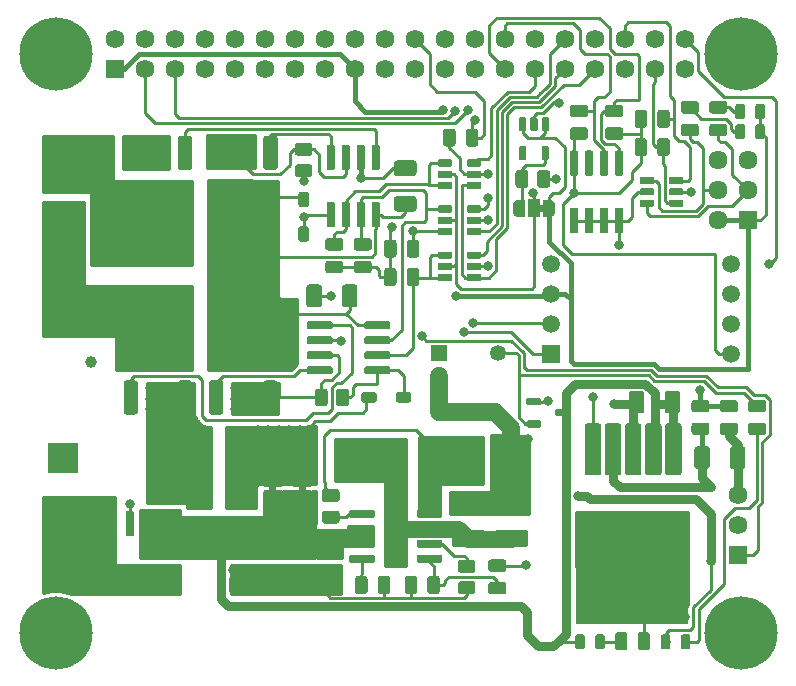
<source format=gtl>
G04 #@! TF.GenerationSoftware,KiCad,Pcbnew,(5.1.2-1)-1*
G04 #@! TF.CreationDate,2019-12-23T14:01:27-08:00*
G04 #@! TF.ProjectId,RaceOn-PiHAT,52616365-4f6e-42d5-9069-4841542e6b69,1*
G04 #@! TF.SameCoordinates,Original*
G04 #@! TF.FileFunction,Copper,L1,Top*
G04 #@! TF.FilePolarity,Positive*
%FSLAX46Y46*%
G04 Gerber Fmt 4.6, Leading zero omitted, Abs format (unit mm)*
G04 Created by KiCad (PCBNEW (5.1.2-1)-1) date 2019-12-23 14:01:27*
%MOMM*%
%LPD*%
G04 APERTURE LIST*
%ADD10C,0.100000*%
%ADD11C,1.000000*%
%ADD12R,2.025000X2.875000*%
%ADD13C,0.680000*%
%ADD14C,1.470000*%
%ADD15C,1.500000*%
%ADD16R,1.500000X1.500000*%
%ADD17C,2.600000*%
%ADD18R,2.600000X2.600000*%
%ADD19C,0.500000*%
%ADD20R,1.000000X1.500000*%
%ADD21C,0.610000*%
%ADD22C,1.050000*%
%ADD23C,0.800000*%
%ADD24C,0.600000*%
%ADD25C,1.610000*%
%ADD26R,1.610000X1.610000*%
%ADD27C,1.100000*%
%ADD28C,0.880000*%
%ADD29C,1.210000*%
%ADD30C,5.590000*%
%ADD31R,1.500000X1.000000*%
%ADD32C,1.300000*%
%ADD33C,1.590000*%
%ADD34R,1.590000X1.590000*%
%ADD35C,0.750000*%
%ADD36C,6.200000*%
%ADD37C,2.350000*%
%ADD38C,1.350000*%
%ADD39R,1.350000X1.350000*%
%ADD40C,7.213600*%
%ADD41C,1.402080*%
%ADD42C,1.890000*%
%ADD43C,0.783000*%
%ADD44C,0.250000*%
%ADD45C,1.000000*%
%ADD46C,1.400000*%
%ADD47C,1.500000*%
%ADD48C,0.400000*%
%ADD49C,0.254000*%
%ADD50C,0.200000*%
G04 APERTURE END LIST*
D10*
G36*
X161900000Y-79100000D02*
G01*
X161400000Y-79100000D01*
X161400000Y-78500000D01*
X161900000Y-78500000D01*
X161900000Y-79100000D01*
G37*
G36*
X141100000Y-102750000D02*
G01*
X141100000Y-102250000D01*
X141700000Y-102250000D01*
X141700000Y-102750000D01*
X141100000Y-102750000D01*
G37*
G36*
X138600000Y-102750000D02*
G01*
X138600000Y-102250000D01*
X139200000Y-102250000D01*
X139200000Y-102750000D01*
X138600000Y-102750000D01*
G37*
D11*
X123500000Y-91800000D03*
D12*
X149300000Y-106557000D03*
D10*
G36*
X153091663Y-104312819D02*
G01*
X153108165Y-104315267D01*
X153124348Y-104319320D01*
X153140056Y-104324940D01*
X153155137Y-104332073D01*
X153169447Y-104340650D01*
X153182847Y-104350588D01*
X153195208Y-104361792D01*
X153206412Y-104374153D01*
X153216350Y-104387553D01*
X153224927Y-104401863D01*
X153232060Y-104416944D01*
X153237680Y-104432652D01*
X153241733Y-104448835D01*
X153244181Y-104465337D01*
X153245000Y-104482000D01*
X153245000Y-104822000D01*
X153244181Y-104838663D01*
X153241733Y-104855165D01*
X153237680Y-104871348D01*
X153232060Y-104887056D01*
X153224927Y-104902137D01*
X153216350Y-104916447D01*
X153206412Y-104929847D01*
X153195208Y-104942208D01*
X153182847Y-104953412D01*
X153169447Y-104963350D01*
X153155137Y-104971927D01*
X153140056Y-104979060D01*
X153124348Y-104984680D01*
X153108165Y-104988733D01*
X153091663Y-104991181D01*
X153075000Y-104992000D01*
X151245000Y-104992000D01*
X151228337Y-104991181D01*
X151211835Y-104988733D01*
X151195652Y-104984680D01*
X151179944Y-104979060D01*
X151164863Y-104971927D01*
X151150553Y-104963350D01*
X151137153Y-104953412D01*
X151124792Y-104942208D01*
X151113588Y-104929847D01*
X151103650Y-104916447D01*
X151095073Y-104902137D01*
X151087940Y-104887056D01*
X151082320Y-104871348D01*
X151078267Y-104855165D01*
X151075819Y-104838663D01*
X151075000Y-104822000D01*
X151075000Y-104482000D01*
X151075819Y-104465337D01*
X151078267Y-104448835D01*
X151082320Y-104432652D01*
X151087940Y-104416944D01*
X151095073Y-104401863D01*
X151103650Y-104387553D01*
X151113588Y-104374153D01*
X151124792Y-104361792D01*
X151137153Y-104350588D01*
X151150553Y-104340650D01*
X151164863Y-104332073D01*
X151179944Y-104324940D01*
X151195652Y-104319320D01*
X151211835Y-104315267D01*
X151228337Y-104312819D01*
X151245000Y-104312000D01*
X153075000Y-104312000D01*
X153091663Y-104312819D01*
X153091663Y-104312819D01*
G37*
D13*
X152160000Y-104652000D03*
D10*
G36*
X153091663Y-105582819D02*
G01*
X153108165Y-105585267D01*
X153124348Y-105589320D01*
X153140056Y-105594940D01*
X153155137Y-105602073D01*
X153169447Y-105610650D01*
X153182847Y-105620588D01*
X153195208Y-105631792D01*
X153206412Y-105644153D01*
X153216350Y-105657553D01*
X153224927Y-105671863D01*
X153232060Y-105686944D01*
X153237680Y-105702652D01*
X153241733Y-105718835D01*
X153244181Y-105735337D01*
X153245000Y-105752000D01*
X153245000Y-106092000D01*
X153244181Y-106108663D01*
X153241733Y-106125165D01*
X153237680Y-106141348D01*
X153232060Y-106157056D01*
X153224927Y-106172137D01*
X153216350Y-106186447D01*
X153206412Y-106199847D01*
X153195208Y-106212208D01*
X153182847Y-106223412D01*
X153169447Y-106233350D01*
X153155137Y-106241927D01*
X153140056Y-106249060D01*
X153124348Y-106254680D01*
X153108165Y-106258733D01*
X153091663Y-106261181D01*
X153075000Y-106262000D01*
X151245000Y-106262000D01*
X151228337Y-106261181D01*
X151211835Y-106258733D01*
X151195652Y-106254680D01*
X151179944Y-106249060D01*
X151164863Y-106241927D01*
X151150553Y-106233350D01*
X151137153Y-106223412D01*
X151124792Y-106212208D01*
X151113588Y-106199847D01*
X151103650Y-106186447D01*
X151095073Y-106172137D01*
X151087940Y-106157056D01*
X151082320Y-106141348D01*
X151078267Y-106125165D01*
X151075819Y-106108663D01*
X151075000Y-106092000D01*
X151075000Y-105752000D01*
X151075819Y-105735337D01*
X151078267Y-105718835D01*
X151082320Y-105702652D01*
X151087940Y-105686944D01*
X151095073Y-105671863D01*
X151103650Y-105657553D01*
X151113588Y-105644153D01*
X151124792Y-105631792D01*
X151137153Y-105620588D01*
X151150553Y-105610650D01*
X151164863Y-105602073D01*
X151179944Y-105594940D01*
X151195652Y-105589320D01*
X151211835Y-105585267D01*
X151228337Y-105582819D01*
X151245000Y-105582000D01*
X153075000Y-105582000D01*
X153091663Y-105582819D01*
X153091663Y-105582819D01*
G37*
D13*
X152160000Y-105922000D03*
D10*
G36*
X153091663Y-106852819D02*
G01*
X153108165Y-106855267D01*
X153124348Y-106859320D01*
X153140056Y-106864940D01*
X153155137Y-106872073D01*
X153169447Y-106880650D01*
X153182847Y-106890588D01*
X153195208Y-106901792D01*
X153206412Y-106914153D01*
X153216350Y-106927553D01*
X153224927Y-106941863D01*
X153232060Y-106956944D01*
X153237680Y-106972652D01*
X153241733Y-106988835D01*
X153244181Y-107005337D01*
X153245000Y-107022000D01*
X153245000Y-107362000D01*
X153244181Y-107378663D01*
X153241733Y-107395165D01*
X153237680Y-107411348D01*
X153232060Y-107427056D01*
X153224927Y-107442137D01*
X153216350Y-107456447D01*
X153206412Y-107469847D01*
X153195208Y-107482208D01*
X153182847Y-107493412D01*
X153169447Y-107503350D01*
X153155137Y-107511927D01*
X153140056Y-107519060D01*
X153124348Y-107524680D01*
X153108165Y-107528733D01*
X153091663Y-107531181D01*
X153075000Y-107532000D01*
X151245000Y-107532000D01*
X151228337Y-107531181D01*
X151211835Y-107528733D01*
X151195652Y-107524680D01*
X151179944Y-107519060D01*
X151164863Y-107511927D01*
X151150553Y-107503350D01*
X151137153Y-107493412D01*
X151124792Y-107482208D01*
X151113588Y-107469847D01*
X151103650Y-107456447D01*
X151095073Y-107442137D01*
X151087940Y-107427056D01*
X151082320Y-107411348D01*
X151078267Y-107395165D01*
X151075819Y-107378663D01*
X151075000Y-107362000D01*
X151075000Y-107022000D01*
X151075819Y-107005337D01*
X151078267Y-106988835D01*
X151082320Y-106972652D01*
X151087940Y-106956944D01*
X151095073Y-106941863D01*
X151103650Y-106927553D01*
X151113588Y-106914153D01*
X151124792Y-106901792D01*
X151137153Y-106890588D01*
X151150553Y-106880650D01*
X151164863Y-106872073D01*
X151179944Y-106864940D01*
X151195652Y-106859320D01*
X151211835Y-106855267D01*
X151228337Y-106852819D01*
X151245000Y-106852000D01*
X153075000Y-106852000D01*
X153091663Y-106852819D01*
X153091663Y-106852819D01*
G37*
D13*
X152160000Y-107192000D03*
D10*
G36*
X153091663Y-108122819D02*
G01*
X153108165Y-108125267D01*
X153124348Y-108129320D01*
X153140056Y-108134940D01*
X153155137Y-108142073D01*
X153169447Y-108150650D01*
X153182847Y-108160588D01*
X153195208Y-108171792D01*
X153206412Y-108184153D01*
X153216350Y-108197553D01*
X153224927Y-108211863D01*
X153232060Y-108226944D01*
X153237680Y-108242652D01*
X153241733Y-108258835D01*
X153244181Y-108275337D01*
X153245000Y-108292000D01*
X153245000Y-108632000D01*
X153244181Y-108648663D01*
X153241733Y-108665165D01*
X153237680Y-108681348D01*
X153232060Y-108697056D01*
X153224927Y-108712137D01*
X153216350Y-108726447D01*
X153206412Y-108739847D01*
X153195208Y-108752208D01*
X153182847Y-108763412D01*
X153169447Y-108773350D01*
X153155137Y-108781927D01*
X153140056Y-108789060D01*
X153124348Y-108794680D01*
X153108165Y-108798733D01*
X153091663Y-108801181D01*
X153075000Y-108802000D01*
X151245000Y-108802000D01*
X151228337Y-108801181D01*
X151211835Y-108798733D01*
X151195652Y-108794680D01*
X151179944Y-108789060D01*
X151164863Y-108781927D01*
X151150553Y-108773350D01*
X151137153Y-108763412D01*
X151124792Y-108752208D01*
X151113588Y-108739847D01*
X151103650Y-108726447D01*
X151095073Y-108712137D01*
X151087940Y-108697056D01*
X151082320Y-108681348D01*
X151078267Y-108665165D01*
X151075819Y-108648663D01*
X151075000Y-108632000D01*
X151075000Y-108292000D01*
X151075819Y-108275337D01*
X151078267Y-108258835D01*
X151082320Y-108242652D01*
X151087940Y-108226944D01*
X151095073Y-108211863D01*
X151103650Y-108197553D01*
X151113588Y-108184153D01*
X151124792Y-108171792D01*
X151137153Y-108160588D01*
X151150553Y-108150650D01*
X151164863Y-108142073D01*
X151179944Y-108134940D01*
X151195652Y-108129320D01*
X151211835Y-108125267D01*
X151228337Y-108122819D01*
X151245000Y-108122000D01*
X153075000Y-108122000D01*
X153091663Y-108122819D01*
X153091663Y-108122819D01*
G37*
D13*
X152160000Y-108462000D03*
D10*
G36*
X147371663Y-108122819D02*
G01*
X147388165Y-108125267D01*
X147404348Y-108129320D01*
X147420056Y-108134940D01*
X147435137Y-108142073D01*
X147449447Y-108150650D01*
X147462847Y-108160588D01*
X147475208Y-108171792D01*
X147486412Y-108184153D01*
X147496350Y-108197553D01*
X147504927Y-108211863D01*
X147512060Y-108226944D01*
X147517680Y-108242652D01*
X147521733Y-108258835D01*
X147524181Y-108275337D01*
X147525000Y-108292000D01*
X147525000Y-108632000D01*
X147524181Y-108648663D01*
X147521733Y-108665165D01*
X147517680Y-108681348D01*
X147512060Y-108697056D01*
X147504927Y-108712137D01*
X147496350Y-108726447D01*
X147486412Y-108739847D01*
X147475208Y-108752208D01*
X147462847Y-108763412D01*
X147449447Y-108773350D01*
X147435137Y-108781927D01*
X147420056Y-108789060D01*
X147404348Y-108794680D01*
X147388165Y-108798733D01*
X147371663Y-108801181D01*
X147355000Y-108802000D01*
X145525000Y-108802000D01*
X145508337Y-108801181D01*
X145491835Y-108798733D01*
X145475652Y-108794680D01*
X145459944Y-108789060D01*
X145444863Y-108781927D01*
X145430553Y-108773350D01*
X145417153Y-108763412D01*
X145404792Y-108752208D01*
X145393588Y-108739847D01*
X145383650Y-108726447D01*
X145375073Y-108712137D01*
X145367940Y-108697056D01*
X145362320Y-108681348D01*
X145358267Y-108665165D01*
X145355819Y-108648663D01*
X145355000Y-108632000D01*
X145355000Y-108292000D01*
X145355819Y-108275337D01*
X145358267Y-108258835D01*
X145362320Y-108242652D01*
X145367940Y-108226944D01*
X145375073Y-108211863D01*
X145383650Y-108197553D01*
X145393588Y-108184153D01*
X145404792Y-108171792D01*
X145417153Y-108160588D01*
X145430553Y-108150650D01*
X145444863Y-108142073D01*
X145459944Y-108134940D01*
X145475652Y-108129320D01*
X145491835Y-108125267D01*
X145508337Y-108122819D01*
X145525000Y-108122000D01*
X147355000Y-108122000D01*
X147371663Y-108122819D01*
X147371663Y-108122819D01*
G37*
D13*
X146440000Y-108462000D03*
D10*
G36*
X147371663Y-106852819D02*
G01*
X147388165Y-106855267D01*
X147404348Y-106859320D01*
X147420056Y-106864940D01*
X147435137Y-106872073D01*
X147449447Y-106880650D01*
X147462847Y-106890588D01*
X147475208Y-106901792D01*
X147486412Y-106914153D01*
X147496350Y-106927553D01*
X147504927Y-106941863D01*
X147512060Y-106956944D01*
X147517680Y-106972652D01*
X147521733Y-106988835D01*
X147524181Y-107005337D01*
X147525000Y-107022000D01*
X147525000Y-107362000D01*
X147524181Y-107378663D01*
X147521733Y-107395165D01*
X147517680Y-107411348D01*
X147512060Y-107427056D01*
X147504927Y-107442137D01*
X147496350Y-107456447D01*
X147486412Y-107469847D01*
X147475208Y-107482208D01*
X147462847Y-107493412D01*
X147449447Y-107503350D01*
X147435137Y-107511927D01*
X147420056Y-107519060D01*
X147404348Y-107524680D01*
X147388165Y-107528733D01*
X147371663Y-107531181D01*
X147355000Y-107532000D01*
X145525000Y-107532000D01*
X145508337Y-107531181D01*
X145491835Y-107528733D01*
X145475652Y-107524680D01*
X145459944Y-107519060D01*
X145444863Y-107511927D01*
X145430553Y-107503350D01*
X145417153Y-107493412D01*
X145404792Y-107482208D01*
X145393588Y-107469847D01*
X145383650Y-107456447D01*
X145375073Y-107442137D01*
X145367940Y-107427056D01*
X145362320Y-107411348D01*
X145358267Y-107395165D01*
X145355819Y-107378663D01*
X145355000Y-107362000D01*
X145355000Y-107022000D01*
X145355819Y-107005337D01*
X145358267Y-106988835D01*
X145362320Y-106972652D01*
X145367940Y-106956944D01*
X145375073Y-106941863D01*
X145383650Y-106927553D01*
X145393588Y-106914153D01*
X145404792Y-106901792D01*
X145417153Y-106890588D01*
X145430553Y-106880650D01*
X145444863Y-106872073D01*
X145459944Y-106864940D01*
X145475652Y-106859320D01*
X145491835Y-106855267D01*
X145508337Y-106852819D01*
X145525000Y-106852000D01*
X147355000Y-106852000D01*
X147371663Y-106852819D01*
X147371663Y-106852819D01*
G37*
D13*
X146440000Y-107192000D03*
D10*
G36*
X147371663Y-105582819D02*
G01*
X147388165Y-105585267D01*
X147404348Y-105589320D01*
X147420056Y-105594940D01*
X147435137Y-105602073D01*
X147449447Y-105610650D01*
X147462847Y-105620588D01*
X147475208Y-105631792D01*
X147486412Y-105644153D01*
X147496350Y-105657553D01*
X147504927Y-105671863D01*
X147512060Y-105686944D01*
X147517680Y-105702652D01*
X147521733Y-105718835D01*
X147524181Y-105735337D01*
X147525000Y-105752000D01*
X147525000Y-106092000D01*
X147524181Y-106108663D01*
X147521733Y-106125165D01*
X147517680Y-106141348D01*
X147512060Y-106157056D01*
X147504927Y-106172137D01*
X147496350Y-106186447D01*
X147486412Y-106199847D01*
X147475208Y-106212208D01*
X147462847Y-106223412D01*
X147449447Y-106233350D01*
X147435137Y-106241927D01*
X147420056Y-106249060D01*
X147404348Y-106254680D01*
X147388165Y-106258733D01*
X147371663Y-106261181D01*
X147355000Y-106262000D01*
X145525000Y-106262000D01*
X145508337Y-106261181D01*
X145491835Y-106258733D01*
X145475652Y-106254680D01*
X145459944Y-106249060D01*
X145444863Y-106241927D01*
X145430553Y-106233350D01*
X145417153Y-106223412D01*
X145404792Y-106212208D01*
X145393588Y-106199847D01*
X145383650Y-106186447D01*
X145375073Y-106172137D01*
X145367940Y-106157056D01*
X145362320Y-106141348D01*
X145358267Y-106125165D01*
X145355819Y-106108663D01*
X145355000Y-106092000D01*
X145355000Y-105752000D01*
X145355819Y-105735337D01*
X145358267Y-105718835D01*
X145362320Y-105702652D01*
X145367940Y-105686944D01*
X145375073Y-105671863D01*
X145383650Y-105657553D01*
X145393588Y-105644153D01*
X145404792Y-105631792D01*
X145417153Y-105620588D01*
X145430553Y-105610650D01*
X145444863Y-105602073D01*
X145459944Y-105594940D01*
X145475652Y-105589320D01*
X145491835Y-105585267D01*
X145508337Y-105582819D01*
X145525000Y-105582000D01*
X147355000Y-105582000D01*
X147371663Y-105582819D01*
X147371663Y-105582819D01*
G37*
D13*
X146440000Y-105922000D03*
D10*
G36*
X147371663Y-104312819D02*
G01*
X147388165Y-104315267D01*
X147404348Y-104319320D01*
X147420056Y-104324940D01*
X147435137Y-104332073D01*
X147449447Y-104340650D01*
X147462847Y-104350588D01*
X147475208Y-104361792D01*
X147486412Y-104374153D01*
X147496350Y-104387553D01*
X147504927Y-104401863D01*
X147512060Y-104416944D01*
X147517680Y-104432652D01*
X147521733Y-104448835D01*
X147524181Y-104465337D01*
X147525000Y-104482000D01*
X147525000Y-104822000D01*
X147524181Y-104838663D01*
X147521733Y-104855165D01*
X147517680Y-104871348D01*
X147512060Y-104887056D01*
X147504927Y-104902137D01*
X147496350Y-104916447D01*
X147486412Y-104929847D01*
X147475208Y-104942208D01*
X147462847Y-104953412D01*
X147449447Y-104963350D01*
X147435137Y-104971927D01*
X147420056Y-104979060D01*
X147404348Y-104984680D01*
X147388165Y-104988733D01*
X147371663Y-104991181D01*
X147355000Y-104992000D01*
X145525000Y-104992000D01*
X145508337Y-104991181D01*
X145491835Y-104988733D01*
X145475652Y-104984680D01*
X145459944Y-104979060D01*
X145444863Y-104971927D01*
X145430553Y-104963350D01*
X145417153Y-104953412D01*
X145404792Y-104942208D01*
X145393588Y-104929847D01*
X145383650Y-104916447D01*
X145375073Y-104902137D01*
X145367940Y-104887056D01*
X145362320Y-104871348D01*
X145358267Y-104855165D01*
X145355819Y-104838663D01*
X145355000Y-104822000D01*
X145355000Y-104482000D01*
X145355819Y-104465337D01*
X145358267Y-104448835D01*
X145362320Y-104432652D01*
X145367940Y-104416944D01*
X145375073Y-104401863D01*
X145383650Y-104387553D01*
X145393588Y-104374153D01*
X145404792Y-104361792D01*
X145417153Y-104350588D01*
X145430553Y-104340650D01*
X145444863Y-104332073D01*
X145459944Y-104324940D01*
X145475652Y-104319320D01*
X145491835Y-104315267D01*
X145508337Y-104312819D01*
X145525000Y-104312000D01*
X147355000Y-104312000D01*
X147371663Y-104312819D01*
X147371663Y-104312819D01*
G37*
D13*
X146440000Y-104652000D03*
D10*
G36*
X141484462Y-106996204D02*
G01*
X141508735Y-106999805D01*
X141532538Y-107005767D01*
X141555642Y-107014034D01*
X141577824Y-107024525D01*
X141598872Y-107037141D01*
X141618581Y-107051758D01*
X141636763Y-107068237D01*
X141653242Y-107086419D01*
X141667859Y-107106128D01*
X141680475Y-107127176D01*
X141690966Y-107149358D01*
X141699233Y-107172462D01*
X141705195Y-107196265D01*
X141708796Y-107220538D01*
X141710000Y-107245047D01*
X141710000Y-108214953D01*
X141708796Y-108239462D01*
X141705195Y-108263735D01*
X141699233Y-108287538D01*
X141690966Y-108310642D01*
X141680475Y-108332824D01*
X141667859Y-108353872D01*
X141653242Y-108373581D01*
X141636763Y-108391763D01*
X141618581Y-108408242D01*
X141598872Y-108422859D01*
X141577824Y-108435475D01*
X141555642Y-108445966D01*
X141532538Y-108454233D01*
X141508735Y-108460195D01*
X141484462Y-108463796D01*
X141459953Y-108465000D01*
X139140047Y-108465000D01*
X139115538Y-108463796D01*
X139091265Y-108460195D01*
X139067462Y-108454233D01*
X139044358Y-108445966D01*
X139022176Y-108435475D01*
X139001128Y-108422859D01*
X138981419Y-108408242D01*
X138963237Y-108391763D01*
X138946758Y-108373581D01*
X138932141Y-108353872D01*
X138919525Y-108332824D01*
X138909034Y-108310642D01*
X138900767Y-108287538D01*
X138894805Y-108263735D01*
X138891204Y-108239462D01*
X138890000Y-108214953D01*
X138890000Y-107245047D01*
X138891204Y-107220538D01*
X138894805Y-107196265D01*
X138900767Y-107172462D01*
X138909034Y-107149358D01*
X138919525Y-107127176D01*
X138932141Y-107106128D01*
X138946758Y-107086419D01*
X138963237Y-107068237D01*
X138981419Y-107051758D01*
X139001128Y-107037141D01*
X139022176Y-107024525D01*
X139044358Y-107014034D01*
X139067462Y-107005767D01*
X139091265Y-106999805D01*
X139115538Y-106996204D01*
X139140047Y-106995000D01*
X141459953Y-106995000D01*
X141484462Y-106996204D01*
X141484462Y-106996204D01*
G37*
D14*
X140300000Y-107730000D03*
D10*
G36*
X141484462Y-109936204D02*
G01*
X141508735Y-109939805D01*
X141532538Y-109945767D01*
X141555642Y-109954034D01*
X141577824Y-109964525D01*
X141598872Y-109977141D01*
X141618581Y-109991758D01*
X141636763Y-110008237D01*
X141653242Y-110026419D01*
X141667859Y-110046128D01*
X141680475Y-110067176D01*
X141690966Y-110089358D01*
X141699233Y-110112462D01*
X141705195Y-110136265D01*
X141708796Y-110160538D01*
X141710000Y-110185047D01*
X141710000Y-111154953D01*
X141708796Y-111179462D01*
X141705195Y-111203735D01*
X141699233Y-111227538D01*
X141690966Y-111250642D01*
X141680475Y-111272824D01*
X141667859Y-111293872D01*
X141653242Y-111313581D01*
X141636763Y-111331763D01*
X141618581Y-111348242D01*
X141598872Y-111362859D01*
X141577824Y-111375475D01*
X141555642Y-111385966D01*
X141532538Y-111394233D01*
X141508735Y-111400195D01*
X141484462Y-111403796D01*
X141459953Y-111405000D01*
X139140047Y-111405000D01*
X139115538Y-111403796D01*
X139091265Y-111400195D01*
X139067462Y-111394233D01*
X139044358Y-111385966D01*
X139022176Y-111375475D01*
X139001128Y-111362859D01*
X138981419Y-111348242D01*
X138963237Y-111331763D01*
X138946758Y-111313581D01*
X138932141Y-111293872D01*
X138919525Y-111272824D01*
X138909034Y-111250642D01*
X138900767Y-111227538D01*
X138894805Y-111203735D01*
X138891204Y-111179462D01*
X138890000Y-111154953D01*
X138890000Y-110185047D01*
X138891204Y-110160538D01*
X138894805Y-110136265D01*
X138900767Y-110112462D01*
X138909034Y-110089358D01*
X138919525Y-110067176D01*
X138932141Y-110046128D01*
X138946758Y-110026419D01*
X138963237Y-110008237D01*
X138981419Y-109991758D01*
X139001128Y-109977141D01*
X139022176Y-109964525D01*
X139044358Y-109954034D01*
X139067462Y-109945767D01*
X139091265Y-109939805D01*
X139115538Y-109936204D01*
X139140047Y-109935000D01*
X141459953Y-109935000D01*
X141484462Y-109936204D01*
X141484462Y-109936204D01*
G37*
D14*
X140300000Y-110670000D03*
D10*
G36*
X137784462Y-106996204D02*
G01*
X137808735Y-106999805D01*
X137832538Y-107005767D01*
X137855642Y-107014034D01*
X137877824Y-107024525D01*
X137898872Y-107037141D01*
X137918581Y-107051758D01*
X137936763Y-107068237D01*
X137953242Y-107086419D01*
X137967859Y-107106128D01*
X137980475Y-107127176D01*
X137990966Y-107149358D01*
X137999233Y-107172462D01*
X138005195Y-107196265D01*
X138008796Y-107220538D01*
X138010000Y-107245047D01*
X138010000Y-108214953D01*
X138008796Y-108239462D01*
X138005195Y-108263735D01*
X137999233Y-108287538D01*
X137990966Y-108310642D01*
X137980475Y-108332824D01*
X137967859Y-108353872D01*
X137953242Y-108373581D01*
X137936763Y-108391763D01*
X137918581Y-108408242D01*
X137898872Y-108422859D01*
X137877824Y-108435475D01*
X137855642Y-108445966D01*
X137832538Y-108454233D01*
X137808735Y-108460195D01*
X137784462Y-108463796D01*
X137759953Y-108465000D01*
X135440047Y-108465000D01*
X135415538Y-108463796D01*
X135391265Y-108460195D01*
X135367462Y-108454233D01*
X135344358Y-108445966D01*
X135322176Y-108435475D01*
X135301128Y-108422859D01*
X135281419Y-108408242D01*
X135263237Y-108391763D01*
X135246758Y-108373581D01*
X135232141Y-108353872D01*
X135219525Y-108332824D01*
X135209034Y-108310642D01*
X135200767Y-108287538D01*
X135194805Y-108263735D01*
X135191204Y-108239462D01*
X135190000Y-108214953D01*
X135190000Y-107245047D01*
X135191204Y-107220538D01*
X135194805Y-107196265D01*
X135200767Y-107172462D01*
X135209034Y-107149358D01*
X135219525Y-107127176D01*
X135232141Y-107106128D01*
X135246758Y-107086419D01*
X135263237Y-107068237D01*
X135281419Y-107051758D01*
X135301128Y-107037141D01*
X135322176Y-107024525D01*
X135344358Y-107014034D01*
X135367462Y-107005767D01*
X135391265Y-106999805D01*
X135415538Y-106996204D01*
X135440047Y-106995000D01*
X137759953Y-106995000D01*
X137784462Y-106996204D01*
X137784462Y-106996204D01*
G37*
D14*
X136600000Y-107730000D03*
D10*
G36*
X137784462Y-109936204D02*
G01*
X137808735Y-109939805D01*
X137832538Y-109945767D01*
X137855642Y-109954034D01*
X137877824Y-109964525D01*
X137898872Y-109977141D01*
X137918581Y-109991758D01*
X137936763Y-110008237D01*
X137953242Y-110026419D01*
X137967859Y-110046128D01*
X137980475Y-110067176D01*
X137990966Y-110089358D01*
X137999233Y-110112462D01*
X138005195Y-110136265D01*
X138008796Y-110160538D01*
X138010000Y-110185047D01*
X138010000Y-111154953D01*
X138008796Y-111179462D01*
X138005195Y-111203735D01*
X137999233Y-111227538D01*
X137990966Y-111250642D01*
X137980475Y-111272824D01*
X137967859Y-111293872D01*
X137953242Y-111313581D01*
X137936763Y-111331763D01*
X137918581Y-111348242D01*
X137898872Y-111362859D01*
X137877824Y-111375475D01*
X137855642Y-111385966D01*
X137832538Y-111394233D01*
X137808735Y-111400195D01*
X137784462Y-111403796D01*
X137759953Y-111405000D01*
X135440047Y-111405000D01*
X135415538Y-111403796D01*
X135391265Y-111400195D01*
X135367462Y-111394233D01*
X135344358Y-111385966D01*
X135322176Y-111375475D01*
X135301128Y-111362859D01*
X135281419Y-111348242D01*
X135263237Y-111331763D01*
X135246758Y-111313581D01*
X135232141Y-111293872D01*
X135219525Y-111272824D01*
X135209034Y-111250642D01*
X135200767Y-111227538D01*
X135194805Y-111203735D01*
X135191204Y-111179462D01*
X135190000Y-111154953D01*
X135190000Y-110185047D01*
X135191204Y-110160538D01*
X135194805Y-110136265D01*
X135200767Y-110112462D01*
X135209034Y-110089358D01*
X135219525Y-110067176D01*
X135232141Y-110046128D01*
X135246758Y-110026419D01*
X135263237Y-110008237D01*
X135281419Y-109991758D01*
X135301128Y-109977141D01*
X135322176Y-109964525D01*
X135344358Y-109954034D01*
X135367462Y-109945767D01*
X135391265Y-109939805D01*
X135415538Y-109936204D01*
X135440047Y-109935000D01*
X137759953Y-109935000D01*
X137784462Y-109936204D01*
X137784462Y-109936204D01*
G37*
D14*
X136600000Y-110670000D03*
D10*
G36*
X136279462Y-101291204D02*
G01*
X136303735Y-101294805D01*
X136327538Y-101300767D01*
X136350642Y-101309034D01*
X136372824Y-101319525D01*
X136393872Y-101332141D01*
X136413581Y-101346758D01*
X136431763Y-101363237D01*
X136448242Y-101381419D01*
X136462859Y-101401128D01*
X136475475Y-101422176D01*
X136485966Y-101444358D01*
X136494233Y-101467462D01*
X136500195Y-101491265D01*
X136503796Y-101515538D01*
X136505000Y-101540047D01*
X136505000Y-103859953D01*
X136503796Y-103884462D01*
X136500195Y-103908735D01*
X136494233Y-103932538D01*
X136485966Y-103955642D01*
X136475475Y-103977824D01*
X136462859Y-103998872D01*
X136448242Y-104018581D01*
X136431763Y-104036763D01*
X136413581Y-104053242D01*
X136393872Y-104067859D01*
X136372824Y-104080475D01*
X136350642Y-104090966D01*
X136327538Y-104099233D01*
X136303735Y-104105195D01*
X136279462Y-104108796D01*
X136254953Y-104110000D01*
X135285047Y-104110000D01*
X135260538Y-104108796D01*
X135236265Y-104105195D01*
X135212462Y-104099233D01*
X135189358Y-104090966D01*
X135167176Y-104080475D01*
X135146128Y-104067859D01*
X135126419Y-104053242D01*
X135108237Y-104036763D01*
X135091758Y-104018581D01*
X135077141Y-103998872D01*
X135064525Y-103977824D01*
X135054034Y-103955642D01*
X135045767Y-103932538D01*
X135039805Y-103908735D01*
X135036204Y-103884462D01*
X135035000Y-103859953D01*
X135035000Y-101540047D01*
X135036204Y-101515538D01*
X135039805Y-101491265D01*
X135045767Y-101467462D01*
X135054034Y-101444358D01*
X135064525Y-101422176D01*
X135077141Y-101401128D01*
X135091758Y-101381419D01*
X135108237Y-101363237D01*
X135126419Y-101346758D01*
X135146128Y-101332141D01*
X135167176Y-101319525D01*
X135189358Y-101309034D01*
X135212462Y-101300767D01*
X135236265Y-101294805D01*
X135260538Y-101291204D01*
X135285047Y-101290000D01*
X136254953Y-101290000D01*
X136279462Y-101291204D01*
X136279462Y-101291204D01*
G37*
D14*
X135770000Y-102700000D03*
D10*
G36*
X133339462Y-101291204D02*
G01*
X133363735Y-101294805D01*
X133387538Y-101300767D01*
X133410642Y-101309034D01*
X133432824Y-101319525D01*
X133453872Y-101332141D01*
X133473581Y-101346758D01*
X133491763Y-101363237D01*
X133508242Y-101381419D01*
X133522859Y-101401128D01*
X133535475Y-101422176D01*
X133545966Y-101444358D01*
X133554233Y-101467462D01*
X133560195Y-101491265D01*
X133563796Y-101515538D01*
X133565000Y-101540047D01*
X133565000Y-103859953D01*
X133563796Y-103884462D01*
X133560195Y-103908735D01*
X133554233Y-103932538D01*
X133545966Y-103955642D01*
X133535475Y-103977824D01*
X133522859Y-103998872D01*
X133508242Y-104018581D01*
X133491763Y-104036763D01*
X133473581Y-104053242D01*
X133453872Y-104067859D01*
X133432824Y-104080475D01*
X133410642Y-104090966D01*
X133387538Y-104099233D01*
X133363735Y-104105195D01*
X133339462Y-104108796D01*
X133314953Y-104110000D01*
X132345047Y-104110000D01*
X132320538Y-104108796D01*
X132296265Y-104105195D01*
X132272462Y-104099233D01*
X132249358Y-104090966D01*
X132227176Y-104080475D01*
X132206128Y-104067859D01*
X132186419Y-104053242D01*
X132168237Y-104036763D01*
X132151758Y-104018581D01*
X132137141Y-103998872D01*
X132124525Y-103977824D01*
X132114034Y-103955642D01*
X132105767Y-103932538D01*
X132099805Y-103908735D01*
X132096204Y-103884462D01*
X132095000Y-103859953D01*
X132095000Y-101540047D01*
X132096204Y-101515538D01*
X132099805Y-101491265D01*
X132105767Y-101467462D01*
X132114034Y-101444358D01*
X132124525Y-101422176D01*
X132137141Y-101401128D01*
X132151758Y-101381419D01*
X132168237Y-101363237D01*
X132186419Y-101346758D01*
X132206128Y-101332141D01*
X132227176Y-101319525D01*
X132249358Y-101309034D01*
X132272462Y-101300767D01*
X132296265Y-101294805D01*
X132320538Y-101291204D01*
X132345047Y-101290000D01*
X133314953Y-101290000D01*
X133339462Y-101291204D01*
X133339462Y-101291204D01*
G37*
D14*
X132830000Y-102700000D03*
D10*
G36*
X136349462Y-97591204D02*
G01*
X136373735Y-97594805D01*
X136397538Y-97600767D01*
X136420642Y-97609034D01*
X136442824Y-97619525D01*
X136463872Y-97632141D01*
X136483581Y-97646758D01*
X136501763Y-97663237D01*
X136518242Y-97681419D01*
X136532859Y-97701128D01*
X136545475Y-97722176D01*
X136555966Y-97744358D01*
X136564233Y-97767462D01*
X136570195Y-97791265D01*
X136573796Y-97815538D01*
X136575000Y-97840047D01*
X136575000Y-100159953D01*
X136573796Y-100184462D01*
X136570195Y-100208735D01*
X136564233Y-100232538D01*
X136555966Y-100255642D01*
X136545475Y-100277824D01*
X136532859Y-100298872D01*
X136518242Y-100318581D01*
X136501763Y-100336763D01*
X136483581Y-100353242D01*
X136463872Y-100367859D01*
X136442824Y-100380475D01*
X136420642Y-100390966D01*
X136397538Y-100399233D01*
X136373735Y-100405195D01*
X136349462Y-100408796D01*
X136324953Y-100410000D01*
X135355047Y-100410000D01*
X135330538Y-100408796D01*
X135306265Y-100405195D01*
X135282462Y-100399233D01*
X135259358Y-100390966D01*
X135237176Y-100380475D01*
X135216128Y-100367859D01*
X135196419Y-100353242D01*
X135178237Y-100336763D01*
X135161758Y-100318581D01*
X135147141Y-100298872D01*
X135134525Y-100277824D01*
X135124034Y-100255642D01*
X135115767Y-100232538D01*
X135109805Y-100208735D01*
X135106204Y-100184462D01*
X135105000Y-100159953D01*
X135105000Y-97840047D01*
X135106204Y-97815538D01*
X135109805Y-97791265D01*
X135115767Y-97767462D01*
X135124034Y-97744358D01*
X135134525Y-97722176D01*
X135147141Y-97701128D01*
X135161758Y-97681419D01*
X135178237Y-97663237D01*
X135196419Y-97646758D01*
X135216128Y-97632141D01*
X135237176Y-97619525D01*
X135259358Y-97609034D01*
X135282462Y-97600767D01*
X135306265Y-97594805D01*
X135330538Y-97591204D01*
X135355047Y-97590000D01*
X136324953Y-97590000D01*
X136349462Y-97591204D01*
X136349462Y-97591204D01*
G37*
D14*
X135840000Y-99000000D03*
D10*
G36*
X133409462Y-97591204D02*
G01*
X133433735Y-97594805D01*
X133457538Y-97600767D01*
X133480642Y-97609034D01*
X133502824Y-97619525D01*
X133523872Y-97632141D01*
X133543581Y-97646758D01*
X133561763Y-97663237D01*
X133578242Y-97681419D01*
X133592859Y-97701128D01*
X133605475Y-97722176D01*
X133615966Y-97744358D01*
X133624233Y-97767462D01*
X133630195Y-97791265D01*
X133633796Y-97815538D01*
X133635000Y-97840047D01*
X133635000Y-100159953D01*
X133633796Y-100184462D01*
X133630195Y-100208735D01*
X133624233Y-100232538D01*
X133615966Y-100255642D01*
X133605475Y-100277824D01*
X133592859Y-100298872D01*
X133578242Y-100318581D01*
X133561763Y-100336763D01*
X133543581Y-100353242D01*
X133523872Y-100367859D01*
X133502824Y-100380475D01*
X133480642Y-100390966D01*
X133457538Y-100399233D01*
X133433735Y-100405195D01*
X133409462Y-100408796D01*
X133384953Y-100410000D01*
X132415047Y-100410000D01*
X132390538Y-100408796D01*
X132366265Y-100405195D01*
X132342462Y-100399233D01*
X132319358Y-100390966D01*
X132297176Y-100380475D01*
X132276128Y-100367859D01*
X132256419Y-100353242D01*
X132238237Y-100336763D01*
X132221758Y-100318581D01*
X132207141Y-100298872D01*
X132194525Y-100277824D01*
X132184034Y-100255642D01*
X132175767Y-100232538D01*
X132169805Y-100208735D01*
X132166204Y-100184462D01*
X132165000Y-100159953D01*
X132165000Y-97840047D01*
X132166204Y-97815538D01*
X132169805Y-97791265D01*
X132175767Y-97767462D01*
X132184034Y-97744358D01*
X132194525Y-97722176D01*
X132207141Y-97701128D01*
X132221758Y-97681419D01*
X132238237Y-97663237D01*
X132256419Y-97646758D01*
X132276128Y-97632141D01*
X132297176Y-97619525D01*
X132319358Y-97609034D01*
X132342462Y-97600767D01*
X132366265Y-97594805D01*
X132390538Y-97591204D01*
X132415047Y-97590000D01*
X133384953Y-97590000D01*
X133409462Y-97591204D01*
X133409462Y-97591204D01*
G37*
D14*
X132900000Y-99000000D03*
D15*
X177720000Y-83490000D03*
X177720000Y-86030000D03*
X177720000Y-88570000D03*
X177720000Y-91110000D03*
X162480000Y-83490000D03*
X162480000Y-86030000D03*
X162480000Y-88570000D03*
D16*
X162480000Y-91110000D03*
D17*
X121100000Y-104900000D03*
D18*
X121100000Y-99900000D03*
D10*
G36*
X160284462Y-103096204D02*
G01*
X160308735Y-103099805D01*
X160332538Y-103105767D01*
X160355642Y-103114034D01*
X160377824Y-103124525D01*
X160398872Y-103137141D01*
X160418581Y-103151758D01*
X160436763Y-103168237D01*
X160453242Y-103186419D01*
X160467859Y-103206128D01*
X160480475Y-103227176D01*
X160490966Y-103249358D01*
X160499233Y-103272462D01*
X160505195Y-103296265D01*
X160508796Y-103320538D01*
X160510000Y-103345047D01*
X160510000Y-104314953D01*
X160508796Y-104339462D01*
X160505195Y-104363735D01*
X160499233Y-104387538D01*
X160490966Y-104410642D01*
X160480475Y-104432824D01*
X160467859Y-104453872D01*
X160453242Y-104473581D01*
X160436763Y-104491763D01*
X160418581Y-104508242D01*
X160398872Y-104522859D01*
X160377824Y-104535475D01*
X160355642Y-104545966D01*
X160332538Y-104554233D01*
X160308735Y-104560195D01*
X160284462Y-104563796D01*
X160259953Y-104565000D01*
X157940047Y-104565000D01*
X157915538Y-104563796D01*
X157891265Y-104560195D01*
X157867462Y-104554233D01*
X157844358Y-104545966D01*
X157822176Y-104535475D01*
X157801128Y-104522859D01*
X157781419Y-104508242D01*
X157763237Y-104491763D01*
X157746758Y-104473581D01*
X157732141Y-104453872D01*
X157719525Y-104432824D01*
X157709034Y-104410642D01*
X157700767Y-104387538D01*
X157694805Y-104363735D01*
X157691204Y-104339462D01*
X157690000Y-104314953D01*
X157690000Y-103345047D01*
X157691204Y-103320538D01*
X157694805Y-103296265D01*
X157700767Y-103272462D01*
X157709034Y-103249358D01*
X157719525Y-103227176D01*
X157732141Y-103206128D01*
X157746758Y-103186419D01*
X157763237Y-103168237D01*
X157781419Y-103151758D01*
X157801128Y-103137141D01*
X157822176Y-103124525D01*
X157844358Y-103114034D01*
X157867462Y-103105767D01*
X157891265Y-103099805D01*
X157915538Y-103096204D01*
X157940047Y-103095000D01*
X160259953Y-103095000D01*
X160284462Y-103096204D01*
X160284462Y-103096204D01*
G37*
D14*
X159100000Y-103830000D03*
D10*
G36*
X160284462Y-106036204D02*
G01*
X160308735Y-106039805D01*
X160332538Y-106045767D01*
X160355642Y-106054034D01*
X160377824Y-106064525D01*
X160398872Y-106077141D01*
X160418581Y-106091758D01*
X160436763Y-106108237D01*
X160453242Y-106126419D01*
X160467859Y-106146128D01*
X160480475Y-106167176D01*
X160490966Y-106189358D01*
X160499233Y-106212462D01*
X160505195Y-106236265D01*
X160508796Y-106260538D01*
X160510000Y-106285047D01*
X160510000Y-107254953D01*
X160508796Y-107279462D01*
X160505195Y-107303735D01*
X160499233Y-107327538D01*
X160490966Y-107350642D01*
X160480475Y-107372824D01*
X160467859Y-107393872D01*
X160453242Y-107413581D01*
X160436763Y-107431763D01*
X160418581Y-107448242D01*
X160398872Y-107462859D01*
X160377824Y-107475475D01*
X160355642Y-107485966D01*
X160332538Y-107494233D01*
X160308735Y-107500195D01*
X160284462Y-107503796D01*
X160259953Y-107505000D01*
X157940047Y-107505000D01*
X157915538Y-107503796D01*
X157891265Y-107500195D01*
X157867462Y-107494233D01*
X157844358Y-107485966D01*
X157822176Y-107475475D01*
X157801128Y-107462859D01*
X157781419Y-107448242D01*
X157763237Y-107431763D01*
X157746758Y-107413581D01*
X157732141Y-107393872D01*
X157719525Y-107372824D01*
X157709034Y-107350642D01*
X157700767Y-107327538D01*
X157694805Y-107303735D01*
X157691204Y-107279462D01*
X157690000Y-107254953D01*
X157690000Y-106285047D01*
X157691204Y-106260538D01*
X157694805Y-106236265D01*
X157700767Y-106212462D01*
X157709034Y-106189358D01*
X157719525Y-106167176D01*
X157732141Y-106146128D01*
X157746758Y-106126419D01*
X157763237Y-106108237D01*
X157781419Y-106091758D01*
X157801128Y-106077141D01*
X157822176Y-106064525D01*
X157844358Y-106054034D01*
X157867462Y-106045767D01*
X157891265Y-106039805D01*
X157915538Y-106036204D01*
X157940047Y-106035000D01*
X160259953Y-106035000D01*
X160284462Y-106036204D01*
X160284462Y-106036204D01*
G37*
D14*
X159100000Y-106770000D03*
D17*
X121100000Y-80100000D03*
D18*
X121100000Y-75100000D03*
D19*
X162300000Y-78800000D03*
D10*
G36*
X161750000Y-78050000D02*
G01*
X162300000Y-78050000D01*
X162300000Y-78050602D01*
X162324534Y-78050602D01*
X162373365Y-78055412D01*
X162421490Y-78064984D01*
X162468445Y-78079228D01*
X162513778Y-78098005D01*
X162557051Y-78121136D01*
X162597850Y-78148396D01*
X162635779Y-78179524D01*
X162670476Y-78214221D01*
X162701604Y-78252150D01*
X162728864Y-78292949D01*
X162751995Y-78336222D01*
X162770772Y-78381555D01*
X162785016Y-78428510D01*
X162794588Y-78476635D01*
X162799398Y-78525466D01*
X162799398Y-78550000D01*
X162800000Y-78550000D01*
X162800000Y-79050000D01*
X162799398Y-79050000D01*
X162799398Y-79074534D01*
X162794588Y-79123365D01*
X162785016Y-79171490D01*
X162770772Y-79218445D01*
X162751995Y-79263778D01*
X162728864Y-79307051D01*
X162701604Y-79347850D01*
X162670476Y-79385779D01*
X162635779Y-79420476D01*
X162597850Y-79451604D01*
X162557051Y-79478864D01*
X162513778Y-79501995D01*
X162468445Y-79520772D01*
X162421490Y-79535016D01*
X162373365Y-79544588D01*
X162324534Y-79549398D01*
X162300000Y-79549398D01*
X162300000Y-79550000D01*
X161750000Y-79550000D01*
X161750000Y-78050000D01*
X161750000Y-78050000D01*
G37*
D20*
X161000000Y-78800000D03*
D19*
X159700000Y-78800000D03*
D10*
G36*
X159700000Y-79549398D02*
G01*
X159675466Y-79549398D01*
X159626635Y-79544588D01*
X159578510Y-79535016D01*
X159531555Y-79520772D01*
X159486222Y-79501995D01*
X159442949Y-79478864D01*
X159402150Y-79451604D01*
X159364221Y-79420476D01*
X159329524Y-79385779D01*
X159298396Y-79347850D01*
X159271136Y-79307051D01*
X159248005Y-79263778D01*
X159229228Y-79218445D01*
X159214984Y-79171490D01*
X159205412Y-79123365D01*
X159200602Y-79074534D01*
X159200602Y-79050000D01*
X159200000Y-79050000D01*
X159200000Y-78550000D01*
X159200602Y-78550000D01*
X159200602Y-78525466D01*
X159205412Y-78476635D01*
X159214984Y-78428510D01*
X159229228Y-78381555D01*
X159248005Y-78336222D01*
X159271136Y-78292949D01*
X159298396Y-78252150D01*
X159329524Y-78214221D01*
X159364221Y-78179524D01*
X159402150Y-78148396D01*
X159442949Y-78121136D01*
X159486222Y-78098005D01*
X159531555Y-78079228D01*
X159578510Y-78064984D01*
X159626635Y-78055412D01*
X159675466Y-78050602D01*
X159700000Y-78050602D01*
X159700000Y-78050000D01*
X160250000Y-78050000D01*
X160250000Y-79550000D01*
X159700000Y-79550000D01*
X159700000Y-79549398D01*
X159700000Y-79549398D01*
G37*
G36*
X162119703Y-73525722D02*
G01*
X162134264Y-73527882D01*
X162148543Y-73531459D01*
X162162403Y-73536418D01*
X162175710Y-73542712D01*
X162188336Y-73550279D01*
X162200159Y-73559048D01*
X162211066Y-73568934D01*
X162220952Y-73579841D01*
X162229721Y-73591664D01*
X162237288Y-73604290D01*
X162243582Y-73617597D01*
X162248541Y-73631457D01*
X162252118Y-73645736D01*
X162254278Y-73660297D01*
X162255000Y-73674999D01*
X162255000Y-74565001D01*
X162254278Y-74579703D01*
X162252118Y-74594264D01*
X162248541Y-74608543D01*
X162243582Y-74622403D01*
X162237288Y-74635710D01*
X162229721Y-74648336D01*
X162220952Y-74660159D01*
X162211066Y-74671066D01*
X162200159Y-74680952D01*
X162188336Y-74689721D01*
X162175710Y-74697288D01*
X162162403Y-74703582D01*
X162148543Y-74708541D01*
X162134264Y-74712118D01*
X162119703Y-74714278D01*
X162105001Y-74715000D01*
X161794999Y-74715000D01*
X161780297Y-74714278D01*
X161765736Y-74712118D01*
X161751457Y-74708541D01*
X161737597Y-74703582D01*
X161724290Y-74697288D01*
X161711664Y-74689721D01*
X161699841Y-74680952D01*
X161688934Y-74671066D01*
X161679048Y-74660159D01*
X161670279Y-74648336D01*
X161662712Y-74635710D01*
X161656418Y-74622403D01*
X161651459Y-74608543D01*
X161647882Y-74594264D01*
X161645722Y-74579703D01*
X161645000Y-74565001D01*
X161645000Y-73674999D01*
X161645722Y-73660297D01*
X161647882Y-73645736D01*
X161651459Y-73631457D01*
X161656418Y-73617597D01*
X161662712Y-73604290D01*
X161670279Y-73591664D01*
X161679048Y-73579841D01*
X161688934Y-73568934D01*
X161699841Y-73559048D01*
X161711664Y-73550279D01*
X161724290Y-73542712D01*
X161737597Y-73536418D01*
X161751457Y-73531459D01*
X161765736Y-73527882D01*
X161780297Y-73525722D01*
X161794999Y-73525000D01*
X162105001Y-73525000D01*
X162119703Y-73525722D01*
X162119703Y-73525722D01*
G37*
D21*
X161950000Y-74120000D03*
D10*
G36*
X160219703Y-73525722D02*
G01*
X160234264Y-73527882D01*
X160248543Y-73531459D01*
X160262403Y-73536418D01*
X160275710Y-73542712D01*
X160288336Y-73550279D01*
X160300159Y-73559048D01*
X160311066Y-73568934D01*
X160320952Y-73579841D01*
X160329721Y-73591664D01*
X160337288Y-73604290D01*
X160343582Y-73617597D01*
X160348541Y-73631457D01*
X160352118Y-73645736D01*
X160354278Y-73660297D01*
X160355000Y-73674999D01*
X160355000Y-74565001D01*
X160354278Y-74579703D01*
X160352118Y-74594264D01*
X160348541Y-74608543D01*
X160343582Y-74622403D01*
X160337288Y-74635710D01*
X160329721Y-74648336D01*
X160320952Y-74660159D01*
X160311066Y-74671066D01*
X160300159Y-74680952D01*
X160288336Y-74689721D01*
X160275710Y-74697288D01*
X160262403Y-74703582D01*
X160248543Y-74708541D01*
X160234264Y-74712118D01*
X160219703Y-74714278D01*
X160205001Y-74715000D01*
X159894999Y-74715000D01*
X159880297Y-74714278D01*
X159865736Y-74712118D01*
X159851457Y-74708541D01*
X159837597Y-74703582D01*
X159824290Y-74697288D01*
X159811664Y-74689721D01*
X159799841Y-74680952D01*
X159788934Y-74671066D01*
X159779048Y-74660159D01*
X159770279Y-74648336D01*
X159762712Y-74635710D01*
X159756418Y-74622403D01*
X159751459Y-74608543D01*
X159747882Y-74594264D01*
X159745722Y-74579703D01*
X159745000Y-74565001D01*
X159745000Y-73674999D01*
X159745722Y-73660297D01*
X159747882Y-73645736D01*
X159751459Y-73631457D01*
X159756418Y-73617597D01*
X159762712Y-73604290D01*
X159770279Y-73591664D01*
X159779048Y-73579841D01*
X159788934Y-73568934D01*
X159799841Y-73559048D01*
X159811664Y-73550279D01*
X159824290Y-73542712D01*
X159837597Y-73536418D01*
X159851457Y-73531459D01*
X159865736Y-73527882D01*
X159880297Y-73525722D01*
X159894999Y-73525000D01*
X160205001Y-73525000D01*
X160219703Y-73525722D01*
X160219703Y-73525722D01*
G37*
D21*
X160050000Y-74120000D03*
D10*
G36*
X160219703Y-71085722D02*
G01*
X160234264Y-71087882D01*
X160248543Y-71091459D01*
X160262403Y-71096418D01*
X160275710Y-71102712D01*
X160288336Y-71110279D01*
X160300159Y-71119048D01*
X160311066Y-71128934D01*
X160320952Y-71139841D01*
X160329721Y-71151664D01*
X160337288Y-71164290D01*
X160343582Y-71177597D01*
X160348541Y-71191457D01*
X160352118Y-71205736D01*
X160354278Y-71220297D01*
X160355000Y-71234999D01*
X160355000Y-72125001D01*
X160354278Y-72139703D01*
X160352118Y-72154264D01*
X160348541Y-72168543D01*
X160343582Y-72182403D01*
X160337288Y-72195710D01*
X160329721Y-72208336D01*
X160320952Y-72220159D01*
X160311066Y-72231066D01*
X160300159Y-72240952D01*
X160288336Y-72249721D01*
X160275710Y-72257288D01*
X160262403Y-72263582D01*
X160248543Y-72268541D01*
X160234264Y-72272118D01*
X160219703Y-72274278D01*
X160205001Y-72275000D01*
X159894999Y-72275000D01*
X159880297Y-72274278D01*
X159865736Y-72272118D01*
X159851457Y-72268541D01*
X159837597Y-72263582D01*
X159824290Y-72257288D01*
X159811664Y-72249721D01*
X159799841Y-72240952D01*
X159788934Y-72231066D01*
X159779048Y-72220159D01*
X159770279Y-72208336D01*
X159762712Y-72195710D01*
X159756418Y-72182403D01*
X159751459Y-72168543D01*
X159747882Y-72154264D01*
X159745722Y-72139703D01*
X159745000Y-72125001D01*
X159745000Y-71234999D01*
X159745722Y-71220297D01*
X159747882Y-71205736D01*
X159751459Y-71191457D01*
X159756418Y-71177597D01*
X159762712Y-71164290D01*
X159770279Y-71151664D01*
X159779048Y-71139841D01*
X159788934Y-71128934D01*
X159799841Y-71119048D01*
X159811664Y-71110279D01*
X159824290Y-71102712D01*
X159837597Y-71096418D01*
X159851457Y-71091459D01*
X159865736Y-71087882D01*
X159880297Y-71085722D01*
X159894999Y-71085000D01*
X160205001Y-71085000D01*
X160219703Y-71085722D01*
X160219703Y-71085722D01*
G37*
D21*
X160050000Y-71680000D03*
D10*
G36*
X161169703Y-71085722D02*
G01*
X161184264Y-71087882D01*
X161198543Y-71091459D01*
X161212403Y-71096418D01*
X161225710Y-71102712D01*
X161238336Y-71110279D01*
X161250159Y-71119048D01*
X161261066Y-71128934D01*
X161270952Y-71139841D01*
X161279721Y-71151664D01*
X161287288Y-71164290D01*
X161293582Y-71177597D01*
X161298541Y-71191457D01*
X161302118Y-71205736D01*
X161304278Y-71220297D01*
X161305000Y-71234999D01*
X161305000Y-72125001D01*
X161304278Y-72139703D01*
X161302118Y-72154264D01*
X161298541Y-72168543D01*
X161293582Y-72182403D01*
X161287288Y-72195710D01*
X161279721Y-72208336D01*
X161270952Y-72220159D01*
X161261066Y-72231066D01*
X161250159Y-72240952D01*
X161238336Y-72249721D01*
X161225710Y-72257288D01*
X161212403Y-72263582D01*
X161198543Y-72268541D01*
X161184264Y-72272118D01*
X161169703Y-72274278D01*
X161155001Y-72275000D01*
X160844999Y-72275000D01*
X160830297Y-72274278D01*
X160815736Y-72272118D01*
X160801457Y-72268541D01*
X160787597Y-72263582D01*
X160774290Y-72257288D01*
X160761664Y-72249721D01*
X160749841Y-72240952D01*
X160738934Y-72231066D01*
X160729048Y-72220159D01*
X160720279Y-72208336D01*
X160712712Y-72195710D01*
X160706418Y-72182403D01*
X160701459Y-72168543D01*
X160697882Y-72154264D01*
X160695722Y-72139703D01*
X160695000Y-72125001D01*
X160695000Y-71234999D01*
X160695722Y-71220297D01*
X160697882Y-71205736D01*
X160701459Y-71191457D01*
X160706418Y-71177597D01*
X160712712Y-71164290D01*
X160720279Y-71151664D01*
X160729048Y-71139841D01*
X160738934Y-71128934D01*
X160749841Y-71119048D01*
X160761664Y-71110279D01*
X160774290Y-71102712D01*
X160787597Y-71096418D01*
X160801457Y-71091459D01*
X160815736Y-71087882D01*
X160830297Y-71085722D01*
X160844999Y-71085000D01*
X161155001Y-71085000D01*
X161169703Y-71085722D01*
X161169703Y-71085722D01*
G37*
D21*
X161000000Y-71680000D03*
D10*
G36*
X162119703Y-71085722D02*
G01*
X162134264Y-71087882D01*
X162148543Y-71091459D01*
X162162403Y-71096418D01*
X162175710Y-71102712D01*
X162188336Y-71110279D01*
X162200159Y-71119048D01*
X162211066Y-71128934D01*
X162220952Y-71139841D01*
X162229721Y-71151664D01*
X162237288Y-71164290D01*
X162243582Y-71177597D01*
X162248541Y-71191457D01*
X162252118Y-71205736D01*
X162254278Y-71220297D01*
X162255000Y-71234999D01*
X162255000Y-72125001D01*
X162254278Y-72139703D01*
X162252118Y-72154264D01*
X162248541Y-72168543D01*
X162243582Y-72182403D01*
X162237288Y-72195710D01*
X162229721Y-72208336D01*
X162220952Y-72220159D01*
X162211066Y-72231066D01*
X162200159Y-72240952D01*
X162188336Y-72249721D01*
X162175710Y-72257288D01*
X162162403Y-72263582D01*
X162148543Y-72268541D01*
X162134264Y-72272118D01*
X162119703Y-72274278D01*
X162105001Y-72275000D01*
X161794999Y-72275000D01*
X161780297Y-72274278D01*
X161765736Y-72272118D01*
X161751457Y-72268541D01*
X161737597Y-72263582D01*
X161724290Y-72257288D01*
X161711664Y-72249721D01*
X161699841Y-72240952D01*
X161688934Y-72231066D01*
X161679048Y-72220159D01*
X161670279Y-72208336D01*
X161662712Y-72195710D01*
X161656418Y-72182403D01*
X161651459Y-72168543D01*
X161647882Y-72154264D01*
X161645722Y-72139703D01*
X161645000Y-72125001D01*
X161645000Y-71234999D01*
X161645722Y-71220297D01*
X161647882Y-71205736D01*
X161651459Y-71191457D01*
X161656418Y-71177597D01*
X161662712Y-71164290D01*
X161670279Y-71151664D01*
X161679048Y-71139841D01*
X161688934Y-71128934D01*
X161699841Y-71119048D01*
X161711664Y-71110279D01*
X161724290Y-71102712D01*
X161737597Y-71096418D01*
X161751457Y-71091459D01*
X161765736Y-71087882D01*
X161780297Y-71085722D01*
X161794999Y-71085000D01*
X162105001Y-71085000D01*
X162119703Y-71085722D01*
X162119703Y-71085722D01*
G37*
D21*
X161950000Y-71680000D03*
D10*
G36*
X174734500Y-69716204D02*
G01*
X174758769Y-69719804D01*
X174782568Y-69725765D01*
X174805668Y-69734030D01*
X174827847Y-69744520D01*
X174848890Y-69757133D01*
X174868596Y-69771749D01*
X174886775Y-69788225D01*
X174903251Y-69806404D01*
X174917867Y-69826110D01*
X174930480Y-69847153D01*
X174940970Y-69869332D01*
X174949235Y-69892432D01*
X174955196Y-69916231D01*
X174958796Y-69940500D01*
X174960000Y-69965005D01*
X174960000Y-70514995D01*
X174958796Y-70539500D01*
X174955196Y-70563769D01*
X174949235Y-70587568D01*
X174940970Y-70610668D01*
X174930480Y-70632847D01*
X174917867Y-70653890D01*
X174903251Y-70673596D01*
X174886775Y-70691775D01*
X174868596Y-70708251D01*
X174848890Y-70722867D01*
X174827847Y-70735480D01*
X174805668Y-70745970D01*
X174782568Y-70754235D01*
X174758769Y-70760196D01*
X174734500Y-70763796D01*
X174709995Y-70765000D01*
X173690005Y-70765000D01*
X173665500Y-70763796D01*
X173641231Y-70760196D01*
X173617432Y-70754235D01*
X173594332Y-70745970D01*
X173572153Y-70735480D01*
X173551110Y-70722867D01*
X173531404Y-70708251D01*
X173513225Y-70691775D01*
X173496749Y-70673596D01*
X173482133Y-70653890D01*
X173469520Y-70632847D01*
X173459030Y-70610668D01*
X173450765Y-70587568D01*
X173444804Y-70563769D01*
X173441204Y-70539500D01*
X173440000Y-70514995D01*
X173440000Y-69965005D01*
X173441204Y-69940500D01*
X173444804Y-69916231D01*
X173450765Y-69892432D01*
X173459030Y-69869332D01*
X173469520Y-69847153D01*
X173482133Y-69826110D01*
X173496749Y-69806404D01*
X173513225Y-69788225D01*
X173531404Y-69771749D01*
X173551110Y-69757133D01*
X173572153Y-69744520D01*
X173594332Y-69734030D01*
X173617432Y-69725765D01*
X173641231Y-69719804D01*
X173665500Y-69716204D01*
X173690005Y-69715000D01*
X174709995Y-69715000D01*
X174734500Y-69716204D01*
X174734500Y-69716204D01*
G37*
D22*
X174200000Y-70240000D03*
D10*
G36*
X174734500Y-71636204D02*
G01*
X174758769Y-71639804D01*
X174782568Y-71645765D01*
X174805668Y-71654030D01*
X174827847Y-71664520D01*
X174848890Y-71677133D01*
X174868596Y-71691749D01*
X174886775Y-71708225D01*
X174903251Y-71726404D01*
X174917867Y-71746110D01*
X174930480Y-71767153D01*
X174940970Y-71789332D01*
X174949235Y-71812432D01*
X174955196Y-71836231D01*
X174958796Y-71860500D01*
X174960000Y-71885005D01*
X174960000Y-72434995D01*
X174958796Y-72459500D01*
X174955196Y-72483769D01*
X174949235Y-72507568D01*
X174940970Y-72530668D01*
X174930480Y-72552847D01*
X174917867Y-72573890D01*
X174903251Y-72593596D01*
X174886775Y-72611775D01*
X174868596Y-72628251D01*
X174848890Y-72642867D01*
X174827847Y-72655480D01*
X174805668Y-72665970D01*
X174782568Y-72674235D01*
X174758769Y-72680196D01*
X174734500Y-72683796D01*
X174709995Y-72685000D01*
X173690005Y-72685000D01*
X173665500Y-72683796D01*
X173641231Y-72680196D01*
X173617432Y-72674235D01*
X173594332Y-72665970D01*
X173572153Y-72655480D01*
X173551110Y-72642867D01*
X173531404Y-72628251D01*
X173513225Y-72611775D01*
X173496749Y-72593596D01*
X173482133Y-72573890D01*
X173469520Y-72552847D01*
X173459030Y-72530668D01*
X173450765Y-72507568D01*
X173444804Y-72483769D01*
X173441204Y-72459500D01*
X173440000Y-72434995D01*
X173440000Y-71885005D01*
X173441204Y-71860500D01*
X173444804Y-71836231D01*
X173450765Y-71812432D01*
X173459030Y-71789332D01*
X173469520Y-71767153D01*
X173482133Y-71746110D01*
X173496749Y-71726404D01*
X173513225Y-71708225D01*
X173531404Y-71691749D01*
X173551110Y-71677133D01*
X173572153Y-71664520D01*
X173594332Y-71654030D01*
X173617432Y-71645765D01*
X173641231Y-71639804D01*
X173665500Y-71636204D01*
X173690005Y-71635000D01*
X174709995Y-71635000D01*
X174734500Y-71636204D01*
X174734500Y-71636204D01*
G37*
D22*
X174200000Y-72160000D03*
D10*
G36*
X177134500Y-69716204D02*
G01*
X177158769Y-69719804D01*
X177182568Y-69725765D01*
X177205668Y-69734030D01*
X177227847Y-69744520D01*
X177248890Y-69757133D01*
X177268596Y-69771749D01*
X177286775Y-69788225D01*
X177303251Y-69806404D01*
X177317867Y-69826110D01*
X177330480Y-69847153D01*
X177340970Y-69869332D01*
X177349235Y-69892432D01*
X177355196Y-69916231D01*
X177358796Y-69940500D01*
X177360000Y-69965005D01*
X177360000Y-70514995D01*
X177358796Y-70539500D01*
X177355196Y-70563769D01*
X177349235Y-70587568D01*
X177340970Y-70610668D01*
X177330480Y-70632847D01*
X177317867Y-70653890D01*
X177303251Y-70673596D01*
X177286775Y-70691775D01*
X177268596Y-70708251D01*
X177248890Y-70722867D01*
X177227847Y-70735480D01*
X177205668Y-70745970D01*
X177182568Y-70754235D01*
X177158769Y-70760196D01*
X177134500Y-70763796D01*
X177109995Y-70765000D01*
X176090005Y-70765000D01*
X176065500Y-70763796D01*
X176041231Y-70760196D01*
X176017432Y-70754235D01*
X175994332Y-70745970D01*
X175972153Y-70735480D01*
X175951110Y-70722867D01*
X175931404Y-70708251D01*
X175913225Y-70691775D01*
X175896749Y-70673596D01*
X175882133Y-70653890D01*
X175869520Y-70632847D01*
X175859030Y-70610668D01*
X175850765Y-70587568D01*
X175844804Y-70563769D01*
X175841204Y-70539500D01*
X175840000Y-70514995D01*
X175840000Y-69965005D01*
X175841204Y-69940500D01*
X175844804Y-69916231D01*
X175850765Y-69892432D01*
X175859030Y-69869332D01*
X175869520Y-69847153D01*
X175882133Y-69826110D01*
X175896749Y-69806404D01*
X175913225Y-69788225D01*
X175931404Y-69771749D01*
X175951110Y-69757133D01*
X175972153Y-69744520D01*
X175994332Y-69734030D01*
X176017432Y-69725765D01*
X176041231Y-69719804D01*
X176065500Y-69716204D01*
X176090005Y-69715000D01*
X177109995Y-69715000D01*
X177134500Y-69716204D01*
X177134500Y-69716204D01*
G37*
D22*
X176600000Y-70240000D03*
D10*
G36*
X177134500Y-71636204D02*
G01*
X177158769Y-71639804D01*
X177182568Y-71645765D01*
X177205668Y-71654030D01*
X177227847Y-71664520D01*
X177248890Y-71677133D01*
X177268596Y-71691749D01*
X177286775Y-71708225D01*
X177303251Y-71726404D01*
X177317867Y-71746110D01*
X177330480Y-71767153D01*
X177340970Y-71789332D01*
X177349235Y-71812432D01*
X177355196Y-71836231D01*
X177358796Y-71860500D01*
X177360000Y-71885005D01*
X177360000Y-72434995D01*
X177358796Y-72459500D01*
X177355196Y-72483769D01*
X177349235Y-72507568D01*
X177340970Y-72530668D01*
X177330480Y-72552847D01*
X177317867Y-72573890D01*
X177303251Y-72593596D01*
X177286775Y-72611775D01*
X177268596Y-72628251D01*
X177248890Y-72642867D01*
X177227847Y-72655480D01*
X177205668Y-72665970D01*
X177182568Y-72674235D01*
X177158769Y-72680196D01*
X177134500Y-72683796D01*
X177109995Y-72685000D01*
X176090005Y-72685000D01*
X176065500Y-72683796D01*
X176041231Y-72680196D01*
X176017432Y-72674235D01*
X175994332Y-72665970D01*
X175972153Y-72655480D01*
X175951110Y-72642867D01*
X175931404Y-72628251D01*
X175913225Y-72611775D01*
X175896749Y-72593596D01*
X175882133Y-72573890D01*
X175869520Y-72552847D01*
X175859030Y-72530668D01*
X175850765Y-72507568D01*
X175844804Y-72483769D01*
X175841204Y-72459500D01*
X175840000Y-72434995D01*
X175840000Y-71885005D01*
X175841204Y-71860500D01*
X175844804Y-71836231D01*
X175850765Y-71812432D01*
X175859030Y-71789332D01*
X175869520Y-71767153D01*
X175882133Y-71746110D01*
X175896749Y-71726404D01*
X175913225Y-71708225D01*
X175931404Y-71691749D01*
X175951110Y-71677133D01*
X175972153Y-71664520D01*
X175994332Y-71654030D01*
X176017432Y-71645765D01*
X176041231Y-71639804D01*
X176065500Y-71636204D01*
X176090005Y-71635000D01*
X177109995Y-71635000D01*
X177134500Y-71636204D01*
X177134500Y-71636204D01*
G37*
D22*
X176600000Y-72160000D03*
D10*
G36*
X180364603Y-71660963D02*
G01*
X180384018Y-71663843D01*
X180403057Y-71668612D01*
X180421537Y-71675224D01*
X180439279Y-71683616D01*
X180456114Y-71693706D01*
X180471879Y-71705398D01*
X180486421Y-71718579D01*
X180499602Y-71733121D01*
X180511294Y-71748886D01*
X180521384Y-71765721D01*
X180529776Y-71783463D01*
X180536388Y-71801943D01*
X180541157Y-71820982D01*
X180544037Y-71840397D01*
X180545000Y-71860000D01*
X180545000Y-72740000D01*
X180544037Y-72759603D01*
X180541157Y-72779018D01*
X180536388Y-72798057D01*
X180529776Y-72816537D01*
X180521384Y-72834279D01*
X180511294Y-72851114D01*
X180499602Y-72866879D01*
X180486421Y-72881421D01*
X180471879Y-72894602D01*
X180456114Y-72906294D01*
X180439279Y-72916384D01*
X180421537Y-72924776D01*
X180403057Y-72931388D01*
X180384018Y-72936157D01*
X180364603Y-72939037D01*
X180345000Y-72940000D01*
X179945000Y-72940000D01*
X179925397Y-72939037D01*
X179905982Y-72936157D01*
X179886943Y-72931388D01*
X179868463Y-72924776D01*
X179850721Y-72916384D01*
X179833886Y-72906294D01*
X179818121Y-72894602D01*
X179803579Y-72881421D01*
X179790398Y-72866879D01*
X179778706Y-72851114D01*
X179768616Y-72834279D01*
X179760224Y-72816537D01*
X179753612Y-72798057D01*
X179748843Y-72779018D01*
X179745963Y-72759603D01*
X179745000Y-72740000D01*
X179745000Y-71860000D01*
X179745963Y-71840397D01*
X179748843Y-71820982D01*
X179753612Y-71801943D01*
X179760224Y-71783463D01*
X179768616Y-71765721D01*
X179778706Y-71748886D01*
X179790398Y-71733121D01*
X179803579Y-71718579D01*
X179818121Y-71705398D01*
X179833886Y-71693706D01*
X179850721Y-71683616D01*
X179868463Y-71675224D01*
X179886943Y-71668612D01*
X179905982Y-71663843D01*
X179925397Y-71660963D01*
X179945000Y-71660000D01*
X180345000Y-71660000D01*
X180364603Y-71660963D01*
X180364603Y-71660963D01*
G37*
D23*
X180145000Y-72300000D03*
D10*
G36*
X178674603Y-71660963D02*
G01*
X178694018Y-71663843D01*
X178713057Y-71668612D01*
X178731537Y-71675224D01*
X178749279Y-71683616D01*
X178766114Y-71693706D01*
X178781879Y-71705398D01*
X178796421Y-71718579D01*
X178809602Y-71733121D01*
X178821294Y-71748886D01*
X178831384Y-71765721D01*
X178839776Y-71783463D01*
X178846388Y-71801943D01*
X178851157Y-71820982D01*
X178854037Y-71840397D01*
X178855000Y-71860000D01*
X178855000Y-72740000D01*
X178854037Y-72759603D01*
X178851157Y-72779018D01*
X178846388Y-72798057D01*
X178839776Y-72816537D01*
X178831384Y-72834279D01*
X178821294Y-72851114D01*
X178809602Y-72866879D01*
X178796421Y-72881421D01*
X178781879Y-72894602D01*
X178766114Y-72906294D01*
X178749279Y-72916384D01*
X178731537Y-72924776D01*
X178713057Y-72931388D01*
X178694018Y-72936157D01*
X178674603Y-72939037D01*
X178655000Y-72940000D01*
X178255000Y-72940000D01*
X178235397Y-72939037D01*
X178215982Y-72936157D01*
X178196943Y-72931388D01*
X178178463Y-72924776D01*
X178160721Y-72916384D01*
X178143886Y-72906294D01*
X178128121Y-72894602D01*
X178113579Y-72881421D01*
X178100398Y-72866879D01*
X178088706Y-72851114D01*
X178078616Y-72834279D01*
X178070224Y-72816537D01*
X178063612Y-72798057D01*
X178058843Y-72779018D01*
X178055963Y-72759603D01*
X178055000Y-72740000D01*
X178055000Y-71860000D01*
X178055963Y-71840397D01*
X178058843Y-71820982D01*
X178063612Y-71801943D01*
X178070224Y-71783463D01*
X178078616Y-71765721D01*
X178088706Y-71748886D01*
X178100398Y-71733121D01*
X178113579Y-71718579D01*
X178128121Y-71705398D01*
X178143886Y-71693706D01*
X178160721Y-71683616D01*
X178178463Y-71675224D01*
X178196943Y-71668612D01*
X178215982Y-71663843D01*
X178235397Y-71660963D01*
X178255000Y-71660000D01*
X178655000Y-71660000D01*
X178674603Y-71660963D01*
X178674603Y-71660963D01*
G37*
D23*
X178455000Y-72300000D03*
D10*
G36*
X180364603Y-69960963D02*
G01*
X180384018Y-69963843D01*
X180403057Y-69968612D01*
X180421537Y-69975224D01*
X180439279Y-69983616D01*
X180456114Y-69993706D01*
X180471879Y-70005398D01*
X180486421Y-70018579D01*
X180499602Y-70033121D01*
X180511294Y-70048886D01*
X180521384Y-70065721D01*
X180529776Y-70083463D01*
X180536388Y-70101943D01*
X180541157Y-70120982D01*
X180544037Y-70140397D01*
X180545000Y-70160000D01*
X180545000Y-71040000D01*
X180544037Y-71059603D01*
X180541157Y-71079018D01*
X180536388Y-71098057D01*
X180529776Y-71116537D01*
X180521384Y-71134279D01*
X180511294Y-71151114D01*
X180499602Y-71166879D01*
X180486421Y-71181421D01*
X180471879Y-71194602D01*
X180456114Y-71206294D01*
X180439279Y-71216384D01*
X180421537Y-71224776D01*
X180403057Y-71231388D01*
X180384018Y-71236157D01*
X180364603Y-71239037D01*
X180345000Y-71240000D01*
X179945000Y-71240000D01*
X179925397Y-71239037D01*
X179905982Y-71236157D01*
X179886943Y-71231388D01*
X179868463Y-71224776D01*
X179850721Y-71216384D01*
X179833886Y-71206294D01*
X179818121Y-71194602D01*
X179803579Y-71181421D01*
X179790398Y-71166879D01*
X179778706Y-71151114D01*
X179768616Y-71134279D01*
X179760224Y-71116537D01*
X179753612Y-71098057D01*
X179748843Y-71079018D01*
X179745963Y-71059603D01*
X179745000Y-71040000D01*
X179745000Y-70160000D01*
X179745963Y-70140397D01*
X179748843Y-70120982D01*
X179753612Y-70101943D01*
X179760224Y-70083463D01*
X179768616Y-70065721D01*
X179778706Y-70048886D01*
X179790398Y-70033121D01*
X179803579Y-70018579D01*
X179818121Y-70005398D01*
X179833886Y-69993706D01*
X179850721Y-69983616D01*
X179868463Y-69975224D01*
X179886943Y-69968612D01*
X179905982Y-69963843D01*
X179925397Y-69960963D01*
X179945000Y-69960000D01*
X180345000Y-69960000D01*
X180364603Y-69960963D01*
X180364603Y-69960963D01*
G37*
D23*
X180145000Y-70600000D03*
D10*
G36*
X178674603Y-69960963D02*
G01*
X178694018Y-69963843D01*
X178713057Y-69968612D01*
X178731537Y-69975224D01*
X178749279Y-69983616D01*
X178766114Y-69993706D01*
X178781879Y-70005398D01*
X178796421Y-70018579D01*
X178809602Y-70033121D01*
X178821294Y-70048886D01*
X178831384Y-70065721D01*
X178839776Y-70083463D01*
X178846388Y-70101943D01*
X178851157Y-70120982D01*
X178854037Y-70140397D01*
X178855000Y-70160000D01*
X178855000Y-71040000D01*
X178854037Y-71059603D01*
X178851157Y-71079018D01*
X178846388Y-71098057D01*
X178839776Y-71116537D01*
X178831384Y-71134279D01*
X178821294Y-71151114D01*
X178809602Y-71166879D01*
X178796421Y-71181421D01*
X178781879Y-71194602D01*
X178766114Y-71206294D01*
X178749279Y-71216384D01*
X178731537Y-71224776D01*
X178713057Y-71231388D01*
X178694018Y-71236157D01*
X178674603Y-71239037D01*
X178655000Y-71240000D01*
X178255000Y-71240000D01*
X178235397Y-71239037D01*
X178215982Y-71236157D01*
X178196943Y-71231388D01*
X178178463Y-71224776D01*
X178160721Y-71216384D01*
X178143886Y-71206294D01*
X178128121Y-71194602D01*
X178113579Y-71181421D01*
X178100398Y-71166879D01*
X178088706Y-71151114D01*
X178078616Y-71134279D01*
X178070224Y-71116537D01*
X178063612Y-71098057D01*
X178058843Y-71079018D01*
X178055963Y-71059603D01*
X178055000Y-71040000D01*
X178055000Y-70160000D01*
X178055963Y-70140397D01*
X178058843Y-70120982D01*
X178063612Y-70101943D01*
X178070224Y-70083463D01*
X178078616Y-70065721D01*
X178088706Y-70048886D01*
X178100398Y-70033121D01*
X178113579Y-70018579D01*
X178128121Y-70005398D01*
X178143886Y-69993706D01*
X178160721Y-69983616D01*
X178178463Y-69975224D01*
X178196943Y-69968612D01*
X178215982Y-69963843D01*
X178235397Y-69960963D01*
X178255000Y-69960000D01*
X178655000Y-69960000D01*
X178674603Y-69960963D01*
X178674603Y-69960963D01*
G37*
D23*
X178455000Y-70600000D03*
D10*
G36*
X173524703Y-76150722D02*
G01*
X173539264Y-76152882D01*
X173553543Y-76156459D01*
X173567403Y-76161418D01*
X173580710Y-76167712D01*
X173593336Y-76175280D01*
X173605159Y-76184048D01*
X173616066Y-76193934D01*
X173625952Y-76204841D01*
X173634720Y-76216664D01*
X173642288Y-76229290D01*
X173648582Y-76242597D01*
X173653541Y-76256457D01*
X173657118Y-76270736D01*
X173659278Y-76285297D01*
X173660000Y-76300000D01*
X173660000Y-76600000D01*
X173659278Y-76614703D01*
X173657118Y-76629264D01*
X173653541Y-76643543D01*
X173648582Y-76657403D01*
X173642288Y-76670710D01*
X173634720Y-76683336D01*
X173625952Y-76695159D01*
X173616066Y-76706066D01*
X173605159Y-76715952D01*
X173593336Y-76724720D01*
X173580710Y-76732288D01*
X173567403Y-76738582D01*
X173553543Y-76743541D01*
X173539264Y-76747118D01*
X173524703Y-76749278D01*
X173510000Y-76750000D01*
X172550000Y-76750000D01*
X172535297Y-76749278D01*
X172520736Y-76747118D01*
X172506457Y-76743541D01*
X172492597Y-76738582D01*
X172479290Y-76732288D01*
X172466664Y-76724720D01*
X172454841Y-76715952D01*
X172443934Y-76706066D01*
X172434048Y-76695159D01*
X172425280Y-76683336D01*
X172417712Y-76670710D01*
X172411418Y-76657403D01*
X172406459Y-76643543D01*
X172402882Y-76629264D01*
X172400722Y-76614703D01*
X172400000Y-76600000D01*
X172400000Y-76300000D01*
X172400722Y-76285297D01*
X172402882Y-76270736D01*
X172406459Y-76256457D01*
X172411418Y-76242597D01*
X172417712Y-76229290D01*
X172425280Y-76216664D01*
X172434048Y-76204841D01*
X172443934Y-76193934D01*
X172454841Y-76184048D01*
X172466664Y-76175280D01*
X172479290Y-76167712D01*
X172492597Y-76161418D01*
X172506457Y-76156459D01*
X172520736Y-76152882D01*
X172535297Y-76150722D01*
X172550000Y-76150000D01*
X173510000Y-76150000D01*
X173524703Y-76150722D01*
X173524703Y-76150722D01*
G37*
D24*
X173030000Y-76450000D03*
D10*
G36*
X173524703Y-77100722D02*
G01*
X173539264Y-77102882D01*
X173553543Y-77106459D01*
X173567403Y-77111418D01*
X173580710Y-77117712D01*
X173593336Y-77125280D01*
X173605159Y-77134048D01*
X173616066Y-77143934D01*
X173625952Y-77154841D01*
X173634720Y-77166664D01*
X173642288Y-77179290D01*
X173648582Y-77192597D01*
X173653541Y-77206457D01*
X173657118Y-77220736D01*
X173659278Y-77235297D01*
X173660000Y-77250000D01*
X173660000Y-77550000D01*
X173659278Y-77564703D01*
X173657118Y-77579264D01*
X173653541Y-77593543D01*
X173648582Y-77607403D01*
X173642288Y-77620710D01*
X173634720Y-77633336D01*
X173625952Y-77645159D01*
X173616066Y-77656066D01*
X173605159Y-77665952D01*
X173593336Y-77674720D01*
X173580710Y-77682288D01*
X173567403Y-77688582D01*
X173553543Y-77693541D01*
X173539264Y-77697118D01*
X173524703Y-77699278D01*
X173510000Y-77700000D01*
X172550000Y-77700000D01*
X172535297Y-77699278D01*
X172520736Y-77697118D01*
X172506457Y-77693541D01*
X172492597Y-77688582D01*
X172479290Y-77682288D01*
X172466664Y-77674720D01*
X172454841Y-77665952D01*
X172443934Y-77656066D01*
X172434048Y-77645159D01*
X172425280Y-77633336D01*
X172417712Y-77620710D01*
X172411418Y-77607403D01*
X172406459Y-77593543D01*
X172402882Y-77579264D01*
X172400722Y-77564703D01*
X172400000Y-77550000D01*
X172400000Y-77250000D01*
X172400722Y-77235297D01*
X172402882Y-77220736D01*
X172406459Y-77206457D01*
X172411418Y-77192597D01*
X172417712Y-77179290D01*
X172425280Y-77166664D01*
X172434048Y-77154841D01*
X172443934Y-77143934D01*
X172454841Y-77134048D01*
X172466664Y-77125280D01*
X172479290Y-77117712D01*
X172492597Y-77111418D01*
X172506457Y-77106459D01*
X172520736Y-77102882D01*
X172535297Y-77100722D01*
X172550000Y-77100000D01*
X173510000Y-77100000D01*
X173524703Y-77100722D01*
X173524703Y-77100722D01*
G37*
D24*
X173030000Y-77400000D03*
D10*
G36*
X173524703Y-78050722D02*
G01*
X173539264Y-78052882D01*
X173553543Y-78056459D01*
X173567403Y-78061418D01*
X173580710Y-78067712D01*
X173593336Y-78075280D01*
X173605159Y-78084048D01*
X173616066Y-78093934D01*
X173625952Y-78104841D01*
X173634720Y-78116664D01*
X173642288Y-78129290D01*
X173648582Y-78142597D01*
X173653541Y-78156457D01*
X173657118Y-78170736D01*
X173659278Y-78185297D01*
X173660000Y-78200000D01*
X173660000Y-78500000D01*
X173659278Y-78514703D01*
X173657118Y-78529264D01*
X173653541Y-78543543D01*
X173648582Y-78557403D01*
X173642288Y-78570710D01*
X173634720Y-78583336D01*
X173625952Y-78595159D01*
X173616066Y-78606066D01*
X173605159Y-78615952D01*
X173593336Y-78624720D01*
X173580710Y-78632288D01*
X173567403Y-78638582D01*
X173553543Y-78643541D01*
X173539264Y-78647118D01*
X173524703Y-78649278D01*
X173510000Y-78650000D01*
X172550000Y-78650000D01*
X172535297Y-78649278D01*
X172520736Y-78647118D01*
X172506457Y-78643541D01*
X172492597Y-78638582D01*
X172479290Y-78632288D01*
X172466664Y-78624720D01*
X172454841Y-78615952D01*
X172443934Y-78606066D01*
X172434048Y-78595159D01*
X172425280Y-78583336D01*
X172417712Y-78570710D01*
X172411418Y-78557403D01*
X172406459Y-78543543D01*
X172402882Y-78529264D01*
X172400722Y-78514703D01*
X172400000Y-78500000D01*
X172400000Y-78200000D01*
X172400722Y-78185297D01*
X172402882Y-78170736D01*
X172406459Y-78156457D01*
X172411418Y-78142597D01*
X172417712Y-78129290D01*
X172425280Y-78116664D01*
X172434048Y-78104841D01*
X172443934Y-78093934D01*
X172454841Y-78084048D01*
X172466664Y-78075280D01*
X172479290Y-78067712D01*
X172492597Y-78061418D01*
X172506457Y-78056459D01*
X172520736Y-78052882D01*
X172535297Y-78050722D01*
X172550000Y-78050000D01*
X173510000Y-78050000D01*
X173524703Y-78050722D01*
X173524703Y-78050722D01*
G37*
D24*
X173030000Y-78350000D03*
D10*
G36*
X171064703Y-78050722D02*
G01*
X171079264Y-78052882D01*
X171093543Y-78056459D01*
X171107403Y-78061418D01*
X171120710Y-78067712D01*
X171133336Y-78075280D01*
X171145159Y-78084048D01*
X171156066Y-78093934D01*
X171165952Y-78104841D01*
X171174720Y-78116664D01*
X171182288Y-78129290D01*
X171188582Y-78142597D01*
X171193541Y-78156457D01*
X171197118Y-78170736D01*
X171199278Y-78185297D01*
X171200000Y-78200000D01*
X171200000Y-78500000D01*
X171199278Y-78514703D01*
X171197118Y-78529264D01*
X171193541Y-78543543D01*
X171188582Y-78557403D01*
X171182288Y-78570710D01*
X171174720Y-78583336D01*
X171165952Y-78595159D01*
X171156066Y-78606066D01*
X171145159Y-78615952D01*
X171133336Y-78624720D01*
X171120710Y-78632288D01*
X171107403Y-78638582D01*
X171093543Y-78643541D01*
X171079264Y-78647118D01*
X171064703Y-78649278D01*
X171050000Y-78650000D01*
X170090000Y-78650000D01*
X170075297Y-78649278D01*
X170060736Y-78647118D01*
X170046457Y-78643541D01*
X170032597Y-78638582D01*
X170019290Y-78632288D01*
X170006664Y-78624720D01*
X169994841Y-78615952D01*
X169983934Y-78606066D01*
X169974048Y-78595159D01*
X169965280Y-78583336D01*
X169957712Y-78570710D01*
X169951418Y-78557403D01*
X169946459Y-78543543D01*
X169942882Y-78529264D01*
X169940722Y-78514703D01*
X169940000Y-78500000D01*
X169940000Y-78200000D01*
X169940722Y-78185297D01*
X169942882Y-78170736D01*
X169946459Y-78156457D01*
X169951418Y-78142597D01*
X169957712Y-78129290D01*
X169965280Y-78116664D01*
X169974048Y-78104841D01*
X169983934Y-78093934D01*
X169994841Y-78084048D01*
X170006664Y-78075280D01*
X170019290Y-78067712D01*
X170032597Y-78061418D01*
X170046457Y-78056459D01*
X170060736Y-78052882D01*
X170075297Y-78050722D01*
X170090000Y-78050000D01*
X171050000Y-78050000D01*
X171064703Y-78050722D01*
X171064703Y-78050722D01*
G37*
D24*
X170570000Y-78350000D03*
D10*
G36*
X171064703Y-77100722D02*
G01*
X171079264Y-77102882D01*
X171093543Y-77106459D01*
X171107403Y-77111418D01*
X171120710Y-77117712D01*
X171133336Y-77125280D01*
X171145159Y-77134048D01*
X171156066Y-77143934D01*
X171165952Y-77154841D01*
X171174720Y-77166664D01*
X171182288Y-77179290D01*
X171188582Y-77192597D01*
X171193541Y-77206457D01*
X171197118Y-77220736D01*
X171199278Y-77235297D01*
X171200000Y-77250000D01*
X171200000Y-77550000D01*
X171199278Y-77564703D01*
X171197118Y-77579264D01*
X171193541Y-77593543D01*
X171188582Y-77607403D01*
X171182288Y-77620710D01*
X171174720Y-77633336D01*
X171165952Y-77645159D01*
X171156066Y-77656066D01*
X171145159Y-77665952D01*
X171133336Y-77674720D01*
X171120710Y-77682288D01*
X171107403Y-77688582D01*
X171093543Y-77693541D01*
X171079264Y-77697118D01*
X171064703Y-77699278D01*
X171050000Y-77700000D01*
X170090000Y-77700000D01*
X170075297Y-77699278D01*
X170060736Y-77697118D01*
X170046457Y-77693541D01*
X170032597Y-77688582D01*
X170019290Y-77682288D01*
X170006664Y-77674720D01*
X169994841Y-77665952D01*
X169983934Y-77656066D01*
X169974048Y-77645159D01*
X169965280Y-77633336D01*
X169957712Y-77620710D01*
X169951418Y-77607403D01*
X169946459Y-77593543D01*
X169942882Y-77579264D01*
X169940722Y-77564703D01*
X169940000Y-77550000D01*
X169940000Y-77250000D01*
X169940722Y-77235297D01*
X169942882Y-77220736D01*
X169946459Y-77206457D01*
X169951418Y-77192597D01*
X169957712Y-77179290D01*
X169965280Y-77166664D01*
X169974048Y-77154841D01*
X169983934Y-77143934D01*
X169994841Y-77134048D01*
X170006664Y-77125280D01*
X170019290Y-77117712D01*
X170032597Y-77111418D01*
X170046457Y-77106459D01*
X170060736Y-77102882D01*
X170075297Y-77100722D01*
X170090000Y-77100000D01*
X171050000Y-77100000D01*
X171064703Y-77100722D01*
X171064703Y-77100722D01*
G37*
D24*
X170570000Y-77400000D03*
D10*
G36*
X171064703Y-76150722D02*
G01*
X171079264Y-76152882D01*
X171093543Y-76156459D01*
X171107403Y-76161418D01*
X171120710Y-76167712D01*
X171133336Y-76175280D01*
X171145159Y-76184048D01*
X171156066Y-76193934D01*
X171165952Y-76204841D01*
X171174720Y-76216664D01*
X171182288Y-76229290D01*
X171188582Y-76242597D01*
X171193541Y-76256457D01*
X171197118Y-76270736D01*
X171199278Y-76285297D01*
X171200000Y-76300000D01*
X171200000Y-76600000D01*
X171199278Y-76614703D01*
X171197118Y-76629264D01*
X171193541Y-76643543D01*
X171188582Y-76657403D01*
X171182288Y-76670710D01*
X171174720Y-76683336D01*
X171165952Y-76695159D01*
X171156066Y-76706066D01*
X171145159Y-76715952D01*
X171133336Y-76724720D01*
X171120710Y-76732288D01*
X171107403Y-76738582D01*
X171093543Y-76743541D01*
X171079264Y-76747118D01*
X171064703Y-76749278D01*
X171050000Y-76750000D01*
X170090000Y-76750000D01*
X170075297Y-76749278D01*
X170060736Y-76747118D01*
X170046457Y-76743541D01*
X170032597Y-76738582D01*
X170019290Y-76732288D01*
X170006664Y-76724720D01*
X169994841Y-76715952D01*
X169983934Y-76706066D01*
X169974048Y-76695159D01*
X169965280Y-76683336D01*
X169957712Y-76670710D01*
X169951418Y-76657403D01*
X169946459Y-76643543D01*
X169942882Y-76629264D01*
X169940722Y-76614703D01*
X169940000Y-76600000D01*
X169940000Y-76300000D01*
X169940722Y-76285297D01*
X169942882Y-76270736D01*
X169946459Y-76256457D01*
X169951418Y-76242597D01*
X169957712Y-76229290D01*
X169965280Y-76216664D01*
X169974048Y-76204841D01*
X169983934Y-76193934D01*
X169994841Y-76184048D01*
X170006664Y-76175280D01*
X170019290Y-76167712D01*
X170032597Y-76161418D01*
X170046457Y-76156459D01*
X170060736Y-76152882D01*
X170075297Y-76150722D01*
X170090000Y-76150000D01*
X171050000Y-76150000D01*
X171064703Y-76150722D01*
X171064703Y-76150722D01*
G37*
D24*
X170570000Y-76450000D03*
D10*
G36*
X153964703Y-84350722D02*
G01*
X153979264Y-84352882D01*
X153993543Y-84356459D01*
X154007403Y-84361418D01*
X154020710Y-84367712D01*
X154033336Y-84375280D01*
X154045159Y-84384048D01*
X154056066Y-84393934D01*
X154065952Y-84404841D01*
X154074720Y-84416664D01*
X154082288Y-84429290D01*
X154088582Y-84442597D01*
X154093541Y-84456457D01*
X154097118Y-84470736D01*
X154099278Y-84485297D01*
X154100000Y-84500000D01*
X154100000Y-84800000D01*
X154099278Y-84814703D01*
X154097118Y-84829264D01*
X154093541Y-84843543D01*
X154088582Y-84857403D01*
X154082288Y-84870710D01*
X154074720Y-84883336D01*
X154065952Y-84895159D01*
X154056066Y-84906066D01*
X154045159Y-84915952D01*
X154033336Y-84924720D01*
X154020710Y-84932288D01*
X154007403Y-84938582D01*
X153993543Y-84943541D01*
X153979264Y-84947118D01*
X153964703Y-84949278D01*
X153950000Y-84950000D01*
X152990000Y-84950000D01*
X152975297Y-84949278D01*
X152960736Y-84947118D01*
X152946457Y-84943541D01*
X152932597Y-84938582D01*
X152919290Y-84932288D01*
X152906664Y-84924720D01*
X152894841Y-84915952D01*
X152883934Y-84906066D01*
X152874048Y-84895159D01*
X152865280Y-84883336D01*
X152857712Y-84870710D01*
X152851418Y-84857403D01*
X152846459Y-84843543D01*
X152842882Y-84829264D01*
X152840722Y-84814703D01*
X152840000Y-84800000D01*
X152840000Y-84500000D01*
X152840722Y-84485297D01*
X152842882Y-84470736D01*
X152846459Y-84456457D01*
X152851418Y-84442597D01*
X152857712Y-84429290D01*
X152865280Y-84416664D01*
X152874048Y-84404841D01*
X152883934Y-84393934D01*
X152894841Y-84384048D01*
X152906664Y-84375280D01*
X152919290Y-84367712D01*
X152932597Y-84361418D01*
X152946457Y-84356459D01*
X152960736Y-84352882D01*
X152975297Y-84350722D01*
X152990000Y-84350000D01*
X153950000Y-84350000D01*
X153964703Y-84350722D01*
X153964703Y-84350722D01*
G37*
D24*
X153470000Y-84650000D03*
D10*
G36*
X153964703Y-83400722D02*
G01*
X153979264Y-83402882D01*
X153993543Y-83406459D01*
X154007403Y-83411418D01*
X154020710Y-83417712D01*
X154033336Y-83425280D01*
X154045159Y-83434048D01*
X154056066Y-83443934D01*
X154065952Y-83454841D01*
X154074720Y-83466664D01*
X154082288Y-83479290D01*
X154088582Y-83492597D01*
X154093541Y-83506457D01*
X154097118Y-83520736D01*
X154099278Y-83535297D01*
X154100000Y-83550000D01*
X154100000Y-83850000D01*
X154099278Y-83864703D01*
X154097118Y-83879264D01*
X154093541Y-83893543D01*
X154088582Y-83907403D01*
X154082288Y-83920710D01*
X154074720Y-83933336D01*
X154065952Y-83945159D01*
X154056066Y-83956066D01*
X154045159Y-83965952D01*
X154033336Y-83974720D01*
X154020710Y-83982288D01*
X154007403Y-83988582D01*
X153993543Y-83993541D01*
X153979264Y-83997118D01*
X153964703Y-83999278D01*
X153950000Y-84000000D01*
X152990000Y-84000000D01*
X152975297Y-83999278D01*
X152960736Y-83997118D01*
X152946457Y-83993541D01*
X152932597Y-83988582D01*
X152919290Y-83982288D01*
X152906664Y-83974720D01*
X152894841Y-83965952D01*
X152883934Y-83956066D01*
X152874048Y-83945159D01*
X152865280Y-83933336D01*
X152857712Y-83920710D01*
X152851418Y-83907403D01*
X152846459Y-83893543D01*
X152842882Y-83879264D01*
X152840722Y-83864703D01*
X152840000Y-83850000D01*
X152840000Y-83550000D01*
X152840722Y-83535297D01*
X152842882Y-83520736D01*
X152846459Y-83506457D01*
X152851418Y-83492597D01*
X152857712Y-83479290D01*
X152865280Y-83466664D01*
X152874048Y-83454841D01*
X152883934Y-83443934D01*
X152894841Y-83434048D01*
X152906664Y-83425280D01*
X152919290Y-83417712D01*
X152932597Y-83411418D01*
X152946457Y-83406459D01*
X152960736Y-83402882D01*
X152975297Y-83400722D01*
X152990000Y-83400000D01*
X153950000Y-83400000D01*
X153964703Y-83400722D01*
X153964703Y-83400722D01*
G37*
D24*
X153470000Y-83700000D03*
D10*
G36*
X153964703Y-82450722D02*
G01*
X153979264Y-82452882D01*
X153993543Y-82456459D01*
X154007403Y-82461418D01*
X154020710Y-82467712D01*
X154033336Y-82475280D01*
X154045159Y-82484048D01*
X154056066Y-82493934D01*
X154065952Y-82504841D01*
X154074720Y-82516664D01*
X154082288Y-82529290D01*
X154088582Y-82542597D01*
X154093541Y-82556457D01*
X154097118Y-82570736D01*
X154099278Y-82585297D01*
X154100000Y-82600000D01*
X154100000Y-82900000D01*
X154099278Y-82914703D01*
X154097118Y-82929264D01*
X154093541Y-82943543D01*
X154088582Y-82957403D01*
X154082288Y-82970710D01*
X154074720Y-82983336D01*
X154065952Y-82995159D01*
X154056066Y-83006066D01*
X154045159Y-83015952D01*
X154033336Y-83024720D01*
X154020710Y-83032288D01*
X154007403Y-83038582D01*
X153993543Y-83043541D01*
X153979264Y-83047118D01*
X153964703Y-83049278D01*
X153950000Y-83050000D01*
X152990000Y-83050000D01*
X152975297Y-83049278D01*
X152960736Y-83047118D01*
X152946457Y-83043541D01*
X152932597Y-83038582D01*
X152919290Y-83032288D01*
X152906664Y-83024720D01*
X152894841Y-83015952D01*
X152883934Y-83006066D01*
X152874048Y-82995159D01*
X152865280Y-82983336D01*
X152857712Y-82970710D01*
X152851418Y-82957403D01*
X152846459Y-82943543D01*
X152842882Y-82929264D01*
X152840722Y-82914703D01*
X152840000Y-82900000D01*
X152840000Y-82600000D01*
X152840722Y-82585297D01*
X152842882Y-82570736D01*
X152846459Y-82556457D01*
X152851418Y-82542597D01*
X152857712Y-82529290D01*
X152865280Y-82516664D01*
X152874048Y-82504841D01*
X152883934Y-82493934D01*
X152894841Y-82484048D01*
X152906664Y-82475280D01*
X152919290Y-82467712D01*
X152932597Y-82461418D01*
X152946457Y-82456459D01*
X152960736Y-82452882D01*
X152975297Y-82450722D01*
X152990000Y-82450000D01*
X153950000Y-82450000D01*
X153964703Y-82450722D01*
X153964703Y-82450722D01*
G37*
D24*
X153470000Y-82750000D03*
D10*
G36*
X156424703Y-82450722D02*
G01*
X156439264Y-82452882D01*
X156453543Y-82456459D01*
X156467403Y-82461418D01*
X156480710Y-82467712D01*
X156493336Y-82475280D01*
X156505159Y-82484048D01*
X156516066Y-82493934D01*
X156525952Y-82504841D01*
X156534720Y-82516664D01*
X156542288Y-82529290D01*
X156548582Y-82542597D01*
X156553541Y-82556457D01*
X156557118Y-82570736D01*
X156559278Y-82585297D01*
X156560000Y-82600000D01*
X156560000Y-82900000D01*
X156559278Y-82914703D01*
X156557118Y-82929264D01*
X156553541Y-82943543D01*
X156548582Y-82957403D01*
X156542288Y-82970710D01*
X156534720Y-82983336D01*
X156525952Y-82995159D01*
X156516066Y-83006066D01*
X156505159Y-83015952D01*
X156493336Y-83024720D01*
X156480710Y-83032288D01*
X156467403Y-83038582D01*
X156453543Y-83043541D01*
X156439264Y-83047118D01*
X156424703Y-83049278D01*
X156410000Y-83050000D01*
X155450000Y-83050000D01*
X155435297Y-83049278D01*
X155420736Y-83047118D01*
X155406457Y-83043541D01*
X155392597Y-83038582D01*
X155379290Y-83032288D01*
X155366664Y-83024720D01*
X155354841Y-83015952D01*
X155343934Y-83006066D01*
X155334048Y-82995159D01*
X155325280Y-82983336D01*
X155317712Y-82970710D01*
X155311418Y-82957403D01*
X155306459Y-82943543D01*
X155302882Y-82929264D01*
X155300722Y-82914703D01*
X155300000Y-82900000D01*
X155300000Y-82600000D01*
X155300722Y-82585297D01*
X155302882Y-82570736D01*
X155306459Y-82556457D01*
X155311418Y-82542597D01*
X155317712Y-82529290D01*
X155325280Y-82516664D01*
X155334048Y-82504841D01*
X155343934Y-82493934D01*
X155354841Y-82484048D01*
X155366664Y-82475280D01*
X155379290Y-82467712D01*
X155392597Y-82461418D01*
X155406457Y-82456459D01*
X155420736Y-82452882D01*
X155435297Y-82450722D01*
X155450000Y-82450000D01*
X156410000Y-82450000D01*
X156424703Y-82450722D01*
X156424703Y-82450722D01*
G37*
D24*
X155930000Y-82750000D03*
D10*
G36*
X156424703Y-83400722D02*
G01*
X156439264Y-83402882D01*
X156453543Y-83406459D01*
X156467403Y-83411418D01*
X156480710Y-83417712D01*
X156493336Y-83425280D01*
X156505159Y-83434048D01*
X156516066Y-83443934D01*
X156525952Y-83454841D01*
X156534720Y-83466664D01*
X156542288Y-83479290D01*
X156548582Y-83492597D01*
X156553541Y-83506457D01*
X156557118Y-83520736D01*
X156559278Y-83535297D01*
X156560000Y-83550000D01*
X156560000Y-83850000D01*
X156559278Y-83864703D01*
X156557118Y-83879264D01*
X156553541Y-83893543D01*
X156548582Y-83907403D01*
X156542288Y-83920710D01*
X156534720Y-83933336D01*
X156525952Y-83945159D01*
X156516066Y-83956066D01*
X156505159Y-83965952D01*
X156493336Y-83974720D01*
X156480710Y-83982288D01*
X156467403Y-83988582D01*
X156453543Y-83993541D01*
X156439264Y-83997118D01*
X156424703Y-83999278D01*
X156410000Y-84000000D01*
X155450000Y-84000000D01*
X155435297Y-83999278D01*
X155420736Y-83997118D01*
X155406457Y-83993541D01*
X155392597Y-83988582D01*
X155379290Y-83982288D01*
X155366664Y-83974720D01*
X155354841Y-83965952D01*
X155343934Y-83956066D01*
X155334048Y-83945159D01*
X155325280Y-83933336D01*
X155317712Y-83920710D01*
X155311418Y-83907403D01*
X155306459Y-83893543D01*
X155302882Y-83879264D01*
X155300722Y-83864703D01*
X155300000Y-83850000D01*
X155300000Y-83550000D01*
X155300722Y-83535297D01*
X155302882Y-83520736D01*
X155306459Y-83506457D01*
X155311418Y-83492597D01*
X155317712Y-83479290D01*
X155325280Y-83466664D01*
X155334048Y-83454841D01*
X155343934Y-83443934D01*
X155354841Y-83434048D01*
X155366664Y-83425280D01*
X155379290Y-83417712D01*
X155392597Y-83411418D01*
X155406457Y-83406459D01*
X155420736Y-83402882D01*
X155435297Y-83400722D01*
X155450000Y-83400000D01*
X156410000Y-83400000D01*
X156424703Y-83400722D01*
X156424703Y-83400722D01*
G37*
D24*
X155930000Y-83700000D03*
D10*
G36*
X156424703Y-84350722D02*
G01*
X156439264Y-84352882D01*
X156453543Y-84356459D01*
X156467403Y-84361418D01*
X156480710Y-84367712D01*
X156493336Y-84375280D01*
X156505159Y-84384048D01*
X156516066Y-84393934D01*
X156525952Y-84404841D01*
X156534720Y-84416664D01*
X156542288Y-84429290D01*
X156548582Y-84442597D01*
X156553541Y-84456457D01*
X156557118Y-84470736D01*
X156559278Y-84485297D01*
X156560000Y-84500000D01*
X156560000Y-84800000D01*
X156559278Y-84814703D01*
X156557118Y-84829264D01*
X156553541Y-84843543D01*
X156548582Y-84857403D01*
X156542288Y-84870710D01*
X156534720Y-84883336D01*
X156525952Y-84895159D01*
X156516066Y-84906066D01*
X156505159Y-84915952D01*
X156493336Y-84924720D01*
X156480710Y-84932288D01*
X156467403Y-84938582D01*
X156453543Y-84943541D01*
X156439264Y-84947118D01*
X156424703Y-84949278D01*
X156410000Y-84950000D01*
X155450000Y-84950000D01*
X155435297Y-84949278D01*
X155420736Y-84947118D01*
X155406457Y-84943541D01*
X155392597Y-84938582D01*
X155379290Y-84932288D01*
X155366664Y-84924720D01*
X155354841Y-84915952D01*
X155343934Y-84906066D01*
X155334048Y-84895159D01*
X155325280Y-84883336D01*
X155317712Y-84870710D01*
X155311418Y-84857403D01*
X155306459Y-84843543D01*
X155302882Y-84829264D01*
X155300722Y-84814703D01*
X155300000Y-84800000D01*
X155300000Y-84500000D01*
X155300722Y-84485297D01*
X155302882Y-84470736D01*
X155306459Y-84456457D01*
X155311418Y-84442597D01*
X155317712Y-84429290D01*
X155325280Y-84416664D01*
X155334048Y-84404841D01*
X155343934Y-84393934D01*
X155354841Y-84384048D01*
X155366664Y-84375280D01*
X155379290Y-84367712D01*
X155392597Y-84361418D01*
X155406457Y-84356459D01*
X155420736Y-84352882D01*
X155435297Y-84350722D01*
X155450000Y-84350000D01*
X156410000Y-84350000D01*
X156424703Y-84350722D01*
X156424703Y-84350722D01*
G37*
D24*
X155930000Y-84650000D03*
D10*
G36*
X153964703Y-76550722D02*
G01*
X153979264Y-76552882D01*
X153993543Y-76556459D01*
X154007403Y-76561418D01*
X154020710Y-76567712D01*
X154033336Y-76575280D01*
X154045159Y-76584048D01*
X154056066Y-76593934D01*
X154065952Y-76604841D01*
X154074720Y-76616664D01*
X154082288Y-76629290D01*
X154088582Y-76642597D01*
X154093541Y-76656457D01*
X154097118Y-76670736D01*
X154099278Y-76685297D01*
X154100000Y-76700000D01*
X154100000Y-77000000D01*
X154099278Y-77014703D01*
X154097118Y-77029264D01*
X154093541Y-77043543D01*
X154088582Y-77057403D01*
X154082288Y-77070710D01*
X154074720Y-77083336D01*
X154065952Y-77095159D01*
X154056066Y-77106066D01*
X154045159Y-77115952D01*
X154033336Y-77124720D01*
X154020710Y-77132288D01*
X154007403Y-77138582D01*
X153993543Y-77143541D01*
X153979264Y-77147118D01*
X153964703Y-77149278D01*
X153950000Y-77150000D01*
X152990000Y-77150000D01*
X152975297Y-77149278D01*
X152960736Y-77147118D01*
X152946457Y-77143541D01*
X152932597Y-77138582D01*
X152919290Y-77132288D01*
X152906664Y-77124720D01*
X152894841Y-77115952D01*
X152883934Y-77106066D01*
X152874048Y-77095159D01*
X152865280Y-77083336D01*
X152857712Y-77070710D01*
X152851418Y-77057403D01*
X152846459Y-77043543D01*
X152842882Y-77029264D01*
X152840722Y-77014703D01*
X152840000Y-77000000D01*
X152840000Y-76700000D01*
X152840722Y-76685297D01*
X152842882Y-76670736D01*
X152846459Y-76656457D01*
X152851418Y-76642597D01*
X152857712Y-76629290D01*
X152865280Y-76616664D01*
X152874048Y-76604841D01*
X152883934Y-76593934D01*
X152894841Y-76584048D01*
X152906664Y-76575280D01*
X152919290Y-76567712D01*
X152932597Y-76561418D01*
X152946457Y-76556459D01*
X152960736Y-76552882D01*
X152975297Y-76550722D01*
X152990000Y-76550000D01*
X153950000Y-76550000D01*
X153964703Y-76550722D01*
X153964703Y-76550722D01*
G37*
D24*
X153470000Y-76850000D03*
D10*
G36*
X153964703Y-75600722D02*
G01*
X153979264Y-75602882D01*
X153993543Y-75606459D01*
X154007403Y-75611418D01*
X154020710Y-75617712D01*
X154033336Y-75625280D01*
X154045159Y-75634048D01*
X154056066Y-75643934D01*
X154065952Y-75654841D01*
X154074720Y-75666664D01*
X154082288Y-75679290D01*
X154088582Y-75692597D01*
X154093541Y-75706457D01*
X154097118Y-75720736D01*
X154099278Y-75735297D01*
X154100000Y-75750000D01*
X154100000Y-76050000D01*
X154099278Y-76064703D01*
X154097118Y-76079264D01*
X154093541Y-76093543D01*
X154088582Y-76107403D01*
X154082288Y-76120710D01*
X154074720Y-76133336D01*
X154065952Y-76145159D01*
X154056066Y-76156066D01*
X154045159Y-76165952D01*
X154033336Y-76174720D01*
X154020710Y-76182288D01*
X154007403Y-76188582D01*
X153993543Y-76193541D01*
X153979264Y-76197118D01*
X153964703Y-76199278D01*
X153950000Y-76200000D01*
X152990000Y-76200000D01*
X152975297Y-76199278D01*
X152960736Y-76197118D01*
X152946457Y-76193541D01*
X152932597Y-76188582D01*
X152919290Y-76182288D01*
X152906664Y-76174720D01*
X152894841Y-76165952D01*
X152883934Y-76156066D01*
X152874048Y-76145159D01*
X152865280Y-76133336D01*
X152857712Y-76120710D01*
X152851418Y-76107403D01*
X152846459Y-76093543D01*
X152842882Y-76079264D01*
X152840722Y-76064703D01*
X152840000Y-76050000D01*
X152840000Y-75750000D01*
X152840722Y-75735297D01*
X152842882Y-75720736D01*
X152846459Y-75706457D01*
X152851418Y-75692597D01*
X152857712Y-75679290D01*
X152865280Y-75666664D01*
X152874048Y-75654841D01*
X152883934Y-75643934D01*
X152894841Y-75634048D01*
X152906664Y-75625280D01*
X152919290Y-75617712D01*
X152932597Y-75611418D01*
X152946457Y-75606459D01*
X152960736Y-75602882D01*
X152975297Y-75600722D01*
X152990000Y-75600000D01*
X153950000Y-75600000D01*
X153964703Y-75600722D01*
X153964703Y-75600722D01*
G37*
D24*
X153470000Y-75900000D03*
D10*
G36*
X153964703Y-74650722D02*
G01*
X153979264Y-74652882D01*
X153993543Y-74656459D01*
X154007403Y-74661418D01*
X154020710Y-74667712D01*
X154033336Y-74675280D01*
X154045159Y-74684048D01*
X154056066Y-74693934D01*
X154065952Y-74704841D01*
X154074720Y-74716664D01*
X154082288Y-74729290D01*
X154088582Y-74742597D01*
X154093541Y-74756457D01*
X154097118Y-74770736D01*
X154099278Y-74785297D01*
X154100000Y-74800000D01*
X154100000Y-75100000D01*
X154099278Y-75114703D01*
X154097118Y-75129264D01*
X154093541Y-75143543D01*
X154088582Y-75157403D01*
X154082288Y-75170710D01*
X154074720Y-75183336D01*
X154065952Y-75195159D01*
X154056066Y-75206066D01*
X154045159Y-75215952D01*
X154033336Y-75224720D01*
X154020710Y-75232288D01*
X154007403Y-75238582D01*
X153993543Y-75243541D01*
X153979264Y-75247118D01*
X153964703Y-75249278D01*
X153950000Y-75250000D01*
X152990000Y-75250000D01*
X152975297Y-75249278D01*
X152960736Y-75247118D01*
X152946457Y-75243541D01*
X152932597Y-75238582D01*
X152919290Y-75232288D01*
X152906664Y-75224720D01*
X152894841Y-75215952D01*
X152883934Y-75206066D01*
X152874048Y-75195159D01*
X152865280Y-75183336D01*
X152857712Y-75170710D01*
X152851418Y-75157403D01*
X152846459Y-75143543D01*
X152842882Y-75129264D01*
X152840722Y-75114703D01*
X152840000Y-75100000D01*
X152840000Y-74800000D01*
X152840722Y-74785297D01*
X152842882Y-74770736D01*
X152846459Y-74756457D01*
X152851418Y-74742597D01*
X152857712Y-74729290D01*
X152865280Y-74716664D01*
X152874048Y-74704841D01*
X152883934Y-74693934D01*
X152894841Y-74684048D01*
X152906664Y-74675280D01*
X152919290Y-74667712D01*
X152932597Y-74661418D01*
X152946457Y-74656459D01*
X152960736Y-74652882D01*
X152975297Y-74650722D01*
X152990000Y-74650000D01*
X153950000Y-74650000D01*
X153964703Y-74650722D01*
X153964703Y-74650722D01*
G37*
D24*
X153470000Y-74950000D03*
D10*
G36*
X156424703Y-74650722D02*
G01*
X156439264Y-74652882D01*
X156453543Y-74656459D01*
X156467403Y-74661418D01*
X156480710Y-74667712D01*
X156493336Y-74675280D01*
X156505159Y-74684048D01*
X156516066Y-74693934D01*
X156525952Y-74704841D01*
X156534720Y-74716664D01*
X156542288Y-74729290D01*
X156548582Y-74742597D01*
X156553541Y-74756457D01*
X156557118Y-74770736D01*
X156559278Y-74785297D01*
X156560000Y-74800000D01*
X156560000Y-75100000D01*
X156559278Y-75114703D01*
X156557118Y-75129264D01*
X156553541Y-75143543D01*
X156548582Y-75157403D01*
X156542288Y-75170710D01*
X156534720Y-75183336D01*
X156525952Y-75195159D01*
X156516066Y-75206066D01*
X156505159Y-75215952D01*
X156493336Y-75224720D01*
X156480710Y-75232288D01*
X156467403Y-75238582D01*
X156453543Y-75243541D01*
X156439264Y-75247118D01*
X156424703Y-75249278D01*
X156410000Y-75250000D01*
X155450000Y-75250000D01*
X155435297Y-75249278D01*
X155420736Y-75247118D01*
X155406457Y-75243541D01*
X155392597Y-75238582D01*
X155379290Y-75232288D01*
X155366664Y-75224720D01*
X155354841Y-75215952D01*
X155343934Y-75206066D01*
X155334048Y-75195159D01*
X155325280Y-75183336D01*
X155317712Y-75170710D01*
X155311418Y-75157403D01*
X155306459Y-75143543D01*
X155302882Y-75129264D01*
X155300722Y-75114703D01*
X155300000Y-75100000D01*
X155300000Y-74800000D01*
X155300722Y-74785297D01*
X155302882Y-74770736D01*
X155306459Y-74756457D01*
X155311418Y-74742597D01*
X155317712Y-74729290D01*
X155325280Y-74716664D01*
X155334048Y-74704841D01*
X155343934Y-74693934D01*
X155354841Y-74684048D01*
X155366664Y-74675280D01*
X155379290Y-74667712D01*
X155392597Y-74661418D01*
X155406457Y-74656459D01*
X155420736Y-74652882D01*
X155435297Y-74650722D01*
X155450000Y-74650000D01*
X156410000Y-74650000D01*
X156424703Y-74650722D01*
X156424703Y-74650722D01*
G37*
D24*
X155930000Y-74950000D03*
D10*
G36*
X156424703Y-75600722D02*
G01*
X156439264Y-75602882D01*
X156453543Y-75606459D01*
X156467403Y-75611418D01*
X156480710Y-75617712D01*
X156493336Y-75625280D01*
X156505159Y-75634048D01*
X156516066Y-75643934D01*
X156525952Y-75654841D01*
X156534720Y-75666664D01*
X156542288Y-75679290D01*
X156548582Y-75692597D01*
X156553541Y-75706457D01*
X156557118Y-75720736D01*
X156559278Y-75735297D01*
X156560000Y-75750000D01*
X156560000Y-76050000D01*
X156559278Y-76064703D01*
X156557118Y-76079264D01*
X156553541Y-76093543D01*
X156548582Y-76107403D01*
X156542288Y-76120710D01*
X156534720Y-76133336D01*
X156525952Y-76145159D01*
X156516066Y-76156066D01*
X156505159Y-76165952D01*
X156493336Y-76174720D01*
X156480710Y-76182288D01*
X156467403Y-76188582D01*
X156453543Y-76193541D01*
X156439264Y-76197118D01*
X156424703Y-76199278D01*
X156410000Y-76200000D01*
X155450000Y-76200000D01*
X155435297Y-76199278D01*
X155420736Y-76197118D01*
X155406457Y-76193541D01*
X155392597Y-76188582D01*
X155379290Y-76182288D01*
X155366664Y-76174720D01*
X155354841Y-76165952D01*
X155343934Y-76156066D01*
X155334048Y-76145159D01*
X155325280Y-76133336D01*
X155317712Y-76120710D01*
X155311418Y-76107403D01*
X155306459Y-76093543D01*
X155302882Y-76079264D01*
X155300722Y-76064703D01*
X155300000Y-76050000D01*
X155300000Y-75750000D01*
X155300722Y-75735297D01*
X155302882Y-75720736D01*
X155306459Y-75706457D01*
X155311418Y-75692597D01*
X155317712Y-75679290D01*
X155325280Y-75666664D01*
X155334048Y-75654841D01*
X155343934Y-75643934D01*
X155354841Y-75634048D01*
X155366664Y-75625280D01*
X155379290Y-75617712D01*
X155392597Y-75611418D01*
X155406457Y-75606459D01*
X155420736Y-75602882D01*
X155435297Y-75600722D01*
X155450000Y-75600000D01*
X156410000Y-75600000D01*
X156424703Y-75600722D01*
X156424703Y-75600722D01*
G37*
D24*
X155930000Y-75900000D03*
D10*
G36*
X156424703Y-76550722D02*
G01*
X156439264Y-76552882D01*
X156453543Y-76556459D01*
X156467403Y-76561418D01*
X156480710Y-76567712D01*
X156493336Y-76575280D01*
X156505159Y-76584048D01*
X156516066Y-76593934D01*
X156525952Y-76604841D01*
X156534720Y-76616664D01*
X156542288Y-76629290D01*
X156548582Y-76642597D01*
X156553541Y-76656457D01*
X156557118Y-76670736D01*
X156559278Y-76685297D01*
X156560000Y-76700000D01*
X156560000Y-77000000D01*
X156559278Y-77014703D01*
X156557118Y-77029264D01*
X156553541Y-77043543D01*
X156548582Y-77057403D01*
X156542288Y-77070710D01*
X156534720Y-77083336D01*
X156525952Y-77095159D01*
X156516066Y-77106066D01*
X156505159Y-77115952D01*
X156493336Y-77124720D01*
X156480710Y-77132288D01*
X156467403Y-77138582D01*
X156453543Y-77143541D01*
X156439264Y-77147118D01*
X156424703Y-77149278D01*
X156410000Y-77150000D01*
X155450000Y-77150000D01*
X155435297Y-77149278D01*
X155420736Y-77147118D01*
X155406457Y-77143541D01*
X155392597Y-77138582D01*
X155379290Y-77132288D01*
X155366664Y-77124720D01*
X155354841Y-77115952D01*
X155343934Y-77106066D01*
X155334048Y-77095159D01*
X155325280Y-77083336D01*
X155317712Y-77070710D01*
X155311418Y-77057403D01*
X155306459Y-77043543D01*
X155302882Y-77029264D01*
X155300722Y-77014703D01*
X155300000Y-77000000D01*
X155300000Y-76700000D01*
X155300722Y-76685297D01*
X155302882Y-76670736D01*
X155306459Y-76656457D01*
X155311418Y-76642597D01*
X155317712Y-76629290D01*
X155325280Y-76616664D01*
X155334048Y-76604841D01*
X155343934Y-76593934D01*
X155354841Y-76584048D01*
X155366664Y-76575280D01*
X155379290Y-76567712D01*
X155392597Y-76561418D01*
X155406457Y-76556459D01*
X155420736Y-76552882D01*
X155435297Y-76550722D01*
X155450000Y-76550000D01*
X156410000Y-76550000D01*
X156424703Y-76550722D01*
X156424703Y-76550722D01*
G37*
D24*
X155930000Y-76850000D03*
D10*
G36*
X153964703Y-80450722D02*
G01*
X153979264Y-80452882D01*
X153993543Y-80456459D01*
X154007403Y-80461418D01*
X154020710Y-80467712D01*
X154033336Y-80475280D01*
X154045159Y-80484048D01*
X154056066Y-80493934D01*
X154065952Y-80504841D01*
X154074720Y-80516664D01*
X154082288Y-80529290D01*
X154088582Y-80542597D01*
X154093541Y-80556457D01*
X154097118Y-80570736D01*
X154099278Y-80585297D01*
X154100000Y-80600000D01*
X154100000Y-80900000D01*
X154099278Y-80914703D01*
X154097118Y-80929264D01*
X154093541Y-80943543D01*
X154088582Y-80957403D01*
X154082288Y-80970710D01*
X154074720Y-80983336D01*
X154065952Y-80995159D01*
X154056066Y-81006066D01*
X154045159Y-81015952D01*
X154033336Y-81024720D01*
X154020710Y-81032288D01*
X154007403Y-81038582D01*
X153993543Y-81043541D01*
X153979264Y-81047118D01*
X153964703Y-81049278D01*
X153950000Y-81050000D01*
X152990000Y-81050000D01*
X152975297Y-81049278D01*
X152960736Y-81047118D01*
X152946457Y-81043541D01*
X152932597Y-81038582D01*
X152919290Y-81032288D01*
X152906664Y-81024720D01*
X152894841Y-81015952D01*
X152883934Y-81006066D01*
X152874048Y-80995159D01*
X152865280Y-80983336D01*
X152857712Y-80970710D01*
X152851418Y-80957403D01*
X152846459Y-80943543D01*
X152842882Y-80929264D01*
X152840722Y-80914703D01*
X152840000Y-80900000D01*
X152840000Y-80600000D01*
X152840722Y-80585297D01*
X152842882Y-80570736D01*
X152846459Y-80556457D01*
X152851418Y-80542597D01*
X152857712Y-80529290D01*
X152865280Y-80516664D01*
X152874048Y-80504841D01*
X152883934Y-80493934D01*
X152894841Y-80484048D01*
X152906664Y-80475280D01*
X152919290Y-80467712D01*
X152932597Y-80461418D01*
X152946457Y-80456459D01*
X152960736Y-80452882D01*
X152975297Y-80450722D01*
X152990000Y-80450000D01*
X153950000Y-80450000D01*
X153964703Y-80450722D01*
X153964703Y-80450722D01*
G37*
D24*
X153470000Y-80750000D03*
D10*
G36*
X153964703Y-79500722D02*
G01*
X153979264Y-79502882D01*
X153993543Y-79506459D01*
X154007403Y-79511418D01*
X154020710Y-79517712D01*
X154033336Y-79525280D01*
X154045159Y-79534048D01*
X154056066Y-79543934D01*
X154065952Y-79554841D01*
X154074720Y-79566664D01*
X154082288Y-79579290D01*
X154088582Y-79592597D01*
X154093541Y-79606457D01*
X154097118Y-79620736D01*
X154099278Y-79635297D01*
X154100000Y-79650000D01*
X154100000Y-79950000D01*
X154099278Y-79964703D01*
X154097118Y-79979264D01*
X154093541Y-79993543D01*
X154088582Y-80007403D01*
X154082288Y-80020710D01*
X154074720Y-80033336D01*
X154065952Y-80045159D01*
X154056066Y-80056066D01*
X154045159Y-80065952D01*
X154033336Y-80074720D01*
X154020710Y-80082288D01*
X154007403Y-80088582D01*
X153993543Y-80093541D01*
X153979264Y-80097118D01*
X153964703Y-80099278D01*
X153950000Y-80100000D01*
X152990000Y-80100000D01*
X152975297Y-80099278D01*
X152960736Y-80097118D01*
X152946457Y-80093541D01*
X152932597Y-80088582D01*
X152919290Y-80082288D01*
X152906664Y-80074720D01*
X152894841Y-80065952D01*
X152883934Y-80056066D01*
X152874048Y-80045159D01*
X152865280Y-80033336D01*
X152857712Y-80020710D01*
X152851418Y-80007403D01*
X152846459Y-79993543D01*
X152842882Y-79979264D01*
X152840722Y-79964703D01*
X152840000Y-79950000D01*
X152840000Y-79650000D01*
X152840722Y-79635297D01*
X152842882Y-79620736D01*
X152846459Y-79606457D01*
X152851418Y-79592597D01*
X152857712Y-79579290D01*
X152865280Y-79566664D01*
X152874048Y-79554841D01*
X152883934Y-79543934D01*
X152894841Y-79534048D01*
X152906664Y-79525280D01*
X152919290Y-79517712D01*
X152932597Y-79511418D01*
X152946457Y-79506459D01*
X152960736Y-79502882D01*
X152975297Y-79500722D01*
X152990000Y-79500000D01*
X153950000Y-79500000D01*
X153964703Y-79500722D01*
X153964703Y-79500722D01*
G37*
D24*
X153470000Y-79800000D03*
D10*
G36*
X153964703Y-78550722D02*
G01*
X153979264Y-78552882D01*
X153993543Y-78556459D01*
X154007403Y-78561418D01*
X154020710Y-78567712D01*
X154033336Y-78575280D01*
X154045159Y-78584048D01*
X154056066Y-78593934D01*
X154065952Y-78604841D01*
X154074720Y-78616664D01*
X154082288Y-78629290D01*
X154088582Y-78642597D01*
X154093541Y-78656457D01*
X154097118Y-78670736D01*
X154099278Y-78685297D01*
X154100000Y-78700000D01*
X154100000Y-79000000D01*
X154099278Y-79014703D01*
X154097118Y-79029264D01*
X154093541Y-79043543D01*
X154088582Y-79057403D01*
X154082288Y-79070710D01*
X154074720Y-79083336D01*
X154065952Y-79095159D01*
X154056066Y-79106066D01*
X154045159Y-79115952D01*
X154033336Y-79124720D01*
X154020710Y-79132288D01*
X154007403Y-79138582D01*
X153993543Y-79143541D01*
X153979264Y-79147118D01*
X153964703Y-79149278D01*
X153950000Y-79150000D01*
X152990000Y-79150000D01*
X152975297Y-79149278D01*
X152960736Y-79147118D01*
X152946457Y-79143541D01*
X152932597Y-79138582D01*
X152919290Y-79132288D01*
X152906664Y-79124720D01*
X152894841Y-79115952D01*
X152883934Y-79106066D01*
X152874048Y-79095159D01*
X152865280Y-79083336D01*
X152857712Y-79070710D01*
X152851418Y-79057403D01*
X152846459Y-79043543D01*
X152842882Y-79029264D01*
X152840722Y-79014703D01*
X152840000Y-79000000D01*
X152840000Y-78700000D01*
X152840722Y-78685297D01*
X152842882Y-78670736D01*
X152846459Y-78656457D01*
X152851418Y-78642597D01*
X152857712Y-78629290D01*
X152865280Y-78616664D01*
X152874048Y-78604841D01*
X152883934Y-78593934D01*
X152894841Y-78584048D01*
X152906664Y-78575280D01*
X152919290Y-78567712D01*
X152932597Y-78561418D01*
X152946457Y-78556459D01*
X152960736Y-78552882D01*
X152975297Y-78550722D01*
X152990000Y-78550000D01*
X153950000Y-78550000D01*
X153964703Y-78550722D01*
X153964703Y-78550722D01*
G37*
D24*
X153470000Y-78850000D03*
D10*
G36*
X156424703Y-78550722D02*
G01*
X156439264Y-78552882D01*
X156453543Y-78556459D01*
X156467403Y-78561418D01*
X156480710Y-78567712D01*
X156493336Y-78575280D01*
X156505159Y-78584048D01*
X156516066Y-78593934D01*
X156525952Y-78604841D01*
X156534720Y-78616664D01*
X156542288Y-78629290D01*
X156548582Y-78642597D01*
X156553541Y-78656457D01*
X156557118Y-78670736D01*
X156559278Y-78685297D01*
X156560000Y-78700000D01*
X156560000Y-79000000D01*
X156559278Y-79014703D01*
X156557118Y-79029264D01*
X156553541Y-79043543D01*
X156548582Y-79057403D01*
X156542288Y-79070710D01*
X156534720Y-79083336D01*
X156525952Y-79095159D01*
X156516066Y-79106066D01*
X156505159Y-79115952D01*
X156493336Y-79124720D01*
X156480710Y-79132288D01*
X156467403Y-79138582D01*
X156453543Y-79143541D01*
X156439264Y-79147118D01*
X156424703Y-79149278D01*
X156410000Y-79150000D01*
X155450000Y-79150000D01*
X155435297Y-79149278D01*
X155420736Y-79147118D01*
X155406457Y-79143541D01*
X155392597Y-79138582D01*
X155379290Y-79132288D01*
X155366664Y-79124720D01*
X155354841Y-79115952D01*
X155343934Y-79106066D01*
X155334048Y-79095159D01*
X155325280Y-79083336D01*
X155317712Y-79070710D01*
X155311418Y-79057403D01*
X155306459Y-79043543D01*
X155302882Y-79029264D01*
X155300722Y-79014703D01*
X155300000Y-79000000D01*
X155300000Y-78700000D01*
X155300722Y-78685297D01*
X155302882Y-78670736D01*
X155306459Y-78656457D01*
X155311418Y-78642597D01*
X155317712Y-78629290D01*
X155325280Y-78616664D01*
X155334048Y-78604841D01*
X155343934Y-78593934D01*
X155354841Y-78584048D01*
X155366664Y-78575280D01*
X155379290Y-78567712D01*
X155392597Y-78561418D01*
X155406457Y-78556459D01*
X155420736Y-78552882D01*
X155435297Y-78550722D01*
X155450000Y-78550000D01*
X156410000Y-78550000D01*
X156424703Y-78550722D01*
X156424703Y-78550722D01*
G37*
D24*
X155930000Y-78850000D03*
D10*
G36*
X156424703Y-79500722D02*
G01*
X156439264Y-79502882D01*
X156453543Y-79506459D01*
X156467403Y-79511418D01*
X156480710Y-79517712D01*
X156493336Y-79525280D01*
X156505159Y-79534048D01*
X156516066Y-79543934D01*
X156525952Y-79554841D01*
X156534720Y-79566664D01*
X156542288Y-79579290D01*
X156548582Y-79592597D01*
X156553541Y-79606457D01*
X156557118Y-79620736D01*
X156559278Y-79635297D01*
X156560000Y-79650000D01*
X156560000Y-79950000D01*
X156559278Y-79964703D01*
X156557118Y-79979264D01*
X156553541Y-79993543D01*
X156548582Y-80007403D01*
X156542288Y-80020710D01*
X156534720Y-80033336D01*
X156525952Y-80045159D01*
X156516066Y-80056066D01*
X156505159Y-80065952D01*
X156493336Y-80074720D01*
X156480710Y-80082288D01*
X156467403Y-80088582D01*
X156453543Y-80093541D01*
X156439264Y-80097118D01*
X156424703Y-80099278D01*
X156410000Y-80100000D01*
X155450000Y-80100000D01*
X155435297Y-80099278D01*
X155420736Y-80097118D01*
X155406457Y-80093541D01*
X155392597Y-80088582D01*
X155379290Y-80082288D01*
X155366664Y-80074720D01*
X155354841Y-80065952D01*
X155343934Y-80056066D01*
X155334048Y-80045159D01*
X155325280Y-80033336D01*
X155317712Y-80020710D01*
X155311418Y-80007403D01*
X155306459Y-79993543D01*
X155302882Y-79979264D01*
X155300722Y-79964703D01*
X155300000Y-79950000D01*
X155300000Y-79650000D01*
X155300722Y-79635297D01*
X155302882Y-79620736D01*
X155306459Y-79606457D01*
X155311418Y-79592597D01*
X155317712Y-79579290D01*
X155325280Y-79566664D01*
X155334048Y-79554841D01*
X155343934Y-79543934D01*
X155354841Y-79534048D01*
X155366664Y-79525280D01*
X155379290Y-79517712D01*
X155392597Y-79511418D01*
X155406457Y-79506459D01*
X155420736Y-79502882D01*
X155435297Y-79500722D01*
X155450000Y-79500000D01*
X156410000Y-79500000D01*
X156424703Y-79500722D01*
X156424703Y-79500722D01*
G37*
D24*
X155930000Y-79800000D03*
D10*
G36*
X156424703Y-80450722D02*
G01*
X156439264Y-80452882D01*
X156453543Y-80456459D01*
X156467403Y-80461418D01*
X156480710Y-80467712D01*
X156493336Y-80475280D01*
X156505159Y-80484048D01*
X156516066Y-80493934D01*
X156525952Y-80504841D01*
X156534720Y-80516664D01*
X156542288Y-80529290D01*
X156548582Y-80542597D01*
X156553541Y-80556457D01*
X156557118Y-80570736D01*
X156559278Y-80585297D01*
X156560000Y-80600000D01*
X156560000Y-80900000D01*
X156559278Y-80914703D01*
X156557118Y-80929264D01*
X156553541Y-80943543D01*
X156548582Y-80957403D01*
X156542288Y-80970710D01*
X156534720Y-80983336D01*
X156525952Y-80995159D01*
X156516066Y-81006066D01*
X156505159Y-81015952D01*
X156493336Y-81024720D01*
X156480710Y-81032288D01*
X156467403Y-81038582D01*
X156453543Y-81043541D01*
X156439264Y-81047118D01*
X156424703Y-81049278D01*
X156410000Y-81050000D01*
X155450000Y-81050000D01*
X155435297Y-81049278D01*
X155420736Y-81047118D01*
X155406457Y-81043541D01*
X155392597Y-81038582D01*
X155379290Y-81032288D01*
X155366664Y-81024720D01*
X155354841Y-81015952D01*
X155343934Y-81006066D01*
X155334048Y-80995159D01*
X155325280Y-80983336D01*
X155317712Y-80970710D01*
X155311418Y-80957403D01*
X155306459Y-80943543D01*
X155302882Y-80929264D01*
X155300722Y-80914703D01*
X155300000Y-80900000D01*
X155300000Y-80600000D01*
X155300722Y-80585297D01*
X155302882Y-80570736D01*
X155306459Y-80556457D01*
X155311418Y-80542597D01*
X155317712Y-80529290D01*
X155325280Y-80516664D01*
X155334048Y-80504841D01*
X155343934Y-80493934D01*
X155354841Y-80484048D01*
X155366664Y-80475280D01*
X155379290Y-80467712D01*
X155392597Y-80461418D01*
X155406457Y-80456459D01*
X155420736Y-80452882D01*
X155435297Y-80450722D01*
X155450000Y-80450000D01*
X156410000Y-80450000D01*
X156424703Y-80450722D01*
X156424703Y-80450722D01*
G37*
D24*
X155930000Y-80750000D03*
D25*
X176560000Y-74720000D03*
X179100000Y-74720000D03*
X176560000Y-77260000D03*
X179100000Y-77260000D03*
X176560000Y-79800000D03*
D26*
X179100000Y-79800000D03*
D10*
G36*
X170339500Y-72841204D02*
G01*
X170363769Y-72844804D01*
X170387568Y-72850765D01*
X170410668Y-72859030D01*
X170432847Y-72869520D01*
X170453890Y-72882133D01*
X170473596Y-72896749D01*
X170491775Y-72913225D01*
X170508251Y-72931404D01*
X170522867Y-72951110D01*
X170535480Y-72972153D01*
X170545970Y-72994332D01*
X170554235Y-73017432D01*
X170560196Y-73041231D01*
X170563796Y-73065500D01*
X170565000Y-73090005D01*
X170565000Y-74109995D01*
X170563796Y-74134500D01*
X170560196Y-74158769D01*
X170554235Y-74182568D01*
X170545970Y-74205668D01*
X170535480Y-74227847D01*
X170522867Y-74248890D01*
X170508251Y-74268596D01*
X170491775Y-74286775D01*
X170473596Y-74303251D01*
X170453890Y-74317867D01*
X170432847Y-74330480D01*
X170410668Y-74340970D01*
X170387568Y-74349235D01*
X170363769Y-74355196D01*
X170339500Y-74358796D01*
X170314995Y-74360000D01*
X169765005Y-74360000D01*
X169740500Y-74358796D01*
X169716231Y-74355196D01*
X169692432Y-74349235D01*
X169669332Y-74340970D01*
X169647153Y-74330480D01*
X169626110Y-74317867D01*
X169606404Y-74303251D01*
X169588225Y-74286775D01*
X169571749Y-74268596D01*
X169557133Y-74248890D01*
X169544520Y-74227847D01*
X169534030Y-74205668D01*
X169525765Y-74182568D01*
X169519804Y-74158769D01*
X169516204Y-74134500D01*
X169515000Y-74109995D01*
X169515000Y-73090005D01*
X169516204Y-73065500D01*
X169519804Y-73041231D01*
X169525765Y-73017432D01*
X169534030Y-72994332D01*
X169544520Y-72972153D01*
X169557133Y-72951110D01*
X169571749Y-72931404D01*
X169588225Y-72913225D01*
X169606404Y-72896749D01*
X169626110Y-72882133D01*
X169647153Y-72869520D01*
X169669332Y-72859030D01*
X169692432Y-72850765D01*
X169716231Y-72844804D01*
X169740500Y-72841204D01*
X169765005Y-72840000D01*
X170314995Y-72840000D01*
X170339500Y-72841204D01*
X170339500Y-72841204D01*
G37*
D22*
X170040000Y-73600000D03*
D10*
G36*
X172259500Y-72841204D02*
G01*
X172283769Y-72844804D01*
X172307568Y-72850765D01*
X172330668Y-72859030D01*
X172352847Y-72869520D01*
X172373890Y-72882133D01*
X172393596Y-72896749D01*
X172411775Y-72913225D01*
X172428251Y-72931404D01*
X172442867Y-72951110D01*
X172455480Y-72972153D01*
X172465970Y-72994332D01*
X172474235Y-73017432D01*
X172480196Y-73041231D01*
X172483796Y-73065500D01*
X172485000Y-73090005D01*
X172485000Y-74109995D01*
X172483796Y-74134500D01*
X172480196Y-74158769D01*
X172474235Y-74182568D01*
X172465970Y-74205668D01*
X172455480Y-74227847D01*
X172442867Y-74248890D01*
X172428251Y-74268596D01*
X172411775Y-74286775D01*
X172393596Y-74303251D01*
X172373890Y-74317867D01*
X172352847Y-74330480D01*
X172330668Y-74340970D01*
X172307568Y-74349235D01*
X172283769Y-74355196D01*
X172259500Y-74358796D01*
X172234995Y-74360000D01*
X171685005Y-74360000D01*
X171660500Y-74358796D01*
X171636231Y-74355196D01*
X171612432Y-74349235D01*
X171589332Y-74340970D01*
X171567153Y-74330480D01*
X171546110Y-74317867D01*
X171526404Y-74303251D01*
X171508225Y-74286775D01*
X171491749Y-74268596D01*
X171477133Y-74248890D01*
X171464520Y-74227847D01*
X171454030Y-74205668D01*
X171445765Y-74182568D01*
X171439804Y-74158769D01*
X171436204Y-74134500D01*
X171435000Y-74109995D01*
X171435000Y-73090005D01*
X171436204Y-73065500D01*
X171439804Y-73041231D01*
X171445765Y-73017432D01*
X171454030Y-72994332D01*
X171464520Y-72972153D01*
X171477133Y-72951110D01*
X171491749Y-72931404D01*
X171508225Y-72913225D01*
X171526404Y-72896749D01*
X171546110Y-72882133D01*
X171567153Y-72869520D01*
X171589332Y-72859030D01*
X171612432Y-72850765D01*
X171636231Y-72844804D01*
X171660500Y-72841204D01*
X171685005Y-72840000D01*
X172234995Y-72840000D01*
X172259500Y-72841204D01*
X172259500Y-72841204D01*
G37*
D22*
X171960000Y-73600000D03*
D10*
G36*
X170339500Y-70441204D02*
G01*
X170363769Y-70444804D01*
X170387568Y-70450765D01*
X170410668Y-70459030D01*
X170432847Y-70469520D01*
X170453890Y-70482133D01*
X170473596Y-70496749D01*
X170491775Y-70513225D01*
X170508251Y-70531404D01*
X170522867Y-70551110D01*
X170535480Y-70572153D01*
X170545970Y-70594332D01*
X170554235Y-70617432D01*
X170560196Y-70641231D01*
X170563796Y-70665500D01*
X170565000Y-70690005D01*
X170565000Y-71709995D01*
X170563796Y-71734500D01*
X170560196Y-71758769D01*
X170554235Y-71782568D01*
X170545970Y-71805668D01*
X170535480Y-71827847D01*
X170522867Y-71848890D01*
X170508251Y-71868596D01*
X170491775Y-71886775D01*
X170473596Y-71903251D01*
X170453890Y-71917867D01*
X170432847Y-71930480D01*
X170410668Y-71940970D01*
X170387568Y-71949235D01*
X170363769Y-71955196D01*
X170339500Y-71958796D01*
X170314995Y-71960000D01*
X169765005Y-71960000D01*
X169740500Y-71958796D01*
X169716231Y-71955196D01*
X169692432Y-71949235D01*
X169669332Y-71940970D01*
X169647153Y-71930480D01*
X169626110Y-71917867D01*
X169606404Y-71903251D01*
X169588225Y-71886775D01*
X169571749Y-71868596D01*
X169557133Y-71848890D01*
X169544520Y-71827847D01*
X169534030Y-71805668D01*
X169525765Y-71782568D01*
X169519804Y-71758769D01*
X169516204Y-71734500D01*
X169515000Y-71709995D01*
X169515000Y-70690005D01*
X169516204Y-70665500D01*
X169519804Y-70641231D01*
X169525765Y-70617432D01*
X169534030Y-70594332D01*
X169544520Y-70572153D01*
X169557133Y-70551110D01*
X169571749Y-70531404D01*
X169588225Y-70513225D01*
X169606404Y-70496749D01*
X169626110Y-70482133D01*
X169647153Y-70469520D01*
X169669332Y-70459030D01*
X169692432Y-70450765D01*
X169716231Y-70444804D01*
X169740500Y-70441204D01*
X169765005Y-70440000D01*
X170314995Y-70440000D01*
X170339500Y-70441204D01*
X170339500Y-70441204D01*
G37*
D22*
X170040000Y-71200000D03*
D10*
G36*
X172259500Y-70441204D02*
G01*
X172283769Y-70444804D01*
X172307568Y-70450765D01*
X172330668Y-70459030D01*
X172352847Y-70469520D01*
X172373890Y-70482133D01*
X172393596Y-70496749D01*
X172411775Y-70513225D01*
X172428251Y-70531404D01*
X172442867Y-70551110D01*
X172455480Y-70572153D01*
X172465970Y-70594332D01*
X172474235Y-70617432D01*
X172480196Y-70641231D01*
X172483796Y-70665500D01*
X172485000Y-70690005D01*
X172485000Y-71709995D01*
X172483796Y-71734500D01*
X172480196Y-71758769D01*
X172474235Y-71782568D01*
X172465970Y-71805668D01*
X172455480Y-71827847D01*
X172442867Y-71848890D01*
X172428251Y-71868596D01*
X172411775Y-71886775D01*
X172393596Y-71903251D01*
X172373890Y-71917867D01*
X172352847Y-71930480D01*
X172330668Y-71940970D01*
X172307568Y-71949235D01*
X172283769Y-71955196D01*
X172259500Y-71958796D01*
X172234995Y-71960000D01*
X171685005Y-71960000D01*
X171660500Y-71958796D01*
X171636231Y-71955196D01*
X171612432Y-71949235D01*
X171589332Y-71940970D01*
X171567153Y-71930480D01*
X171546110Y-71917867D01*
X171526404Y-71903251D01*
X171508225Y-71886775D01*
X171491749Y-71868596D01*
X171477133Y-71848890D01*
X171464520Y-71827847D01*
X171454030Y-71805668D01*
X171445765Y-71782568D01*
X171439804Y-71758769D01*
X171436204Y-71734500D01*
X171435000Y-71709995D01*
X171435000Y-70690005D01*
X171436204Y-70665500D01*
X171439804Y-70641231D01*
X171445765Y-70617432D01*
X171454030Y-70594332D01*
X171464520Y-70572153D01*
X171477133Y-70551110D01*
X171491749Y-70531404D01*
X171508225Y-70513225D01*
X171526404Y-70496749D01*
X171546110Y-70482133D01*
X171567153Y-70469520D01*
X171589332Y-70459030D01*
X171612432Y-70450765D01*
X171636231Y-70444804D01*
X171660500Y-70441204D01*
X171685005Y-70440000D01*
X172234995Y-70440000D01*
X172259500Y-70441204D01*
X172259500Y-70441204D01*
G37*
D22*
X171960000Y-71200000D03*
D10*
G36*
X160309477Y-75561204D02*
G01*
X160333748Y-75564804D01*
X160357550Y-75570766D01*
X160380652Y-75579032D01*
X160402833Y-75589523D01*
X160423879Y-75602138D01*
X160443587Y-75616754D01*
X160461768Y-75633232D01*
X160478246Y-75651413D01*
X160492862Y-75671121D01*
X160505477Y-75692167D01*
X160515968Y-75714348D01*
X160524234Y-75737450D01*
X160530196Y-75761252D01*
X160533796Y-75785523D01*
X160535000Y-75810030D01*
X160535000Y-76789970D01*
X160533796Y-76814477D01*
X160530196Y-76838748D01*
X160524234Y-76862550D01*
X160515968Y-76885652D01*
X160505477Y-76907833D01*
X160492862Y-76928879D01*
X160478246Y-76948587D01*
X160461768Y-76966768D01*
X160443587Y-76983246D01*
X160423879Y-76997862D01*
X160402833Y-77010477D01*
X160380652Y-77020968D01*
X160357550Y-77029234D01*
X160333748Y-77035196D01*
X160309477Y-77038796D01*
X160284970Y-77040000D01*
X159685030Y-77040000D01*
X159660523Y-77038796D01*
X159636252Y-77035196D01*
X159612450Y-77029234D01*
X159589348Y-77020968D01*
X159567167Y-77010477D01*
X159546121Y-76997862D01*
X159526413Y-76983246D01*
X159508232Y-76966768D01*
X159491754Y-76948587D01*
X159477138Y-76928879D01*
X159464523Y-76907833D01*
X159454032Y-76885652D01*
X159445766Y-76862550D01*
X159439804Y-76838748D01*
X159436204Y-76814477D01*
X159435000Y-76789970D01*
X159435000Y-75810030D01*
X159436204Y-75785523D01*
X159439804Y-75761252D01*
X159445766Y-75737450D01*
X159454032Y-75714348D01*
X159464523Y-75692167D01*
X159477138Y-75671121D01*
X159491754Y-75651413D01*
X159508232Y-75633232D01*
X159526413Y-75616754D01*
X159546121Y-75602138D01*
X159567167Y-75589523D01*
X159589348Y-75579032D01*
X159612450Y-75570766D01*
X159636252Y-75564804D01*
X159660523Y-75561204D01*
X159685030Y-75560000D01*
X160284970Y-75560000D01*
X160309477Y-75561204D01*
X160309477Y-75561204D01*
G37*
D27*
X159985000Y-76300000D03*
D10*
G36*
X162139477Y-75561204D02*
G01*
X162163748Y-75564804D01*
X162187550Y-75570766D01*
X162210652Y-75579032D01*
X162232833Y-75589523D01*
X162253879Y-75602138D01*
X162273587Y-75616754D01*
X162291768Y-75633232D01*
X162308246Y-75651413D01*
X162322862Y-75671121D01*
X162335477Y-75692167D01*
X162345968Y-75714348D01*
X162354234Y-75737450D01*
X162360196Y-75761252D01*
X162363796Y-75785523D01*
X162365000Y-75810030D01*
X162365000Y-76789970D01*
X162363796Y-76814477D01*
X162360196Y-76838748D01*
X162354234Y-76862550D01*
X162345968Y-76885652D01*
X162335477Y-76907833D01*
X162322862Y-76928879D01*
X162308246Y-76948587D01*
X162291768Y-76966768D01*
X162273587Y-76983246D01*
X162253879Y-76997862D01*
X162232833Y-77010477D01*
X162210652Y-77020968D01*
X162187550Y-77029234D01*
X162163748Y-77035196D01*
X162139477Y-77038796D01*
X162114970Y-77040000D01*
X161515030Y-77040000D01*
X161490523Y-77038796D01*
X161466252Y-77035196D01*
X161442450Y-77029234D01*
X161419348Y-77020968D01*
X161397167Y-77010477D01*
X161376121Y-76997862D01*
X161356413Y-76983246D01*
X161338232Y-76966768D01*
X161321754Y-76948587D01*
X161307138Y-76928879D01*
X161294523Y-76907833D01*
X161284032Y-76885652D01*
X161275766Y-76862550D01*
X161269804Y-76838748D01*
X161266204Y-76814477D01*
X161265000Y-76789970D01*
X161265000Y-75810030D01*
X161266204Y-75785523D01*
X161269804Y-75761252D01*
X161275766Y-75737450D01*
X161284032Y-75714348D01*
X161294523Y-75692167D01*
X161307138Y-75671121D01*
X161321754Y-75651413D01*
X161338232Y-75633232D01*
X161356413Y-75616754D01*
X161376121Y-75602138D01*
X161397167Y-75589523D01*
X161419348Y-75579032D01*
X161442450Y-75570766D01*
X161466252Y-75564804D01*
X161490523Y-75561204D01*
X161515030Y-75560000D01*
X162114970Y-75560000D01*
X162139477Y-75561204D01*
X162139477Y-75561204D01*
G37*
D27*
X161815000Y-76300000D03*
D10*
G36*
X149139500Y-83841204D02*
G01*
X149163769Y-83844804D01*
X149187568Y-83850765D01*
X149210668Y-83859030D01*
X149232847Y-83869520D01*
X149253890Y-83882133D01*
X149273596Y-83896749D01*
X149291775Y-83913225D01*
X149308251Y-83931404D01*
X149322867Y-83951110D01*
X149335480Y-83972153D01*
X149345970Y-83994332D01*
X149354235Y-84017432D01*
X149360196Y-84041231D01*
X149363796Y-84065500D01*
X149365000Y-84090005D01*
X149365000Y-85109995D01*
X149363796Y-85134500D01*
X149360196Y-85158769D01*
X149354235Y-85182568D01*
X149345970Y-85205668D01*
X149335480Y-85227847D01*
X149322867Y-85248890D01*
X149308251Y-85268596D01*
X149291775Y-85286775D01*
X149273596Y-85303251D01*
X149253890Y-85317867D01*
X149232847Y-85330480D01*
X149210668Y-85340970D01*
X149187568Y-85349235D01*
X149163769Y-85355196D01*
X149139500Y-85358796D01*
X149114995Y-85360000D01*
X148565005Y-85360000D01*
X148540500Y-85358796D01*
X148516231Y-85355196D01*
X148492432Y-85349235D01*
X148469332Y-85340970D01*
X148447153Y-85330480D01*
X148426110Y-85317867D01*
X148406404Y-85303251D01*
X148388225Y-85286775D01*
X148371749Y-85268596D01*
X148357133Y-85248890D01*
X148344520Y-85227847D01*
X148334030Y-85205668D01*
X148325765Y-85182568D01*
X148319804Y-85158769D01*
X148316204Y-85134500D01*
X148315000Y-85109995D01*
X148315000Y-84090005D01*
X148316204Y-84065500D01*
X148319804Y-84041231D01*
X148325765Y-84017432D01*
X148334030Y-83994332D01*
X148344520Y-83972153D01*
X148357133Y-83951110D01*
X148371749Y-83931404D01*
X148388225Y-83913225D01*
X148406404Y-83896749D01*
X148426110Y-83882133D01*
X148447153Y-83869520D01*
X148469332Y-83859030D01*
X148492432Y-83850765D01*
X148516231Y-83844804D01*
X148540500Y-83841204D01*
X148565005Y-83840000D01*
X149114995Y-83840000D01*
X149139500Y-83841204D01*
X149139500Y-83841204D01*
G37*
D22*
X148840000Y-84600000D03*
D10*
G36*
X151059500Y-83841204D02*
G01*
X151083769Y-83844804D01*
X151107568Y-83850765D01*
X151130668Y-83859030D01*
X151152847Y-83869520D01*
X151173890Y-83882133D01*
X151193596Y-83896749D01*
X151211775Y-83913225D01*
X151228251Y-83931404D01*
X151242867Y-83951110D01*
X151255480Y-83972153D01*
X151265970Y-83994332D01*
X151274235Y-84017432D01*
X151280196Y-84041231D01*
X151283796Y-84065500D01*
X151285000Y-84090005D01*
X151285000Y-85109995D01*
X151283796Y-85134500D01*
X151280196Y-85158769D01*
X151274235Y-85182568D01*
X151265970Y-85205668D01*
X151255480Y-85227847D01*
X151242867Y-85248890D01*
X151228251Y-85268596D01*
X151211775Y-85286775D01*
X151193596Y-85303251D01*
X151173890Y-85317867D01*
X151152847Y-85330480D01*
X151130668Y-85340970D01*
X151107568Y-85349235D01*
X151083769Y-85355196D01*
X151059500Y-85358796D01*
X151034995Y-85360000D01*
X150485005Y-85360000D01*
X150460500Y-85358796D01*
X150436231Y-85355196D01*
X150412432Y-85349235D01*
X150389332Y-85340970D01*
X150367153Y-85330480D01*
X150346110Y-85317867D01*
X150326404Y-85303251D01*
X150308225Y-85286775D01*
X150291749Y-85268596D01*
X150277133Y-85248890D01*
X150264520Y-85227847D01*
X150254030Y-85205668D01*
X150245765Y-85182568D01*
X150239804Y-85158769D01*
X150236204Y-85134500D01*
X150235000Y-85109995D01*
X150235000Y-84090005D01*
X150236204Y-84065500D01*
X150239804Y-84041231D01*
X150245765Y-84017432D01*
X150254030Y-83994332D01*
X150264520Y-83972153D01*
X150277133Y-83951110D01*
X150291749Y-83931404D01*
X150308225Y-83913225D01*
X150326404Y-83896749D01*
X150346110Y-83882133D01*
X150367153Y-83869520D01*
X150389332Y-83859030D01*
X150412432Y-83850765D01*
X150436231Y-83844804D01*
X150460500Y-83841204D01*
X150485005Y-83840000D01*
X151034995Y-83840000D01*
X151059500Y-83841204D01*
X151059500Y-83841204D01*
G37*
D22*
X150760000Y-84600000D03*
D10*
G36*
X156059500Y-72041204D02*
G01*
X156083769Y-72044804D01*
X156107568Y-72050765D01*
X156130668Y-72059030D01*
X156152847Y-72069520D01*
X156173890Y-72082133D01*
X156193596Y-72096749D01*
X156211775Y-72113225D01*
X156228251Y-72131404D01*
X156242867Y-72151110D01*
X156255480Y-72172153D01*
X156265970Y-72194332D01*
X156274235Y-72217432D01*
X156280196Y-72241231D01*
X156283796Y-72265500D01*
X156285000Y-72290005D01*
X156285000Y-73309995D01*
X156283796Y-73334500D01*
X156280196Y-73358769D01*
X156274235Y-73382568D01*
X156265970Y-73405668D01*
X156255480Y-73427847D01*
X156242867Y-73448890D01*
X156228251Y-73468596D01*
X156211775Y-73486775D01*
X156193596Y-73503251D01*
X156173890Y-73517867D01*
X156152847Y-73530480D01*
X156130668Y-73540970D01*
X156107568Y-73549235D01*
X156083769Y-73555196D01*
X156059500Y-73558796D01*
X156034995Y-73560000D01*
X155485005Y-73560000D01*
X155460500Y-73558796D01*
X155436231Y-73555196D01*
X155412432Y-73549235D01*
X155389332Y-73540970D01*
X155367153Y-73530480D01*
X155346110Y-73517867D01*
X155326404Y-73503251D01*
X155308225Y-73486775D01*
X155291749Y-73468596D01*
X155277133Y-73448890D01*
X155264520Y-73427847D01*
X155254030Y-73405668D01*
X155245765Y-73382568D01*
X155239804Y-73358769D01*
X155236204Y-73334500D01*
X155235000Y-73309995D01*
X155235000Y-72290005D01*
X155236204Y-72265500D01*
X155239804Y-72241231D01*
X155245765Y-72217432D01*
X155254030Y-72194332D01*
X155264520Y-72172153D01*
X155277133Y-72151110D01*
X155291749Y-72131404D01*
X155308225Y-72113225D01*
X155326404Y-72096749D01*
X155346110Y-72082133D01*
X155367153Y-72069520D01*
X155389332Y-72059030D01*
X155412432Y-72050765D01*
X155436231Y-72044804D01*
X155460500Y-72041204D01*
X155485005Y-72040000D01*
X156034995Y-72040000D01*
X156059500Y-72041204D01*
X156059500Y-72041204D01*
G37*
D22*
X155760000Y-72800000D03*
D10*
G36*
X154139500Y-72041204D02*
G01*
X154163769Y-72044804D01*
X154187568Y-72050765D01*
X154210668Y-72059030D01*
X154232847Y-72069520D01*
X154253890Y-72082133D01*
X154273596Y-72096749D01*
X154291775Y-72113225D01*
X154308251Y-72131404D01*
X154322867Y-72151110D01*
X154335480Y-72172153D01*
X154345970Y-72194332D01*
X154354235Y-72217432D01*
X154360196Y-72241231D01*
X154363796Y-72265500D01*
X154365000Y-72290005D01*
X154365000Y-73309995D01*
X154363796Y-73334500D01*
X154360196Y-73358769D01*
X154354235Y-73382568D01*
X154345970Y-73405668D01*
X154335480Y-73427847D01*
X154322867Y-73448890D01*
X154308251Y-73468596D01*
X154291775Y-73486775D01*
X154273596Y-73503251D01*
X154253890Y-73517867D01*
X154232847Y-73530480D01*
X154210668Y-73540970D01*
X154187568Y-73549235D01*
X154163769Y-73555196D01*
X154139500Y-73558796D01*
X154114995Y-73560000D01*
X153565005Y-73560000D01*
X153540500Y-73558796D01*
X153516231Y-73555196D01*
X153492432Y-73549235D01*
X153469332Y-73540970D01*
X153447153Y-73530480D01*
X153426110Y-73517867D01*
X153406404Y-73503251D01*
X153388225Y-73486775D01*
X153371749Y-73468596D01*
X153357133Y-73448890D01*
X153344520Y-73427847D01*
X153334030Y-73405668D01*
X153325765Y-73382568D01*
X153319804Y-73358769D01*
X153316204Y-73334500D01*
X153315000Y-73309995D01*
X153315000Y-72290005D01*
X153316204Y-72265500D01*
X153319804Y-72241231D01*
X153325765Y-72217432D01*
X153334030Y-72194332D01*
X153344520Y-72172153D01*
X153357133Y-72151110D01*
X153371749Y-72131404D01*
X153388225Y-72113225D01*
X153406404Y-72096749D01*
X153426110Y-72082133D01*
X153447153Y-72069520D01*
X153469332Y-72059030D01*
X153492432Y-72050765D01*
X153516231Y-72044804D01*
X153540500Y-72041204D01*
X153565005Y-72040000D01*
X154114995Y-72040000D01*
X154139500Y-72041204D01*
X154139500Y-72041204D01*
G37*
D22*
X153840000Y-72800000D03*
D10*
G36*
X144634500Y-83236204D02*
G01*
X144658769Y-83239804D01*
X144682568Y-83245765D01*
X144705668Y-83254030D01*
X144727847Y-83264520D01*
X144748890Y-83277133D01*
X144768596Y-83291749D01*
X144786775Y-83308225D01*
X144803251Y-83326404D01*
X144817867Y-83346110D01*
X144830480Y-83367153D01*
X144840970Y-83389332D01*
X144849235Y-83412432D01*
X144855196Y-83436231D01*
X144858796Y-83460500D01*
X144860000Y-83485005D01*
X144860000Y-84034995D01*
X144858796Y-84059500D01*
X144855196Y-84083769D01*
X144849235Y-84107568D01*
X144840970Y-84130668D01*
X144830480Y-84152847D01*
X144817867Y-84173890D01*
X144803251Y-84193596D01*
X144786775Y-84211775D01*
X144768596Y-84228251D01*
X144748890Y-84242867D01*
X144727847Y-84255480D01*
X144705668Y-84265970D01*
X144682568Y-84274235D01*
X144658769Y-84280196D01*
X144634500Y-84283796D01*
X144609995Y-84285000D01*
X143590005Y-84285000D01*
X143565500Y-84283796D01*
X143541231Y-84280196D01*
X143517432Y-84274235D01*
X143494332Y-84265970D01*
X143472153Y-84255480D01*
X143451110Y-84242867D01*
X143431404Y-84228251D01*
X143413225Y-84211775D01*
X143396749Y-84193596D01*
X143382133Y-84173890D01*
X143369520Y-84152847D01*
X143359030Y-84130668D01*
X143350765Y-84107568D01*
X143344804Y-84083769D01*
X143341204Y-84059500D01*
X143340000Y-84034995D01*
X143340000Y-83485005D01*
X143341204Y-83460500D01*
X143344804Y-83436231D01*
X143350765Y-83412432D01*
X143359030Y-83389332D01*
X143369520Y-83367153D01*
X143382133Y-83346110D01*
X143396749Y-83326404D01*
X143413225Y-83308225D01*
X143431404Y-83291749D01*
X143451110Y-83277133D01*
X143472153Y-83264520D01*
X143494332Y-83254030D01*
X143517432Y-83245765D01*
X143541231Y-83239804D01*
X143565500Y-83236204D01*
X143590005Y-83235000D01*
X144609995Y-83235000D01*
X144634500Y-83236204D01*
X144634500Y-83236204D01*
G37*
D22*
X144100000Y-83760000D03*
D10*
G36*
X144634500Y-81316204D02*
G01*
X144658769Y-81319804D01*
X144682568Y-81325765D01*
X144705668Y-81334030D01*
X144727847Y-81344520D01*
X144748890Y-81357133D01*
X144768596Y-81371749D01*
X144786775Y-81388225D01*
X144803251Y-81406404D01*
X144817867Y-81426110D01*
X144830480Y-81447153D01*
X144840970Y-81469332D01*
X144849235Y-81492432D01*
X144855196Y-81516231D01*
X144858796Y-81540500D01*
X144860000Y-81565005D01*
X144860000Y-82114995D01*
X144858796Y-82139500D01*
X144855196Y-82163769D01*
X144849235Y-82187568D01*
X144840970Y-82210668D01*
X144830480Y-82232847D01*
X144817867Y-82253890D01*
X144803251Y-82273596D01*
X144786775Y-82291775D01*
X144768596Y-82308251D01*
X144748890Y-82322867D01*
X144727847Y-82335480D01*
X144705668Y-82345970D01*
X144682568Y-82354235D01*
X144658769Y-82360196D01*
X144634500Y-82363796D01*
X144609995Y-82365000D01*
X143590005Y-82365000D01*
X143565500Y-82363796D01*
X143541231Y-82360196D01*
X143517432Y-82354235D01*
X143494332Y-82345970D01*
X143472153Y-82335480D01*
X143451110Y-82322867D01*
X143431404Y-82308251D01*
X143413225Y-82291775D01*
X143396749Y-82273596D01*
X143382133Y-82253890D01*
X143369520Y-82232847D01*
X143359030Y-82210668D01*
X143350765Y-82187568D01*
X143344804Y-82163769D01*
X143341204Y-82139500D01*
X143340000Y-82114995D01*
X143340000Y-81565005D01*
X143341204Y-81540500D01*
X143344804Y-81516231D01*
X143350765Y-81492432D01*
X143359030Y-81469332D01*
X143369520Y-81447153D01*
X143382133Y-81426110D01*
X143396749Y-81406404D01*
X143413225Y-81388225D01*
X143431404Y-81371749D01*
X143451110Y-81357133D01*
X143472153Y-81344520D01*
X143494332Y-81334030D01*
X143517432Y-81325765D01*
X143541231Y-81319804D01*
X143565500Y-81316204D01*
X143590005Y-81315000D01*
X144609995Y-81315000D01*
X144634500Y-81316204D01*
X144634500Y-81316204D01*
G37*
D22*
X144100000Y-81840000D03*
D10*
G36*
X147034500Y-83236204D02*
G01*
X147058769Y-83239804D01*
X147082568Y-83245765D01*
X147105668Y-83254030D01*
X147127847Y-83264520D01*
X147148890Y-83277133D01*
X147168596Y-83291749D01*
X147186775Y-83308225D01*
X147203251Y-83326404D01*
X147217867Y-83346110D01*
X147230480Y-83367153D01*
X147240970Y-83389332D01*
X147249235Y-83412432D01*
X147255196Y-83436231D01*
X147258796Y-83460500D01*
X147260000Y-83485005D01*
X147260000Y-84034995D01*
X147258796Y-84059500D01*
X147255196Y-84083769D01*
X147249235Y-84107568D01*
X147240970Y-84130668D01*
X147230480Y-84152847D01*
X147217867Y-84173890D01*
X147203251Y-84193596D01*
X147186775Y-84211775D01*
X147168596Y-84228251D01*
X147148890Y-84242867D01*
X147127847Y-84255480D01*
X147105668Y-84265970D01*
X147082568Y-84274235D01*
X147058769Y-84280196D01*
X147034500Y-84283796D01*
X147009995Y-84285000D01*
X145990005Y-84285000D01*
X145965500Y-84283796D01*
X145941231Y-84280196D01*
X145917432Y-84274235D01*
X145894332Y-84265970D01*
X145872153Y-84255480D01*
X145851110Y-84242867D01*
X145831404Y-84228251D01*
X145813225Y-84211775D01*
X145796749Y-84193596D01*
X145782133Y-84173890D01*
X145769520Y-84152847D01*
X145759030Y-84130668D01*
X145750765Y-84107568D01*
X145744804Y-84083769D01*
X145741204Y-84059500D01*
X145740000Y-84034995D01*
X145740000Y-83485005D01*
X145741204Y-83460500D01*
X145744804Y-83436231D01*
X145750765Y-83412432D01*
X145759030Y-83389332D01*
X145769520Y-83367153D01*
X145782133Y-83346110D01*
X145796749Y-83326404D01*
X145813225Y-83308225D01*
X145831404Y-83291749D01*
X145851110Y-83277133D01*
X145872153Y-83264520D01*
X145894332Y-83254030D01*
X145917432Y-83245765D01*
X145941231Y-83239804D01*
X145965500Y-83236204D01*
X145990005Y-83235000D01*
X147009995Y-83235000D01*
X147034500Y-83236204D01*
X147034500Y-83236204D01*
G37*
D22*
X146500000Y-83760000D03*
D10*
G36*
X147034500Y-81316204D02*
G01*
X147058769Y-81319804D01*
X147082568Y-81325765D01*
X147105668Y-81334030D01*
X147127847Y-81344520D01*
X147148890Y-81357133D01*
X147168596Y-81371749D01*
X147186775Y-81388225D01*
X147203251Y-81406404D01*
X147217867Y-81426110D01*
X147230480Y-81447153D01*
X147240970Y-81469332D01*
X147249235Y-81492432D01*
X147255196Y-81516231D01*
X147258796Y-81540500D01*
X147260000Y-81565005D01*
X147260000Y-82114995D01*
X147258796Y-82139500D01*
X147255196Y-82163769D01*
X147249235Y-82187568D01*
X147240970Y-82210668D01*
X147230480Y-82232847D01*
X147217867Y-82253890D01*
X147203251Y-82273596D01*
X147186775Y-82291775D01*
X147168596Y-82308251D01*
X147148890Y-82322867D01*
X147127847Y-82335480D01*
X147105668Y-82345970D01*
X147082568Y-82354235D01*
X147058769Y-82360196D01*
X147034500Y-82363796D01*
X147009995Y-82365000D01*
X145990005Y-82365000D01*
X145965500Y-82363796D01*
X145941231Y-82360196D01*
X145917432Y-82354235D01*
X145894332Y-82345970D01*
X145872153Y-82335480D01*
X145851110Y-82322867D01*
X145831404Y-82308251D01*
X145813225Y-82291775D01*
X145796749Y-82273596D01*
X145782133Y-82253890D01*
X145769520Y-82232847D01*
X145759030Y-82210668D01*
X145750765Y-82187568D01*
X145744804Y-82163769D01*
X145741204Y-82139500D01*
X145740000Y-82114995D01*
X145740000Y-81565005D01*
X145741204Y-81540500D01*
X145744804Y-81516231D01*
X145750765Y-81492432D01*
X145759030Y-81469332D01*
X145769520Y-81447153D01*
X145782133Y-81426110D01*
X145796749Y-81406404D01*
X145813225Y-81388225D01*
X145831404Y-81371749D01*
X145851110Y-81357133D01*
X145872153Y-81344520D01*
X145894332Y-81334030D01*
X145917432Y-81325765D01*
X145941231Y-81319804D01*
X145965500Y-81316204D01*
X145990005Y-81315000D01*
X147009995Y-81315000D01*
X147034500Y-81316204D01*
X147034500Y-81316204D01*
G37*
D22*
X146500000Y-81840000D03*
D10*
G36*
X149139500Y-81441204D02*
G01*
X149163769Y-81444804D01*
X149187568Y-81450765D01*
X149210668Y-81459030D01*
X149232847Y-81469520D01*
X149253890Y-81482133D01*
X149273596Y-81496749D01*
X149291775Y-81513225D01*
X149308251Y-81531404D01*
X149322867Y-81551110D01*
X149335480Y-81572153D01*
X149345970Y-81594332D01*
X149354235Y-81617432D01*
X149360196Y-81641231D01*
X149363796Y-81665500D01*
X149365000Y-81690005D01*
X149365000Y-82709995D01*
X149363796Y-82734500D01*
X149360196Y-82758769D01*
X149354235Y-82782568D01*
X149345970Y-82805668D01*
X149335480Y-82827847D01*
X149322867Y-82848890D01*
X149308251Y-82868596D01*
X149291775Y-82886775D01*
X149273596Y-82903251D01*
X149253890Y-82917867D01*
X149232847Y-82930480D01*
X149210668Y-82940970D01*
X149187568Y-82949235D01*
X149163769Y-82955196D01*
X149139500Y-82958796D01*
X149114995Y-82960000D01*
X148565005Y-82960000D01*
X148540500Y-82958796D01*
X148516231Y-82955196D01*
X148492432Y-82949235D01*
X148469332Y-82940970D01*
X148447153Y-82930480D01*
X148426110Y-82917867D01*
X148406404Y-82903251D01*
X148388225Y-82886775D01*
X148371749Y-82868596D01*
X148357133Y-82848890D01*
X148344520Y-82827847D01*
X148334030Y-82805668D01*
X148325765Y-82782568D01*
X148319804Y-82758769D01*
X148316204Y-82734500D01*
X148315000Y-82709995D01*
X148315000Y-81690005D01*
X148316204Y-81665500D01*
X148319804Y-81641231D01*
X148325765Y-81617432D01*
X148334030Y-81594332D01*
X148344520Y-81572153D01*
X148357133Y-81551110D01*
X148371749Y-81531404D01*
X148388225Y-81513225D01*
X148406404Y-81496749D01*
X148426110Y-81482133D01*
X148447153Y-81469520D01*
X148469332Y-81459030D01*
X148492432Y-81450765D01*
X148516231Y-81444804D01*
X148540500Y-81441204D01*
X148565005Y-81440000D01*
X149114995Y-81440000D01*
X149139500Y-81441204D01*
X149139500Y-81441204D01*
G37*
D22*
X148840000Y-82200000D03*
D10*
G36*
X151059500Y-81441204D02*
G01*
X151083769Y-81444804D01*
X151107568Y-81450765D01*
X151130668Y-81459030D01*
X151152847Y-81469520D01*
X151173890Y-81482133D01*
X151193596Y-81496749D01*
X151211775Y-81513225D01*
X151228251Y-81531404D01*
X151242867Y-81551110D01*
X151255480Y-81572153D01*
X151265970Y-81594332D01*
X151274235Y-81617432D01*
X151280196Y-81641231D01*
X151283796Y-81665500D01*
X151285000Y-81690005D01*
X151285000Y-82709995D01*
X151283796Y-82734500D01*
X151280196Y-82758769D01*
X151274235Y-82782568D01*
X151265970Y-82805668D01*
X151255480Y-82827847D01*
X151242867Y-82848890D01*
X151228251Y-82868596D01*
X151211775Y-82886775D01*
X151193596Y-82903251D01*
X151173890Y-82917867D01*
X151152847Y-82930480D01*
X151130668Y-82940970D01*
X151107568Y-82949235D01*
X151083769Y-82955196D01*
X151059500Y-82958796D01*
X151034995Y-82960000D01*
X150485005Y-82960000D01*
X150460500Y-82958796D01*
X150436231Y-82955196D01*
X150412432Y-82949235D01*
X150389332Y-82940970D01*
X150367153Y-82930480D01*
X150346110Y-82917867D01*
X150326404Y-82903251D01*
X150308225Y-82886775D01*
X150291749Y-82868596D01*
X150277133Y-82848890D01*
X150264520Y-82827847D01*
X150254030Y-82805668D01*
X150245765Y-82782568D01*
X150239804Y-82758769D01*
X150236204Y-82734500D01*
X150235000Y-82709995D01*
X150235000Y-81690005D01*
X150236204Y-81665500D01*
X150239804Y-81641231D01*
X150245765Y-81617432D01*
X150254030Y-81594332D01*
X150264520Y-81572153D01*
X150277133Y-81551110D01*
X150291749Y-81531404D01*
X150308225Y-81513225D01*
X150326404Y-81496749D01*
X150346110Y-81482133D01*
X150367153Y-81469520D01*
X150389332Y-81459030D01*
X150412432Y-81450765D01*
X150436231Y-81444804D01*
X150460500Y-81441204D01*
X150485005Y-81440000D01*
X151034995Y-81440000D01*
X151059500Y-81441204D01*
X151059500Y-81441204D01*
G37*
D22*
X150760000Y-82200000D03*
D10*
G36*
X164581663Y-73890819D02*
G01*
X164598165Y-73893267D01*
X164614348Y-73897320D01*
X164630056Y-73902940D01*
X164645137Y-73910073D01*
X164659447Y-73918650D01*
X164672847Y-73928588D01*
X164685208Y-73939792D01*
X164696412Y-73952153D01*
X164706350Y-73965553D01*
X164714927Y-73979863D01*
X164722060Y-73994944D01*
X164727680Y-74010652D01*
X164731733Y-74026835D01*
X164734181Y-74043337D01*
X164735000Y-74060000D01*
X164735000Y-75890000D01*
X164734181Y-75906663D01*
X164731733Y-75923165D01*
X164727680Y-75939348D01*
X164722060Y-75955056D01*
X164714927Y-75970137D01*
X164706350Y-75984447D01*
X164696412Y-75997847D01*
X164685208Y-76010208D01*
X164672847Y-76021412D01*
X164659447Y-76031350D01*
X164645137Y-76039927D01*
X164630056Y-76047060D01*
X164614348Y-76052680D01*
X164598165Y-76056733D01*
X164581663Y-76059181D01*
X164565000Y-76060000D01*
X164225000Y-76060000D01*
X164208337Y-76059181D01*
X164191835Y-76056733D01*
X164175652Y-76052680D01*
X164159944Y-76047060D01*
X164144863Y-76039927D01*
X164130553Y-76031350D01*
X164117153Y-76021412D01*
X164104792Y-76010208D01*
X164093588Y-75997847D01*
X164083650Y-75984447D01*
X164075073Y-75970137D01*
X164067940Y-75955056D01*
X164062320Y-75939348D01*
X164058267Y-75923165D01*
X164055819Y-75906663D01*
X164055000Y-75890000D01*
X164055000Y-74060000D01*
X164055819Y-74043337D01*
X164058267Y-74026835D01*
X164062320Y-74010652D01*
X164067940Y-73994944D01*
X164075073Y-73979863D01*
X164083650Y-73965553D01*
X164093588Y-73952153D01*
X164104792Y-73939792D01*
X164117153Y-73928588D01*
X164130553Y-73918650D01*
X164144863Y-73910073D01*
X164159944Y-73902940D01*
X164175652Y-73897320D01*
X164191835Y-73893267D01*
X164208337Y-73890819D01*
X164225000Y-73890000D01*
X164565000Y-73890000D01*
X164581663Y-73890819D01*
X164581663Y-73890819D01*
G37*
D13*
X164395000Y-74975000D03*
D10*
G36*
X165851663Y-73890819D02*
G01*
X165868165Y-73893267D01*
X165884348Y-73897320D01*
X165900056Y-73902940D01*
X165915137Y-73910073D01*
X165929447Y-73918650D01*
X165942847Y-73928588D01*
X165955208Y-73939792D01*
X165966412Y-73952153D01*
X165976350Y-73965553D01*
X165984927Y-73979863D01*
X165992060Y-73994944D01*
X165997680Y-74010652D01*
X166001733Y-74026835D01*
X166004181Y-74043337D01*
X166005000Y-74060000D01*
X166005000Y-75890000D01*
X166004181Y-75906663D01*
X166001733Y-75923165D01*
X165997680Y-75939348D01*
X165992060Y-75955056D01*
X165984927Y-75970137D01*
X165976350Y-75984447D01*
X165966412Y-75997847D01*
X165955208Y-76010208D01*
X165942847Y-76021412D01*
X165929447Y-76031350D01*
X165915137Y-76039927D01*
X165900056Y-76047060D01*
X165884348Y-76052680D01*
X165868165Y-76056733D01*
X165851663Y-76059181D01*
X165835000Y-76060000D01*
X165495000Y-76060000D01*
X165478337Y-76059181D01*
X165461835Y-76056733D01*
X165445652Y-76052680D01*
X165429944Y-76047060D01*
X165414863Y-76039927D01*
X165400553Y-76031350D01*
X165387153Y-76021412D01*
X165374792Y-76010208D01*
X165363588Y-75997847D01*
X165353650Y-75984447D01*
X165345073Y-75970137D01*
X165337940Y-75955056D01*
X165332320Y-75939348D01*
X165328267Y-75923165D01*
X165325819Y-75906663D01*
X165325000Y-75890000D01*
X165325000Y-74060000D01*
X165325819Y-74043337D01*
X165328267Y-74026835D01*
X165332320Y-74010652D01*
X165337940Y-73994944D01*
X165345073Y-73979863D01*
X165353650Y-73965553D01*
X165363588Y-73952153D01*
X165374792Y-73939792D01*
X165387153Y-73928588D01*
X165400553Y-73918650D01*
X165414863Y-73910073D01*
X165429944Y-73902940D01*
X165445652Y-73897320D01*
X165461835Y-73893267D01*
X165478337Y-73890819D01*
X165495000Y-73890000D01*
X165835000Y-73890000D01*
X165851663Y-73890819D01*
X165851663Y-73890819D01*
G37*
D13*
X165665000Y-74975000D03*
D10*
G36*
X167121663Y-73890819D02*
G01*
X167138165Y-73893267D01*
X167154348Y-73897320D01*
X167170056Y-73902940D01*
X167185137Y-73910073D01*
X167199447Y-73918650D01*
X167212847Y-73928588D01*
X167225208Y-73939792D01*
X167236412Y-73952153D01*
X167246350Y-73965553D01*
X167254927Y-73979863D01*
X167262060Y-73994944D01*
X167267680Y-74010652D01*
X167271733Y-74026835D01*
X167274181Y-74043337D01*
X167275000Y-74060000D01*
X167275000Y-75890000D01*
X167274181Y-75906663D01*
X167271733Y-75923165D01*
X167267680Y-75939348D01*
X167262060Y-75955056D01*
X167254927Y-75970137D01*
X167246350Y-75984447D01*
X167236412Y-75997847D01*
X167225208Y-76010208D01*
X167212847Y-76021412D01*
X167199447Y-76031350D01*
X167185137Y-76039927D01*
X167170056Y-76047060D01*
X167154348Y-76052680D01*
X167138165Y-76056733D01*
X167121663Y-76059181D01*
X167105000Y-76060000D01*
X166765000Y-76060000D01*
X166748337Y-76059181D01*
X166731835Y-76056733D01*
X166715652Y-76052680D01*
X166699944Y-76047060D01*
X166684863Y-76039927D01*
X166670553Y-76031350D01*
X166657153Y-76021412D01*
X166644792Y-76010208D01*
X166633588Y-75997847D01*
X166623650Y-75984447D01*
X166615073Y-75970137D01*
X166607940Y-75955056D01*
X166602320Y-75939348D01*
X166598267Y-75923165D01*
X166595819Y-75906663D01*
X166595000Y-75890000D01*
X166595000Y-74060000D01*
X166595819Y-74043337D01*
X166598267Y-74026835D01*
X166602320Y-74010652D01*
X166607940Y-73994944D01*
X166615073Y-73979863D01*
X166623650Y-73965553D01*
X166633588Y-73952153D01*
X166644792Y-73939792D01*
X166657153Y-73928588D01*
X166670553Y-73918650D01*
X166684863Y-73910073D01*
X166699944Y-73902940D01*
X166715652Y-73897320D01*
X166731835Y-73893267D01*
X166748337Y-73890819D01*
X166765000Y-73890000D01*
X167105000Y-73890000D01*
X167121663Y-73890819D01*
X167121663Y-73890819D01*
G37*
D13*
X166935000Y-74975000D03*
D10*
G36*
X168391663Y-73890819D02*
G01*
X168408165Y-73893267D01*
X168424348Y-73897320D01*
X168440056Y-73902940D01*
X168455137Y-73910073D01*
X168469447Y-73918650D01*
X168482847Y-73928588D01*
X168495208Y-73939792D01*
X168506412Y-73952153D01*
X168516350Y-73965553D01*
X168524927Y-73979863D01*
X168532060Y-73994944D01*
X168537680Y-74010652D01*
X168541733Y-74026835D01*
X168544181Y-74043337D01*
X168545000Y-74060000D01*
X168545000Y-75890000D01*
X168544181Y-75906663D01*
X168541733Y-75923165D01*
X168537680Y-75939348D01*
X168532060Y-75955056D01*
X168524927Y-75970137D01*
X168516350Y-75984447D01*
X168506412Y-75997847D01*
X168495208Y-76010208D01*
X168482847Y-76021412D01*
X168469447Y-76031350D01*
X168455137Y-76039927D01*
X168440056Y-76047060D01*
X168424348Y-76052680D01*
X168408165Y-76056733D01*
X168391663Y-76059181D01*
X168375000Y-76060000D01*
X168035000Y-76060000D01*
X168018337Y-76059181D01*
X168001835Y-76056733D01*
X167985652Y-76052680D01*
X167969944Y-76047060D01*
X167954863Y-76039927D01*
X167940553Y-76031350D01*
X167927153Y-76021412D01*
X167914792Y-76010208D01*
X167903588Y-75997847D01*
X167893650Y-75984447D01*
X167885073Y-75970137D01*
X167877940Y-75955056D01*
X167872320Y-75939348D01*
X167868267Y-75923165D01*
X167865819Y-75906663D01*
X167865000Y-75890000D01*
X167865000Y-74060000D01*
X167865819Y-74043337D01*
X167868267Y-74026835D01*
X167872320Y-74010652D01*
X167877940Y-73994944D01*
X167885073Y-73979863D01*
X167893650Y-73965553D01*
X167903588Y-73952153D01*
X167914792Y-73939792D01*
X167927153Y-73928588D01*
X167940553Y-73918650D01*
X167954863Y-73910073D01*
X167969944Y-73902940D01*
X167985652Y-73897320D01*
X168001835Y-73893267D01*
X168018337Y-73890819D01*
X168035000Y-73890000D01*
X168375000Y-73890000D01*
X168391663Y-73890819D01*
X168391663Y-73890819D01*
G37*
D13*
X168205000Y-74975000D03*
D10*
G36*
X168391663Y-78740819D02*
G01*
X168408165Y-78743267D01*
X168424348Y-78747320D01*
X168440056Y-78752940D01*
X168455137Y-78760073D01*
X168469447Y-78768650D01*
X168482847Y-78778588D01*
X168495208Y-78789792D01*
X168506412Y-78802153D01*
X168516350Y-78815553D01*
X168524927Y-78829863D01*
X168532060Y-78844944D01*
X168537680Y-78860652D01*
X168541733Y-78876835D01*
X168544181Y-78893337D01*
X168545000Y-78910000D01*
X168545000Y-80740000D01*
X168544181Y-80756663D01*
X168541733Y-80773165D01*
X168537680Y-80789348D01*
X168532060Y-80805056D01*
X168524927Y-80820137D01*
X168516350Y-80834447D01*
X168506412Y-80847847D01*
X168495208Y-80860208D01*
X168482847Y-80871412D01*
X168469447Y-80881350D01*
X168455137Y-80889927D01*
X168440056Y-80897060D01*
X168424348Y-80902680D01*
X168408165Y-80906733D01*
X168391663Y-80909181D01*
X168375000Y-80910000D01*
X168035000Y-80910000D01*
X168018337Y-80909181D01*
X168001835Y-80906733D01*
X167985652Y-80902680D01*
X167969944Y-80897060D01*
X167954863Y-80889927D01*
X167940553Y-80881350D01*
X167927153Y-80871412D01*
X167914792Y-80860208D01*
X167903588Y-80847847D01*
X167893650Y-80834447D01*
X167885073Y-80820137D01*
X167877940Y-80805056D01*
X167872320Y-80789348D01*
X167868267Y-80773165D01*
X167865819Y-80756663D01*
X167865000Y-80740000D01*
X167865000Y-78910000D01*
X167865819Y-78893337D01*
X167868267Y-78876835D01*
X167872320Y-78860652D01*
X167877940Y-78844944D01*
X167885073Y-78829863D01*
X167893650Y-78815553D01*
X167903588Y-78802153D01*
X167914792Y-78789792D01*
X167927153Y-78778588D01*
X167940553Y-78768650D01*
X167954863Y-78760073D01*
X167969944Y-78752940D01*
X167985652Y-78747320D01*
X168001835Y-78743267D01*
X168018337Y-78740819D01*
X168035000Y-78740000D01*
X168375000Y-78740000D01*
X168391663Y-78740819D01*
X168391663Y-78740819D01*
G37*
D13*
X168205000Y-79825000D03*
D10*
G36*
X167121663Y-78740819D02*
G01*
X167138165Y-78743267D01*
X167154348Y-78747320D01*
X167170056Y-78752940D01*
X167185137Y-78760073D01*
X167199447Y-78768650D01*
X167212847Y-78778588D01*
X167225208Y-78789792D01*
X167236412Y-78802153D01*
X167246350Y-78815553D01*
X167254927Y-78829863D01*
X167262060Y-78844944D01*
X167267680Y-78860652D01*
X167271733Y-78876835D01*
X167274181Y-78893337D01*
X167275000Y-78910000D01*
X167275000Y-80740000D01*
X167274181Y-80756663D01*
X167271733Y-80773165D01*
X167267680Y-80789348D01*
X167262060Y-80805056D01*
X167254927Y-80820137D01*
X167246350Y-80834447D01*
X167236412Y-80847847D01*
X167225208Y-80860208D01*
X167212847Y-80871412D01*
X167199447Y-80881350D01*
X167185137Y-80889927D01*
X167170056Y-80897060D01*
X167154348Y-80902680D01*
X167138165Y-80906733D01*
X167121663Y-80909181D01*
X167105000Y-80910000D01*
X166765000Y-80910000D01*
X166748337Y-80909181D01*
X166731835Y-80906733D01*
X166715652Y-80902680D01*
X166699944Y-80897060D01*
X166684863Y-80889927D01*
X166670553Y-80881350D01*
X166657153Y-80871412D01*
X166644792Y-80860208D01*
X166633588Y-80847847D01*
X166623650Y-80834447D01*
X166615073Y-80820137D01*
X166607940Y-80805056D01*
X166602320Y-80789348D01*
X166598267Y-80773165D01*
X166595819Y-80756663D01*
X166595000Y-80740000D01*
X166595000Y-78910000D01*
X166595819Y-78893337D01*
X166598267Y-78876835D01*
X166602320Y-78860652D01*
X166607940Y-78844944D01*
X166615073Y-78829863D01*
X166623650Y-78815553D01*
X166633588Y-78802153D01*
X166644792Y-78789792D01*
X166657153Y-78778588D01*
X166670553Y-78768650D01*
X166684863Y-78760073D01*
X166699944Y-78752940D01*
X166715652Y-78747320D01*
X166731835Y-78743267D01*
X166748337Y-78740819D01*
X166765000Y-78740000D01*
X167105000Y-78740000D01*
X167121663Y-78740819D01*
X167121663Y-78740819D01*
G37*
D13*
X166935000Y-79825000D03*
D10*
G36*
X165851663Y-78740819D02*
G01*
X165868165Y-78743267D01*
X165884348Y-78747320D01*
X165900056Y-78752940D01*
X165915137Y-78760073D01*
X165929447Y-78768650D01*
X165942847Y-78778588D01*
X165955208Y-78789792D01*
X165966412Y-78802153D01*
X165976350Y-78815553D01*
X165984927Y-78829863D01*
X165992060Y-78844944D01*
X165997680Y-78860652D01*
X166001733Y-78876835D01*
X166004181Y-78893337D01*
X166005000Y-78910000D01*
X166005000Y-80740000D01*
X166004181Y-80756663D01*
X166001733Y-80773165D01*
X165997680Y-80789348D01*
X165992060Y-80805056D01*
X165984927Y-80820137D01*
X165976350Y-80834447D01*
X165966412Y-80847847D01*
X165955208Y-80860208D01*
X165942847Y-80871412D01*
X165929447Y-80881350D01*
X165915137Y-80889927D01*
X165900056Y-80897060D01*
X165884348Y-80902680D01*
X165868165Y-80906733D01*
X165851663Y-80909181D01*
X165835000Y-80910000D01*
X165495000Y-80910000D01*
X165478337Y-80909181D01*
X165461835Y-80906733D01*
X165445652Y-80902680D01*
X165429944Y-80897060D01*
X165414863Y-80889927D01*
X165400553Y-80881350D01*
X165387153Y-80871412D01*
X165374792Y-80860208D01*
X165363588Y-80847847D01*
X165353650Y-80834447D01*
X165345073Y-80820137D01*
X165337940Y-80805056D01*
X165332320Y-80789348D01*
X165328267Y-80773165D01*
X165325819Y-80756663D01*
X165325000Y-80740000D01*
X165325000Y-78910000D01*
X165325819Y-78893337D01*
X165328267Y-78876835D01*
X165332320Y-78860652D01*
X165337940Y-78844944D01*
X165345073Y-78829863D01*
X165353650Y-78815553D01*
X165363588Y-78802153D01*
X165374792Y-78789792D01*
X165387153Y-78778588D01*
X165400553Y-78768650D01*
X165414863Y-78760073D01*
X165429944Y-78752940D01*
X165445652Y-78747320D01*
X165461835Y-78743267D01*
X165478337Y-78740819D01*
X165495000Y-78740000D01*
X165835000Y-78740000D01*
X165851663Y-78740819D01*
X165851663Y-78740819D01*
G37*
D13*
X165665000Y-79825000D03*
D10*
G36*
X164581663Y-78740819D02*
G01*
X164598165Y-78743267D01*
X164614348Y-78747320D01*
X164630056Y-78752940D01*
X164645137Y-78760073D01*
X164659447Y-78768650D01*
X164672847Y-78778588D01*
X164685208Y-78789792D01*
X164696412Y-78802153D01*
X164706350Y-78815553D01*
X164714927Y-78829863D01*
X164722060Y-78844944D01*
X164727680Y-78860652D01*
X164731733Y-78876835D01*
X164734181Y-78893337D01*
X164735000Y-78910000D01*
X164735000Y-80740000D01*
X164734181Y-80756663D01*
X164731733Y-80773165D01*
X164727680Y-80789348D01*
X164722060Y-80805056D01*
X164714927Y-80820137D01*
X164706350Y-80834447D01*
X164696412Y-80847847D01*
X164685208Y-80860208D01*
X164672847Y-80871412D01*
X164659447Y-80881350D01*
X164645137Y-80889927D01*
X164630056Y-80897060D01*
X164614348Y-80902680D01*
X164598165Y-80906733D01*
X164581663Y-80909181D01*
X164565000Y-80910000D01*
X164225000Y-80910000D01*
X164208337Y-80909181D01*
X164191835Y-80906733D01*
X164175652Y-80902680D01*
X164159944Y-80897060D01*
X164144863Y-80889927D01*
X164130553Y-80881350D01*
X164117153Y-80871412D01*
X164104792Y-80860208D01*
X164093588Y-80847847D01*
X164083650Y-80834447D01*
X164075073Y-80820137D01*
X164067940Y-80805056D01*
X164062320Y-80789348D01*
X164058267Y-80773165D01*
X164055819Y-80756663D01*
X164055000Y-80740000D01*
X164055000Y-78910000D01*
X164055819Y-78893337D01*
X164058267Y-78876835D01*
X164062320Y-78860652D01*
X164067940Y-78844944D01*
X164075073Y-78829863D01*
X164083650Y-78815553D01*
X164093588Y-78802153D01*
X164104792Y-78789792D01*
X164117153Y-78778588D01*
X164130553Y-78768650D01*
X164144863Y-78760073D01*
X164159944Y-78752940D01*
X164175652Y-78747320D01*
X164191835Y-78743267D01*
X164208337Y-78740819D01*
X164225000Y-78740000D01*
X164565000Y-78740000D01*
X164581663Y-78740819D01*
X164581663Y-78740819D01*
G37*
D13*
X164395000Y-79825000D03*
D10*
G36*
X165334500Y-71936204D02*
G01*
X165358769Y-71939804D01*
X165382568Y-71945765D01*
X165405668Y-71954030D01*
X165427847Y-71964520D01*
X165448890Y-71977133D01*
X165468596Y-71991749D01*
X165486775Y-72008225D01*
X165503251Y-72026404D01*
X165517867Y-72046110D01*
X165530480Y-72067153D01*
X165540970Y-72089332D01*
X165549235Y-72112432D01*
X165555196Y-72136231D01*
X165558796Y-72160500D01*
X165560000Y-72185005D01*
X165560000Y-72734995D01*
X165558796Y-72759500D01*
X165555196Y-72783769D01*
X165549235Y-72807568D01*
X165540970Y-72830668D01*
X165530480Y-72852847D01*
X165517867Y-72873890D01*
X165503251Y-72893596D01*
X165486775Y-72911775D01*
X165468596Y-72928251D01*
X165448890Y-72942867D01*
X165427847Y-72955480D01*
X165405668Y-72965970D01*
X165382568Y-72974235D01*
X165358769Y-72980196D01*
X165334500Y-72983796D01*
X165309995Y-72985000D01*
X164290005Y-72985000D01*
X164265500Y-72983796D01*
X164241231Y-72980196D01*
X164217432Y-72974235D01*
X164194332Y-72965970D01*
X164172153Y-72955480D01*
X164151110Y-72942867D01*
X164131404Y-72928251D01*
X164113225Y-72911775D01*
X164096749Y-72893596D01*
X164082133Y-72873890D01*
X164069520Y-72852847D01*
X164059030Y-72830668D01*
X164050765Y-72807568D01*
X164044804Y-72783769D01*
X164041204Y-72759500D01*
X164040000Y-72734995D01*
X164040000Y-72185005D01*
X164041204Y-72160500D01*
X164044804Y-72136231D01*
X164050765Y-72112432D01*
X164059030Y-72089332D01*
X164069520Y-72067153D01*
X164082133Y-72046110D01*
X164096749Y-72026404D01*
X164113225Y-72008225D01*
X164131404Y-71991749D01*
X164151110Y-71977133D01*
X164172153Y-71964520D01*
X164194332Y-71954030D01*
X164217432Y-71945765D01*
X164241231Y-71939804D01*
X164265500Y-71936204D01*
X164290005Y-71935000D01*
X165309995Y-71935000D01*
X165334500Y-71936204D01*
X165334500Y-71936204D01*
G37*
D22*
X164800000Y-72460000D03*
D10*
G36*
X165334500Y-70016204D02*
G01*
X165358769Y-70019804D01*
X165382568Y-70025765D01*
X165405668Y-70034030D01*
X165427847Y-70044520D01*
X165448890Y-70057133D01*
X165468596Y-70071749D01*
X165486775Y-70088225D01*
X165503251Y-70106404D01*
X165517867Y-70126110D01*
X165530480Y-70147153D01*
X165540970Y-70169332D01*
X165549235Y-70192432D01*
X165555196Y-70216231D01*
X165558796Y-70240500D01*
X165560000Y-70265005D01*
X165560000Y-70814995D01*
X165558796Y-70839500D01*
X165555196Y-70863769D01*
X165549235Y-70887568D01*
X165540970Y-70910668D01*
X165530480Y-70932847D01*
X165517867Y-70953890D01*
X165503251Y-70973596D01*
X165486775Y-70991775D01*
X165468596Y-71008251D01*
X165448890Y-71022867D01*
X165427847Y-71035480D01*
X165405668Y-71045970D01*
X165382568Y-71054235D01*
X165358769Y-71060196D01*
X165334500Y-71063796D01*
X165309995Y-71065000D01*
X164290005Y-71065000D01*
X164265500Y-71063796D01*
X164241231Y-71060196D01*
X164217432Y-71054235D01*
X164194332Y-71045970D01*
X164172153Y-71035480D01*
X164151110Y-71022867D01*
X164131404Y-71008251D01*
X164113225Y-70991775D01*
X164096749Y-70973596D01*
X164082133Y-70953890D01*
X164069520Y-70932847D01*
X164059030Y-70910668D01*
X164050765Y-70887568D01*
X164044804Y-70863769D01*
X164041204Y-70839500D01*
X164040000Y-70814995D01*
X164040000Y-70265005D01*
X164041204Y-70240500D01*
X164044804Y-70216231D01*
X164050765Y-70192432D01*
X164059030Y-70169332D01*
X164069520Y-70147153D01*
X164082133Y-70126110D01*
X164096749Y-70106404D01*
X164113225Y-70088225D01*
X164131404Y-70071749D01*
X164151110Y-70057133D01*
X164172153Y-70044520D01*
X164194332Y-70034030D01*
X164217432Y-70025765D01*
X164241231Y-70019804D01*
X164265500Y-70016204D01*
X164290005Y-70015000D01*
X165309995Y-70015000D01*
X165334500Y-70016204D01*
X165334500Y-70016204D01*
G37*
D22*
X164800000Y-70540000D03*
D10*
G36*
X168334500Y-71936204D02*
G01*
X168358769Y-71939804D01*
X168382568Y-71945765D01*
X168405668Y-71954030D01*
X168427847Y-71964520D01*
X168448890Y-71977133D01*
X168468596Y-71991749D01*
X168486775Y-72008225D01*
X168503251Y-72026404D01*
X168517867Y-72046110D01*
X168530480Y-72067153D01*
X168540970Y-72089332D01*
X168549235Y-72112432D01*
X168555196Y-72136231D01*
X168558796Y-72160500D01*
X168560000Y-72185005D01*
X168560000Y-72734995D01*
X168558796Y-72759500D01*
X168555196Y-72783769D01*
X168549235Y-72807568D01*
X168540970Y-72830668D01*
X168530480Y-72852847D01*
X168517867Y-72873890D01*
X168503251Y-72893596D01*
X168486775Y-72911775D01*
X168468596Y-72928251D01*
X168448890Y-72942867D01*
X168427847Y-72955480D01*
X168405668Y-72965970D01*
X168382568Y-72974235D01*
X168358769Y-72980196D01*
X168334500Y-72983796D01*
X168309995Y-72985000D01*
X167290005Y-72985000D01*
X167265500Y-72983796D01*
X167241231Y-72980196D01*
X167217432Y-72974235D01*
X167194332Y-72965970D01*
X167172153Y-72955480D01*
X167151110Y-72942867D01*
X167131404Y-72928251D01*
X167113225Y-72911775D01*
X167096749Y-72893596D01*
X167082133Y-72873890D01*
X167069520Y-72852847D01*
X167059030Y-72830668D01*
X167050765Y-72807568D01*
X167044804Y-72783769D01*
X167041204Y-72759500D01*
X167040000Y-72734995D01*
X167040000Y-72185005D01*
X167041204Y-72160500D01*
X167044804Y-72136231D01*
X167050765Y-72112432D01*
X167059030Y-72089332D01*
X167069520Y-72067153D01*
X167082133Y-72046110D01*
X167096749Y-72026404D01*
X167113225Y-72008225D01*
X167131404Y-71991749D01*
X167151110Y-71977133D01*
X167172153Y-71964520D01*
X167194332Y-71954030D01*
X167217432Y-71945765D01*
X167241231Y-71939804D01*
X167265500Y-71936204D01*
X167290005Y-71935000D01*
X168309995Y-71935000D01*
X168334500Y-71936204D01*
X168334500Y-71936204D01*
G37*
D22*
X167800000Y-72460000D03*
D10*
G36*
X168334500Y-70016204D02*
G01*
X168358769Y-70019804D01*
X168382568Y-70025765D01*
X168405668Y-70034030D01*
X168427847Y-70044520D01*
X168448890Y-70057133D01*
X168468596Y-70071749D01*
X168486775Y-70088225D01*
X168503251Y-70106404D01*
X168517867Y-70126110D01*
X168530480Y-70147153D01*
X168540970Y-70169332D01*
X168549235Y-70192432D01*
X168555196Y-70216231D01*
X168558796Y-70240500D01*
X168560000Y-70265005D01*
X168560000Y-70814995D01*
X168558796Y-70839500D01*
X168555196Y-70863769D01*
X168549235Y-70887568D01*
X168540970Y-70910668D01*
X168530480Y-70932847D01*
X168517867Y-70953890D01*
X168503251Y-70973596D01*
X168486775Y-70991775D01*
X168468596Y-71008251D01*
X168448890Y-71022867D01*
X168427847Y-71035480D01*
X168405668Y-71045970D01*
X168382568Y-71054235D01*
X168358769Y-71060196D01*
X168334500Y-71063796D01*
X168309995Y-71065000D01*
X167290005Y-71065000D01*
X167265500Y-71063796D01*
X167241231Y-71060196D01*
X167217432Y-71054235D01*
X167194332Y-71045970D01*
X167172153Y-71035480D01*
X167151110Y-71022867D01*
X167131404Y-71008251D01*
X167113225Y-70991775D01*
X167096749Y-70973596D01*
X167082133Y-70953890D01*
X167069520Y-70932847D01*
X167059030Y-70910668D01*
X167050765Y-70887568D01*
X167044804Y-70863769D01*
X167041204Y-70839500D01*
X167040000Y-70814995D01*
X167040000Y-70265005D01*
X167041204Y-70240500D01*
X167044804Y-70216231D01*
X167050765Y-70192432D01*
X167059030Y-70169332D01*
X167069520Y-70147153D01*
X167082133Y-70126110D01*
X167096749Y-70106404D01*
X167113225Y-70088225D01*
X167131404Y-70071749D01*
X167151110Y-70057133D01*
X167172153Y-70044520D01*
X167194332Y-70034030D01*
X167217432Y-70025765D01*
X167241231Y-70019804D01*
X167265500Y-70016204D01*
X167290005Y-70015000D01*
X168309995Y-70015000D01*
X168334500Y-70016204D01*
X168334500Y-70016204D01*
G37*
D22*
X167800000Y-70540000D03*
D10*
G36*
X147496564Y-94361059D02*
G01*
X147517920Y-94364227D01*
X147538863Y-94369473D01*
X147559190Y-94376747D01*
X147578707Y-94385977D01*
X147597225Y-94397077D01*
X147614567Y-94409938D01*
X147630563Y-94424437D01*
X147645062Y-94440433D01*
X147657923Y-94457775D01*
X147669023Y-94476293D01*
X147678253Y-94495810D01*
X147685527Y-94516137D01*
X147690773Y-94537080D01*
X147693941Y-94558436D01*
X147695000Y-94580000D01*
X147695000Y-95020000D01*
X147693941Y-95041564D01*
X147690773Y-95062920D01*
X147685527Y-95083863D01*
X147678253Y-95104190D01*
X147669023Y-95123707D01*
X147657923Y-95142225D01*
X147645062Y-95159567D01*
X147630563Y-95175563D01*
X147614567Y-95190062D01*
X147597225Y-95202923D01*
X147578707Y-95214023D01*
X147559190Y-95223253D01*
X147538863Y-95230527D01*
X147517920Y-95235773D01*
X147496564Y-95238941D01*
X147475000Y-95240000D01*
X146605000Y-95240000D01*
X146583436Y-95238941D01*
X146562080Y-95235773D01*
X146541137Y-95230527D01*
X146520810Y-95223253D01*
X146501293Y-95214023D01*
X146482775Y-95202923D01*
X146465433Y-95190062D01*
X146449437Y-95175563D01*
X146434938Y-95159567D01*
X146422077Y-95142225D01*
X146410977Y-95123707D01*
X146401747Y-95104190D01*
X146394473Y-95083863D01*
X146389227Y-95062920D01*
X146386059Y-95041564D01*
X146385000Y-95020000D01*
X146385000Y-94580000D01*
X146386059Y-94558436D01*
X146389227Y-94537080D01*
X146394473Y-94516137D01*
X146401747Y-94495810D01*
X146410977Y-94476293D01*
X146422077Y-94457775D01*
X146434938Y-94440433D01*
X146449437Y-94424437D01*
X146465433Y-94409938D01*
X146482775Y-94397077D01*
X146501293Y-94385977D01*
X146520810Y-94376747D01*
X146541137Y-94369473D01*
X146562080Y-94364227D01*
X146583436Y-94361059D01*
X146605000Y-94360000D01*
X147475000Y-94360000D01*
X147496564Y-94361059D01*
X147496564Y-94361059D01*
G37*
D28*
X147040000Y-94800000D03*
D10*
G36*
X150416564Y-94361059D02*
G01*
X150437920Y-94364227D01*
X150458863Y-94369473D01*
X150479190Y-94376747D01*
X150498707Y-94385977D01*
X150517225Y-94397077D01*
X150534567Y-94409938D01*
X150550563Y-94424437D01*
X150565062Y-94440433D01*
X150577923Y-94457775D01*
X150589023Y-94476293D01*
X150598253Y-94495810D01*
X150605527Y-94516137D01*
X150610773Y-94537080D01*
X150613941Y-94558436D01*
X150615000Y-94580000D01*
X150615000Y-95020000D01*
X150613941Y-95041564D01*
X150610773Y-95062920D01*
X150605527Y-95083863D01*
X150598253Y-95104190D01*
X150589023Y-95123707D01*
X150577923Y-95142225D01*
X150565062Y-95159567D01*
X150550563Y-95175563D01*
X150534567Y-95190062D01*
X150517225Y-95202923D01*
X150498707Y-95214023D01*
X150479190Y-95223253D01*
X150458863Y-95230527D01*
X150437920Y-95235773D01*
X150416564Y-95238941D01*
X150395000Y-95240000D01*
X149525000Y-95240000D01*
X149503436Y-95238941D01*
X149482080Y-95235773D01*
X149461137Y-95230527D01*
X149440810Y-95223253D01*
X149421293Y-95214023D01*
X149402775Y-95202923D01*
X149385433Y-95190062D01*
X149369437Y-95175563D01*
X149354938Y-95159567D01*
X149342077Y-95142225D01*
X149330977Y-95123707D01*
X149321747Y-95104190D01*
X149314473Y-95083863D01*
X149309227Y-95062920D01*
X149306059Y-95041564D01*
X149305000Y-95020000D01*
X149305000Y-94580000D01*
X149306059Y-94558436D01*
X149309227Y-94537080D01*
X149314473Y-94516137D01*
X149321747Y-94495810D01*
X149330977Y-94476293D01*
X149342077Y-94457775D01*
X149354938Y-94440433D01*
X149369437Y-94424437D01*
X149385433Y-94409938D01*
X149402775Y-94397077D01*
X149421293Y-94385977D01*
X149440810Y-94376747D01*
X149461137Y-94369473D01*
X149482080Y-94364227D01*
X149503436Y-94361059D01*
X149525000Y-94360000D01*
X150395000Y-94360000D01*
X150416564Y-94361059D01*
X150416564Y-94361059D01*
G37*
D28*
X149960000Y-94800000D03*
D10*
G36*
X141741564Y-77386059D02*
G01*
X141762920Y-77389227D01*
X141783863Y-77394473D01*
X141804190Y-77401747D01*
X141823707Y-77410977D01*
X141842225Y-77422077D01*
X141859567Y-77434938D01*
X141875563Y-77449437D01*
X141890062Y-77465433D01*
X141902923Y-77482775D01*
X141914023Y-77501293D01*
X141923253Y-77520810D01*
X141930527Y-77541137D01*
X141935773Y-77562080D01*
X141938941Y-77583436D01*
X141940000Y-77605000D01*
X141940000Y-78475000D01*
X141938941Y-78496564D01*
X141935773Y-78517920D01*
X141930527Y-78538863D01*
X141923253Y-78559190D01*
X141914023Y-78578707D01*
X141902923Y-78597225D01*
X141890062Y-78614567D01*
X141875563Y-78630563D01*
X141859567Y-78645062D01*
X141842225Y-78657923D01*
X141823707Y-78669023D01*
X141804190Y-78678253D01*
X141783863Y-78685527D01*
X141762920Y-78690773D01*
X141741564Y-78693941D01*
X141720000Y-78695000D01*
X141280000Y-78695000D01*
X141258436Y-78693941D01*
X141237080Y-78690773D01*
X141216137Y-78685527D01*
X141195810Y-78678253D01*
X141176293Y-78669023D01*
X141157775Y-78657923D01*
X141140433Y-78645062D01*
X141124437Y-78630563D01*
X141109938Y-78614567D01*
X141097077Y-78597225D01*
X141085977Y-78578707D01*
X141076747Y-78559190D01*
X141069473Y-78538863D01*
X141064227Y-78517920D01*
X141061059Y-78496564D01*
X141060000Y-78475000D01*
X141060000Y-77605000D01*
X141061059Y-77583436D01*
X141064227Y-77562080D01*
X141069473Y-77541137D01*
X141076747Y-77520810D01*
X141085977Y-77501293D01*
X141097077Y-77482775D01*
X141109938Y-77465433D01*
X141124437Y-77449437D01*
X141140433Y-77434938D01*
X141157775Y-77422077D01*
X141176293Y-77410977D01*
X141195810Y-77401747D01*
X141216137Y-77394473D01*
X141237080Y-77389227D01*
X141258436Y-77386059D01*
X141280000Y-77385000D01*
X141720000Y-77385000D01*
X141741564Y-77386059D01*
X141741564Y-77386059D01*
G37*
D28*
X141500000Y-78040000D03*
D10*
G36*
X141741564Y-80306059D02*
G01*
X141762920Y-80309227D01*
X141783863Y-80314473D01*
X141804190Y-80321747D01*
X141823707Y-80330977D01*
X141842225Y-80342077D01*
X141859567Y-80354938D01*
X141875563Y-80369437D01*
X141890062Y-80385433D01*
X141902923Y-80402775D01*
X141914023Y-80421293D01*
X141923253Y-80440810D01*
X141930527Y-80461137D01*
X141935773Y-80482080D01*
X141938941Y-80503436D01*
X141940000Y-80525000D01*
X141940000Y-81395000D01*
X141938941Y-81416564D01*
X141935773Y-81437920D01*
X141930527Y-81458863D01*
X141923253Y-81479190D01*
X141914023Y-81498707D01*
X141902923Y-81517225D01*
X141890062Y-81534567D01*
X141875563Y-81550563D01*
X141859567Y-81565062D01*
X141842225Y-81577923D01*
X141823707Y-81589023D01*
X141804190Y-81598253D01*
X141783863Y-81605527D01*
X141762920Y-81610773D01*
X141741564Y-81613941D01*
X141720000Y-81615000D01*
X141280000Y-81615000D01*
X141258436Y-81613941D01*
X141237080Y-81610773D01*
X141216137Y-81605527D01*
X141195810Y-81598253D01*
X141176293Y-81589023D01*
X141157775Y-81577923D01*
X141140433Y-81565062D01*
X141124437Y-81550563D01*
X141109938Y-81534567D01*
X141097077Y-81517225D01*
X141085977Y-81498707D01*
X141076747Y-81479190D01*
X141069473Y-81458863D01*
X141064227Y-81437920D01*
X141061059Y-81416564D01*
X141060000Y-81395000D01*
X141060000Y-80525000D01*
X141061059Y-80503436D01*
X141064227Y-80482080D01*
X141069473Y-80461137D01*
X141076747Y-80440810D01*
X141085977Y-80421293D01*
X141097077Y-80402775D01*
X141109938Y-80385433D01*
X141124437Y-80369437D01*
X141140433Y-80354938D01*
X141157775Y-80342077D01*
X141176293Y-80330977D01*
X141195810Y-80321747D01*
X141216137Y-80314473D01*
X141237080Y-80309227D01*
X141258436Y-80306059D01*
X141280000Y-80305000D01*
X141720000Y-80305000D01*
X141741564Y-80306059D01*
X141741564Y-80306059D01*
G37*
D28*
X141500000Y-80960000D03*
D10*
G36*
X127238517Y-72678204D02*
G01*
X127262784Y-72681803D01*
X127286581Y-72687764D01*
X127309680Y-72696029D01*
X127331857Y-72706518D01*
X127352899Y-72719130D01*
X127372603Y-72733744D01*
X127390781Y-72750219D01*
X127407256Y-72768397D01*
X127421870Y-72788101D01*
X127434482Y-72809143D01*
X127444971Y-72831320D01*
X127453236Y-72854419D01*
X127459197Y-72878216D01*
X127462796Y-72902483D01*
X127464000Y-72926986D01*
X127464000Y-75317014D01*
X127462796Y-75341517D01*
X127459197Y-75365784D01*
X127453236Y-75389581D01*
X127444971Y-75412680D01*
X127434482Y-75434857D01*
X127421870Y-75455899D01*
X127407256Y-75475603D01*
X127390781Y-75493781D01*
X127372603Y-75510256D01*
X127352899Y-75524870D01*
X127331857Y-75537482D01*
X127309680Y-75547971D01*
X127286581Y-75556236D01*
X127262784Y-75562197D01*
X127238517Y-75565796D01*
X127214014Y-75567000D01*
X126503986Y-75567000D01*
X126479483Y-75565796D01*
X126455216Y-75562197D01*
X126431419Y-75556236D01*
X126408320Y-75547971D01*
X126386143Y-75537482D01*
X126365101Y-75524870D01*
X126345397Y-75510256D01*
X126327219Y-75493781D01*
X126310744Y-75475603D01*
X126296130Y-75455899D01*
X126283518Y-75434857D01*
X126273029Y-75412680D01*
X126264764Y-75389581D01*
X126258803Y-75365784D01*
X126255204Y-75341517D01*
X126254000Y-75317014D01*
X126254000Y-72926986D01*
X126255204Y-72902483D01*
X126258803Y-72878216D01*
X126264764Y-72854419D01*
X126273029Y-72831320D01*
X126283518Y-72809143D01*
X126296130Y-72788101D01*
X126310744Y-72768397D01*
X126327219Y-72750219D01*
X126345397Y-72733744D01*
X126365101Y-72719130D01*
X126386143Y-72706518D01*
X126408320Y-72696029D01*
X126431419Y-72687764D01*
X126455216Y-72681803D01*
X126479483Y-72678204D01*
X126503986Y-72677000D01*
X127214014Y-72677000D01*
X127238517Y-72678204D01*
X127238517Y-72678204D01*
G37*
D29*
X126859000Y-74122000D03*
D10*
G36*
X131728620Y-76428203D02*
G01*
X131752876Y-76431801D01*
X131776662Y-76437759D01*
X131799750Y-76446020D01*
X131821917Y-76456505D01*
X131842949Y-76469111D01*
X131862645Y-76483718D01*
X131880814Y-76500186D01*
X131897282Y-76518355D01*
X131911889Y-76538051D01*
X131924495Y-76559083D01*
X131934980Y-76581250D01*
X131943241Y-76604338D01*
X131949199Y-76628124D01*
X131952797Y-76652380D01*
X131954000Y-76676872D01*
X131954000Y-83387128D01*
X131952797Y-83411620D01*
X131949199Y-83435876D01*
X131943241Y-83459662D01*
X131934980Y-83482750D01*
X131924495Y-83504917D01*
X131911889Y-83525949D01*
X131897282Y-83545645D01*
X131880814Y-83563814D01*
X131862645Y-83580282D01*
X131842949Y-83594889D01*
X131821917Y-83607495D01*
X131799750Y-83617980D01*
X131776662Y-83626241D01*
X131752876Y-83632199D01*
X131728620Y-83635797D01*
X131704128Y-83637000D01*
X126613872Y-83637000D01*
X126589380Y-83635797D01*
X126565124Y-83632199D01*
X126541338Y-83626241D01*
X126518250Y-83617980D01*
X126496083Y-83607495D01*
X126475051Y-83594889D01*
X126455355Y-83580282D01*
X126437186Y-83563814D01*
X126420718Y-83545645D01*
X126406111Y-83525949D01*
X126393505Y-83504917D01*
X126383020Y-83482750D01*
X126374759Y-83459662D01*
X126368801Y-83435876D01*
X126365203Y-83411620D01*
X126364000Y-83387128D01*
X126364000Y-76676872D01*
X126365203Y-76652380D01*
X126368801Y-76628124D01*
X126374759Y-76604338D01*
X126383020Y-76581250D01*
X126393505Y-76559083D01*
X126406111Y-76538051D01*
X126420718Y-76518355D01*
X126437186Y-76500186D01*
X126455355Y-76483718D01*
X126475051Y-76469111D01*
X126496083Y-76456505D01*
X126518250Y-76446020D01*
X126541338Y-76437759D01*
X126565124Y-76431801D01*
X126589380Y-76428203D01*
X126613872Y-76427000D01*
X131704128Y-76427000D01*
X131728620Y-76428203D01*
X131728620Y-76428203D01*
G37*
D30*
X129159000Y-80032000D03*
D10*
G36*
X131838517Y-72678204D02*
G01*
X131862784Y-72681803D01*
X131886581Y-72687764D01*
X131909680Y-72696029D01*
X131931857Y-72706518D01*
X131952899Y-72719130D01*
X131972603Y-72733744D01*
X131990781Y-72750219D01*
X132007256Y-72768397D01*
X132021870Y-72788101D01*
X132034482Y-72809143D01*
X132044971Y-72831320D01*
X132053236Y-72854419D01*
X132059197Y-72878216D01*
X132062796Y-72902483D01*
X132064000Y-72926986D01*
X132064000Y-75317014D01*
X132062796Y-75341517D01*
X132059197Y-75365784D01*
X132053236Y-75389581D01*
X132044971Y-75412680D01*
X132034482Y-75434857D01*
X132021870Y-75455899D01*
X132007256Y-75475603D01*
X131990781Y-75493781D01*
X131972603Y-75510256D01*
X131952899Y-75524870D01*
X131931857Y-75537482D01*
X131909680Y-75547971D01*
X131886581Y-75556236D01*
X131862784Y-75562197D01*
X131838517Y-75565796D01*
X131814014Y-75567000D01*
X131103986Y-75567000D01*
X131079483Y-75565796D01*
X131055216Y-75562197D01*
X131031419Y-75556236D01*
X131008320Y-75547971D01*
X130986143Y-75537482D01*
X130965101Y-75524870D01*
X130945397Y-75510256D01*
X130927219Y-75493781D01*
X130910744Y-75475603D01*
X130896130Y-75455899D01*
X130883518Y-75434857D01*
X130873029Y-75412680D01*
X130864764Y-75389581D01*
X130858803Y-75365784D01*
X130855204Y-75341517D01*
X130854000Y-75317014D01*
X130854000Y-72926986D01*
X130855204Y-72902483D01*
X130858803Y-72878216D01*
X130864764Y-72854419D01*
X130873029Y-72831320D01*
X130883518Y-72809143D01*
X130896130Y-72788101D01*
X130910744Y-72768397D01*
X130927219Y-72750219D01*
X130945397Y-72733744D01*
X130965101Y-72719130D01*
X130986143Y-72706518D01*
X131008320Y-72696029D01*
X131031419Y-72687764D01*
X131055216Y-72681803D01*
X131079483Y-72678204D01*
X131103986Y-72677000D01*
X131814014Y-72677000D01*
X131838517Y-72678204D01*
X131838517Y-72678204D01*
G37*
D29*
X131459000Y-74122000D03*
D10*
G36*
X134477517Y-72652804D02*
G01*
X134501784Y-72656403D01*
X134525581Y-72662364D01*
X134548680Y-72670629D01*
X134570857Y-72681118D01*
X134591899Y-72693730D01*
X134611603Y-72708344D01*
X134629781Y-72724819D01*
X134646256Y-72742997D01*
X134660870Y-72762701D01*
X134673482Y-72783743D01*
X134683971Y-72805920D01*
X134692236Y-72829019D01*
X134698197Y-72852816D01*
X134701796Y-72877083D01*
X134703000Y-72901586D01*
X134703000Y-75291614D01*
X134701796Y-75316117D01*
X134698197Y-75340384D01*
X134692236Y-75364181D01*
X134683971Y-75387280D01*
X134673482Y-75409457D01*
X134660870Y-75430499D01*
X134646256Y-75450203D01*
X134629781Y-75468381D01*
X134611603Y-75484856D01*
X134591899Y-75499470D01*
X134570857Y-75512082D01*
X134548680Y-75522571D01*
X134525581Y-75530836D01*
X134501784Y-75536797D01*
X134477517Y-75540396D01*
X134453014Y-75541600D01*
X133742986Y-75541600D01*
X133718483Y-75540396D01*
X133694216Y-75536797D01*
X133670419Y-75530836D01*
X133647320Y-75522571D01*
X133625143Y-75512082D01*
X133604101Y-75499470D01*
X133584397Y-75484856D01*
X133566219Y-75468381D01*
X133549744Y-75450203D01*
X133535130Y-75430499D01*
X133522518Y-75409457D01*
X133512029Y-75387280D01*
X133503764Y-75364181D01*
X133497803Y-75340384D01*
X133494204Y-75316117D01*
X133493000Y-75291614D01*
X133493000Y-72901586D01*
X133494204Y-72877083D01*
X133497803Y-72852816D01*
X133503764Y-72829019D01*
X133512029Y-72805920D01*
X133522518Y-72783743D01*
X133535130Y-72762701D01*
X133549744Y-72742997D01*
X133566219Y-72724819D01*
X133584397Y-72708344D01*
X133604101Y-72693730D01*
X133625143Y-72681118D01*
X133647320Y-72670629D01*
X133670419Y-72662364D01*
X133694216Y-72656403D01*
X133718483Y-72652804D01*
X133742986Y-72651600D01*
X134453014Y-72651600D01*
X134477517Y-72652804D01*
X134477517Y-72652804D01*
G37*
D29*
X134098000Y-74096600D03*
D10*
G36*
X138967620Y-76402803D02*
G01*
X138991876Y-76406401D01*
X139015662Y-76412359D01*
X139038750Y-76420620D01*
X139060917Y-76431105D01*
X139081949Y-76443711D01*
X139101645Y-76458318D01*
X139119814Y-76474786D01*
X139136282Y-76492955D01*
X139150889Y-76512651D01*
X139163495Y-76533683D01*
X139173980Y-76555850D01*
X139182241Y-76578938D01*
X139188199Y-76602724D01*
X139191797Y-76626980D01*
X139193000Y-76651472D01*
X139193000Y-83361728D01*
X139191797Y-83386220D01*
X139188199Y-83410476D01*
X139182241Y-83434262D01*
X139173980Y-83457350D01*
X139163495Y-83479517D01*
X139150889Y-83500549D01*
X139136282Y-83520245D01*
X139119814Y-83538414D01*
X139101645Y-83554882D01*
X139081949Y-83569489D01*
X139060917Y-83582095D01*
X139038750Y-83592580D01*
X139015662Y-83600841D01*
X138991876Y-83606799D01*
X138967620Y-83610397D01*
X138943128Y-83611600D01*
X133852872Y-83611600D01*
X133828380Y-83610397D01*
X133804124Y-83606799D01*
X133780338Y-83600841D01*
X133757250Y-83592580D01*
X133735083Y-83582095D01*
X133714051Y-83569489D01*
X133694355Y-83554882D01*
X133676186Y-83538414D01*
X133659718Y-83520245D01*
X133645111Y-83500549D01*
X133632505Y-83479517D01*
X133622020Y-83457350D01*
X133613759Y-83434262D01*
X133607801Y-83410476D01*
X133604203Y-83386220D01*
X133603000Y-83361728D01*
X133603000Y-76651472D01*
X133604203Y-76626980D01*
X133607801Y-76602724D01*
X133613759Y-76578938D01*
X133622020Y-76555850D01*
X133632505Y-76533683D01*
X133645111Y-76512651D01*
X133659718Y-76492955D01*
X133676186Y-76474786D01*
X133694355Y-76458318D01*
X133714051Y-76443711D01*
X133735083Y-76431105D01*
X133757250Y-76420620D01*
X133780338Y-76412359D01*
X133804124Y-76406401D01*
X133828380Y-76402803D01*
X133852872Y-76401600D01*
X138943128Y-76401600D01*
X138967620Y-76402803D01*
X138967620Y-76402803D01*
G37*
D30*
X136398000Y-80006600D03*
D10*
G36*
X139077517Y-72652804D02*
G01*
X139101784Y-72656403D01*
X139125581Y-72662364D01*
X139148680Y-72670629D01*
X139170857Y-72681118D01*
X139191899Y-72693730D01*
X139211603Y-72708344D01*
X139229781Y-72724819D01*
X139246256Y-72742997D01*
X139260870Y-72762701D01*
X139273482Y-72783743D01*
X139283971Y-72805920D01*
X139292236Y-72829019D01*
X139298197Y-72852816D01*
X139301796Y-72877083D01*
X139303000Y-72901586D01*
X139303000Y-75291614D01*
X139301796Y-75316117D01*
X139298197Y-75340384D01*
X139292236Y-75364181D01*
X139283971Y-75387280D01*
X139273482Y-75409457D01*
X139260870Y-75430499D01*
X139246256Y-75450203D01*
X139229781Y-75468381D01*
X139211603Y-75484856D01*
X139191899Y-75499470D01*
X139170857Y-75512082D01*
X139148680Y-75522571D01*
X139125581Y-75530836D01*
X139101784Y-75536797D01*
X139077517Y-75540396D01*
X139053014Y-75541600D01*
X138342986Y-75541600D01*
X138318483Y-75540396D01*
X138294216Y-75536797D01*
X138270419Y-75530836D01*
X138247320Y-75522571D01*
X138225143Y-75512082D01*
X138204101Y-75499470D01*
X138184397Y-75484856D01*
X138166219Y-75468381D01*
X138149744Y-75450203D01*
X138135130Y-75430499D01*
X138122518Y-75409457D01*
X138112029Y-75387280D01*
X138103764Y-75364181D01*
X138097803Y-75340384D01*
X138094204Y-75316117D01*
X138093000Y-75291614D01*
X138093000Y-72901586D01*
X138094204Y-72877083D01*
X138097803Y-72852816D01*
X138103764Y-72829019D01*
X138112029Y-72805920D01*
X138122518Y-72783743D01*
X138135130Y-72762701D01*
X138149744Y-72742997D01*
X138166219Y-72724819D01*
X138184397Y-72708344D01*
X138204101Y-72693730D01*
X138225143Y-72681118D01*
X138247320Y-72670629D01*
X138270419Y-72662364D01*
X138294216Y-72656403D01*
X138318483Y-72652804D01*
X138342986Y-72651600D01*
X139053014Y-72651600D01*
X139077517Y-72652804D01*
X139077517Y-72652804D01*
G37*
D29*
X138698000Y-74096600D03*
D10*
G36*
X131838517Y-93361404D02*
G01*
X131862784Y-93365003D01*
X131886581Y-93370964D01*
X131909680Y-93379229D01*
X131931857Y-93389718D01*
X131952899Y-93402330D01*
X131972603Y-93416944D01*
X131990781Y-93433419D01*
X132007256Y-93451597D01*
X132021870Y-93471301D01*
X132034482Y-93492343D01*
X132044971Y-93514520D01*
X132053236Y-93537619D01*
X132059197Y-93561416D01*
X132062796Y-93585683D01*
X132064000Y-93610186D01*
X132064000Y-96000214D01*
X132062796Y-96024717D01*
X132059197Y-96048984D01*
X132053236Y-96072781D01*
X132044971Y-96095880D01*
X132034482Y-96118057D01*
X132021870Y-96139099D01*
X132007256Y-96158803D01*
X131990781Y-96176981D01*
X131972603Y-96193456D01*
X131952899Y-96208070D01*
X131931857Y-96220682D01*
X131909680Y-96231171D01*
X131886581Y-96239436D01*
X131862784Y-96245397D01*
X131838517Y-96248996D01*
X131814014Y-96250200D01*
X131103986Y-96250200D01*
X131079483Y-96248996D01*
X131055216Y-96245397D01*
X131031419Y-96239436D01*
X131008320Y-96231171D01*
X130986143Y-96220682D01*
X130965101Y-96208070D01*
X130945397Y-96193456D01*
X130927219Y-96176981D01*
X130910744Y-96158803D01*
X130896130Y-96139099D01*
X130883518Y-96118057D01*
X130873029Y-96095880D01*
X130864764Y-96072781D01*
X130858803Y-96048984D01*
X130855204Y-96024717D01*
X130854000Y-96000214D01*
X130854000Y-93610186D01*
X130855204Y-93585683D01*
X130858803Y-93561416D01*
X130864764Y-93537619D01*
X130873029Y-93514520D01*
X130883518Y-93492343D01*
X130896130Y-93471301D01*
X130910744Y-93451597D01*
X130927219Y-93433419D01*
X130945397Y-93416944D01*
X130965101Y-93402330D01*
X130986143Y-93389718D01*
X131008320Y-93379229D01*
X131031419Y-93370964D01*
X131055216Y-93365003D01*
X131079483Y-93361404D01*
X131103986Y-93360200D01*
X131814014Y-93360200D01*
X131838517Y-93361404D01*
X131838517Y-93361404D01*
G37*
D29*
X131459000Y-94805200D03*
D10*
G36*
X131728620Y-85291403D02*
G01*
X131752876Y-85295001D01*
X131776662Y-85300959D01*
X131799750Y-85309220D01*
X131821917Y-85319705D01*
X131842949Y-85332311D01*
X131862645Y-85346918D01*
X131880814Y-85363386D01*
X131897282Y-85381555D01*
X131911889Y-85401251D01*
X131924495Y-85422283D01*
X131934980Y-85444450D01*
X131943241Y-85467538D01*
X131949199Y-85491324D01*
X131952797Y-85515580D01*
X131954000Y-85540072D01*
X131954000Y-92250328D01*
X131952797Y-92274820D01*
X131949199Y-92299076D01*
X131943241Y-92322862D01*
X131934980Y-92345950D01*
X131924495Y-92368117D01*
X131911889Y-92389149D01*
X131897282Y-92408845D01*
X131880814Y-92427014D01*
X131862645Y-92443482D01*
X131842949Y-92458089D01*
X131821917Y-92470695D01*
X131799750Y-92481180D01*
X131776662Y-92489441D01*
X131752876Y-92495399D01*
X131728620Y-92498997D01*
X131704128Y-92500200D01*
X126613872Y-92500200D01*
X126589380Y-92498997D01*
X126565124Y-92495399D01*
X126541338Y-92489441D01*
X126518250Y-92481180D01*
X126496083Y-92470695D01*
X126475051Y-92458089D01*
X126455355Y-92443482D01*
X126437186Y-92427014D01*
X126420718Y-92408845D01*
X126406111Y-92389149D01*
X126393505Y-92368117D01*
X126383020Y-92345950D01*
X126374759Y-92322862D01*
X126368801Y-92299076D01*
X126365203Y-92274820D01*
X126364000Y-92250328D01*
X126364000Y-85540072D01*
X126365203Y-85515580D01*
X126368801Y-85491324D01*
X126374759Y-85467538D01*
X126383020Y-85444450D01*
X126393505Y-85422283D01*
X126406111Y-85401251D01*
X126420718Y-85381555D01*
X126437186Y-85363386D01*
X126455355Y-85346918D01*
X126475051Y-85332311D01*
X126496083Y-85319705D01*
X126518250Y-85309220D01*
X126541338Y-85300959D01*
X126565124Y-85295001D01*
X126589380Y-85291403D01*
X126613872Y-85290200D01*
X131704128Y-85290200D01*
X131728620Y-85291403D01*
X131728620Y-85291403D01*
G37*
D30*
X129159000Y-88895200D03*
D10*
G36*
X127238517Y-93361404D02*
G01*
X127262784Y-93365003D01*
X127286581Y-93370964D01*
X127309680Y-93379229D01*
X127331857Y-93389718D01*
X127352899Y-93402330D01*
X127372603Y-93416944D01*
X127390781Y-93433419D01*
X127407256Y-93451597D01*
X127421870Y-93471301D01*
X127434482Y-93492343D01*
X127444971Y-93514520D01*
X127453236Y-93537619D01*
X127459197Y-93561416D01*
X127462796Y-93585683D01*
X127464000Y-93610186D01*
X127464000Y-96000214D01*
X127462796Y-96024717D01*
X127459197Y-96048984D01*
X127453236Y-96072781D01*
X127444971Y-96095880D01*
X127434482Y-96118057D01*
X127421870Y-96139099D01*
X127407256Y-96158803D01*
X127390781Y-96176981D01*
X127372603Y-96193456D01*
X127352899Y-96208070D01*
X127331857Y-96220682D01*
X127309680Y-96231171D01*
X127286581Y-96239436D01*
X127262784Y-96245397D01*
X127238517Y-96248996D01*
X127214014Y-96250200D01*
X126503986Y-96250200D01*
X126479483Y-96248996D01*
X126455216Y-96245397D01*
X126431419Y-96239436D01*
X126408320Y-96231171D01*
X126386143Y-96220682D01*
X126365101Y-96208070D01*
X126345397Y-96193456D01*
X126327219Y-96176981D01*
X126310744Y-96158803D01*
X126296130Y-96139099D01*
X126283518Y-96118057D01*
X126273029Y-96095880D01*
X126264764Y-96072781D01*
X126258803Y-96048984D01*
X126255204Y-96024717D01*
X126254000Y-96000214D01*
X126254000Y-93610186D01*
X126255204Y-93585683D01*
X126258803Y-93561416D01*
X126264764Y-93537619D01*
X126273029Y-93514520D01*
X126283518Y-93492343D01*
X126296130Y-93471301D01*
X126310744Y-93451597D01*
X126327219Y-93433419D01*
X126345397Y-93416944D01*
X126365101Y-93402330D01*
X126386143Y-93389718D01*
X126408320Y-93379229D01*
X126431419Y-93370964D01*
X126455216Y-93365003D01*
X126479483Y-93361404D01*
X126503986Y-93360200D01*
X127214014Y-93360200D01*
X127238517Y-93361404D01*
X127238517Y-93361404D01*
G37*
D29*
X126859000Y-94805200D03*
D10*
G36*
X139077517Y-93361404D02*
G01*
X139101784Y-93365003D01*
X139125581Y-93370964D01*
X139148680Y-93379229D01*
X139170857Y-93389718D01*
X139191899Y-93402330D01*
X139211603Y-93416944D01*
X139229781Y-93433419D01*
X139246256Y-93451597D01*
X139260870Y-93471301D01*
X139273482Y-93492343D01*
X139283971Y-93514520D01*
X139292236Y-93537619D01*
X139298197Y-93561416D01*
X139301796Y-93585683D01*
X139303000Y-93610186D01*
X139303000Y-96000214D01*
X139301796Y-96024717D01*
X139298197Y-96048984D01*
X139292236Y-96072781D01*
X139283971Y-96095880D01*
X139273482Y-96118057D01*
X139260870Y-96139099D01*
X139246256Y-96158803D01*
X139229781Y-96176981D01*
X139211603Y-96193456D01*
X139191899Y-96208070D01*
X139170857Y-96220682D01*
X139148680Y-96231171D01*
X139125581Y-96239436D01*
X139101784Y-96245397D01*
X139077517Y-96248996D01*
X139053014Y-96250200D01*
X138342986Y-96250200D01*
X138318483Y-96248996D01*
X138294216Y-96245397D01*
X138270419Y-96239436D01*
X138247320Y-96231171D01*
X138225143Y-96220682D01*
X138204101Y-96208070D01*
X138184397Y-96193456D01*
X138166219Y-96176981D01*
X138149744Y-96158803D01*
X138135130Y-96139099D01*
X138122518Y-96118057D01*
X138112029Y-96095880D01*
X138103764Y-96072781D01*
X138097803Y-96048984D01*
X138094204Y-96024717D01*
X138093000Y-96000214D01*
X138093000Y-93610186D01*
X138094204Y-93585683D01*
X138097803Y-93561416D01*
X138103764Y-93537619D01*
X138112029Y-93514520D01*
X138122518Y-93492343D01*
X138135130Y-93471301D01*
X138149744Y-93451597D01*
X138166219Y-93433419D01*
X138184397Y-93416944D01*
X138204101Y-93402330D01*
X138225143Y-93389718D01*
X138247320Y-93379229D01*
X138270419Y-93370964D01*
X138294216Y-93365003D01*
X138318483Y-93361404D01*
X138342986Y-93360200D01*
X139053014Y-93360200D01*
X139077517Y-93361404D01*
X139077517Y-93361404D01*
G37*
D29*
X138698000Y-94805200D03*
D10*
G36*
X138967620Y-85291403D02*
G01*
X138991876Y-85295001D01*
X139015662Y-85300959D01*
X139038750Y-85309220D01*
X139060917Y-85319705D01*
X139081949Y-85332311D01*
X139101645Y-85346918D01*
X139119814Y-85363386D01*
X139136282Y-85381555D01*
X139150889Y-85401251D01*
X139163495Y-85422283D01*
X139173980Y-85444450D01*
X139182241Y-85467538D01*
X139188199Y-85491324D01*
X139191797Y-85515580D01*
X139193000Y-85540072D01*
X139193000Y-92250328D01*
X139191797Y-92274820D01*
X139188199Y-92299076D01*
X139182241Y-92322862D01*
X139173980Y-92345950D01*
X139163495Y-92368117D01*
X139150889Y-92389149D01*
X139136282Y-92408845D01*
X139119814Y-92427014D01*
X139101645Y-92443482D01*
X139081949Y-92458089D01*
X139060917Y-92470695D01*
X139038750Y-92481180D01*
X139015662Y-92489441D01*
X138991876Y-92495399D01*
X138967620Y-92498997D01*
X138943128Y-92500200D01*
X133852872Y-92500200D01*
X133828380Y-92498997D01*
X133804124Y-92495399D01*
X133780338Y-92489441D01*
X133757250Y-92481180D01*
X133735083Y-92470695D01*
X133714051Y-92458089D01*
X133694355Y-92443482D01*
X133676186Y-92427014D01*
X133659718Y-92408845D01*
X133645111Y-92389149D01*
X133632505Y-92368117D01*
X133622020Y-92345950D01*
X133613759Y-92322862D01*
X133607801Y-92299076D01*
X133604203Y-92274820D01*
X133603000Y-92250328D01*
X133603000Y-85540072D01*
X133604203Y-85515580D01*
X133607801Y-85491324D01*
X133613759Y-85467538D01*
X133622020Y-85444450D01*
X133632505Y-85422283D01*
X133645111Y-85401251D01*
X133659718Y-85381555D01*
X133676186Y-85363386D01*
X133694355Y-85346918D01*
X133714051Y-85332311D01*
X133735083Y-85319705D01*
X133757250Y-85309220D01*
X133780338Y-85300959D01*
X133804124Y-85295001D01*
X133828380Y-85291403D01*
X133852872Y-85290200D01*
X138943128Y-85290200D01*
X138967620Y-85291403D01*
X138967620Y-85291403D01*
G37*
D30*
X136398000Y-88895200D03*
D10*
G36*
X134477517Y-93361404D02*
G01*
X134501784Y-93365003D01*
X134525581Y-93370964D01*
X134548680Y-93379229D01*
X134570857Y-93389718D01*
X134591899Y-93402330D01*
X134611603Y-93416944D01*
X134629781Y-93433419D01*
X134646256Y-93451597D01*
X134660870Y-93471301D01*
X134673482Y-93492343D01*
X134683971Y-93514520D01*
X134692236Y-93537619D01*
X134698197Y-93561416D01*
X134701796Y-93585683D01*
X134703000Y-93610186D01*
X134703000Y-96000214D01*
X134701796Y-96024717D01*
X134698197Y-96048984D01*
X134692236Y-96072781D01*
X134683971Y-96095880D01*
X134673482Y-96118057D01*
X134660870Y-96139099D01*
X134646256Y-96158803D01*
X134629781Y-96176981D01*
X134611603Y-96193456D01*
X134591899Y-96208070D01*
X134570857Y-96220682D01*
X134548680Y-96231171D01*
X134525581Y-96239436D01*
X134501784Y-96245397D01*
X134477517Y-96248996D01*
X134453014Y-96250200D01*
X133742986Y-96250200D01*
X133718483Y-96248996D01*
X133694216Y-96245397D01*
X133670419Y-96239436D01*
X133647320Y-96231171D01*
X133625143Y-96220682D01*
X133604101Y-96208070D01*
X133584397Y-96193456D01*
X133566219Y-96176981D01*
X133549744Y-96158803D01*
X133535130Y-96139099D01*
X133522518Y-96118057D01*
X133512029Y-96095880D01*
X133503764Y-96072781D01*
X133497803Y-96048984D01*
X133494204Y-96024717D01*
X133493000Y-96000214D01*
X133493000Y-93610186D01*
X133494204Y-93585683D01*
X133497803Y-93561416D01*
X133503764Y-93537619D01*
X133512029Y-93514520D01*
X133522518Y-93492343D01*
X133535130Y-93471301D01*
X133549744Y-93451597D01*
X133566219Y-93433419D01*
X133584397Y-93416944D01*
X133604101Y-93402330D01*
X133625143Y-93389718D01*
X133647320Y-93379229D01*
X133670419Y-93370964D01*
X133694216Y-93365003D01*
X133718483Y-93361404D01*
X133742986Y-93360200D01*
X134453014Y-93360200D01*
X134477517Y-93361404D01*
X134477517Y-93361404D01*
G37*
D29*
X134098000Y-94805200D03*
D31*
X141400000Y-101850000D03*
X141400000Y-103150000D03*
X138900000Y-101850000D03*
X138900000Y-103150000D03*
D10*
G36*
X155814477Y-108536204D02*
G01*
X155838748Y-108539804D01*
X155862550Y-108545766D01*
X155885652Y-108554032D01*
X155907833Y-108564523D01*
X155928879Y-108577138D01*
X155948587Y-108591754D01*
X155966768Y-108608232D01*
X155983246Y-108626413D01*
X155997862Y-108646121D01*
X156010477Y-108667167D01*
X156020968Y-108689348D01*
X156029234Y-108712450D01*
X156035196Y-108736252D01*
X156038796Y-108760523D01*
X156040000Y-108785030D01*
X156040000Y-109384970D01*
X156038796Y-109409477D01*
X156035196Y-109433748D01*
X156029234Y-109457550D01*
X156020968Y-109480652D01*
X156010477Y-109502833D01*
X155997862Y-109523879D01*
X155983246Y-109543587D01*
X155966768Y-109561768D01*
X155948587Y-109578246D01*
X155928879Y-109592862D01*
X155907833Y-109605477D01*
X155885652Y-109615968D01*
X155862550Y-109624234D01*
X155838748Y-109630196D01*
X155814477Y-109633796D01*
X155789970Y-109635000D01*
X154810030Y-109635000D01*
X154785523Y-109633796D01*
X154761252Y-109630196D01*
X154737450Y-109624234D01*
X154714348Y-109615968D01*
X154692167Y-109605477D01*
X154671121Y-109592862D01*
X154651413Y-109578246D01*
X154633232Y-109561768D01*
X154616754Y-109543587D01*
X154602138Y-109523879D01*
X154589523Y-109502833D01*
X154579032Y-109480652D01*
X154570766Y-109457550D01*
X154564804Y-109433748D01*
X154561204Y-109409477D01*
X154560000Y-109384970D01*
X154560000Y-108785030D01*
X154561204Y-108760523D01*
X154564804Y-108736252D01*
X154570766Y-108712450D01*
X154579032Y-108689348D01*
X154589523Y-108667167D01*
X154602138Y-108646121D01*
X154616754Y-108626413D01*
X154633232Y-108608232D01*
X154651413Y-108591754D01*
X154671121Y-108577138D01*
X154692167Y-108564523D01*
X154714348Y-108554032D01*
X154737450Y-108545766D01*
X154761252Y-108539804D01*
X154785523Y-108536204D01*
X154810030Y-108535000D01*
X155789970Y-108535000D01*
X155814477Y-108536204D01*
X155814477Y-108536204D01*
G37*
D27*
X155300000Y-109085000D03*
D10*
G36*
X155814477Y-110366204D02*
G01*
X155838748Y-110369804D01*
X155862550Y-110375766D01*
X155885652Y-110384032D01*
X155907833Y-110394523D01*
X155928879Y-110407138D01*
X155948587Y-110421754D01*
X155966768Y-110438232D01*
X155983246Y-110456413D01*
X155997862Y-110476121D01*
X156010477Y-110497167D01*
X156020968Y-110519348D01*
X156029234Y-110542450D01*
X156035196Y-110566252D01*
X156038796Y-110590523D01*
X156040000Y-110615030D01*
X156040000Y-111214970D01*
X156038796Y-111239477D01*
X156035196Y-111263748D01*
X156029234Y-111287550D01*
X156020968Y-111310652D01*
X156010477Y-111332833D01*
X155997862Y-111353879D01*
X155983246Y-111373587D01*
X155966768Y-111391768D01*
X155948587Y-111408246D01*
X155928879Y-111422862D01*
X155907833Y-111435477D01*
X155885652Y-111445968D01*
X155862550Y-111454234D01*
X155838748Y-111460196D01*
X155814477Y-111463796D01*
X155789970Y-111465000D01*
X154810030Y-111465000D01*
X154785523Y-111463796D01*
X154761252Y-111460196D01*
X154737450Y-111454234D01*
X154714348Y-111445968D01*
X154692167Y-111435477D01*
X154671121Y-111422862D01*
X154651413Y-111408246D01*
X154633232Y-111391768D01*
X154616754Y-111373587D01*
X154602138Y-111353879D01*
X154589523Y-111332833D01*
X154579032Y-111310652D01*
X154570766Y-111287550D01*
X154564804Y-111263748D01*
X154561204Y-111239477D01*
X154560000Y-111214970D01*
X154560000Y-110615030D01*
X154561204Y-110590523D01*
X154564804Y-110566252D01*
X154570766Y-110542450D01*
X154579032Y-110519348D01*
X154589523Y-110497167D01*
X154602138Y-110476121D01*
X154616754Y-110456413D01*
X154633232Y-110438232D01*
X154651413Y-110421754D01*
X154671121Y-110407138D01*
X154692167Y-110394523D01*
X154714348Y-110384032D01*
X154737450Y-110375766D01*
X154761252Y-110369804D01*
X154785523Y-110366204D01*
X154810030Y-110365000D01*
X155789970Y-110365000D01*
X155814477Y-110366204D01*
X155814477Y-110366204D01*
G37*
D27*
X155300000Y-110915000D03*
D10*
G36*
X173134513Y-94241204D02*
G01*
X173158781Y-94244803D01*
X173182578Y-94250764D01*
X173205677Y-94259029D01*
X173227854Y-94269519D01*
X173248897Y-94282131D01*
X173268602Y-94296745D01*
X173286780Y-94313220D01*
X173303255Y-94331398D01*
X173317869Y-94351103D01*
X173330481Y-94372146D01*
X173340971Y-94394323D01*
X173349236Y-94417422D01*
X173355197Y-94441219D01*
X173358796Y-94465487D01*
X173360000Y-94489990D01*
X173360000Y-95910010D01*
X173358796Y-95934513D01*
X173355197Y-95958781D01*
X173349236Y-95982578D01*
X173340971Y-96005677D01*
X173330481Y-96027854D01*
X173317869Y-96048897D01*
X173303255Y-96068602D01*
X173286780Y-96086780D01*
X173268602Y-96103255D01*
X173248897Y-96117869D01*
X173227854Y-96130481D01*
X173205677Y-96140971D01*
X173182578Y-96149236D01*
X173158781Y-96155197D01*
X173134513Y-96158796D01*
X173110010Y-96160000D01*
X172309990Y-96160000D01*
X172285487Y-96158796D01*
X172261219Y-96155197D01*
X172237422Y-96149236D01*
X172214323Y-96140971D01*
X172192146Y-96130481D01*
X172171103Y-96117869D01*
X172151398Y-96103255D01*
X172133220Y-96086780D01*
X172116745Y-96068602D01*
X172102131Y-96048897D01*
X172089519Y-96027854D01*
X172079029Y-96005677D01*
X172070764Y-95982578D01*
X172064803Y-95958781D01*
X172061204Y-95934513D01*
X172060000Y-95910010D01*
X172060000Y-94489990D01*
X172061204Y-94465487D01*
X172064803Y-94441219D01*
X172070764Y-94417422D01*
X172079029Y-94394323D01*
X172089519Y-94372146D01*
X172102131Y-94351103D01*
X172116745Y-94331398D01*
X172133220Y-94313220D01*
X172151398Y-94296745D01*
X172171103Y-94282131D01*
X172192146Y-94269519D01*
X172214323Y-94259029D01*
X172237422Y-94250764D01*
X172261219Y-94244803D01*
X172285487Y-94241204D01*
X172309990Y-94240000D01*
X173110010Y-94240000D01*
X173134513Y-94241204D01*
X173134513Y-94241204D01*
G37*
D32*
X172710000Y-95200000D03*
D10*
G36*
X170114513Y-94241204D02*
G01*
X170138781Y-94244803D01*
X170162578Y-94250764D01*
X170185677Y-94259029D01*
X170207854Y-94269519D01*
X170228897Y-94282131D01*
X170248602Y-94296745D01*
X170266780Y-94313220D01*
X170283255Y-94331398D01*
X170297869Y-94351103D01*
X170310481Y-94372146D01*
X170320971Y-94394323D01*
X170329236Y-94417422D01*
X170335197Y-94441219D01*
X170338796Y-94465487D01*
X170340000Y-94489990D01*
X170340000Y-95910010D01*
X170338796Y-95934513D01*
X170335197Y-95958781D01*
X170329236Y-95982578D01*
X170320971Y-96005677D01*
X170310481Y-96027854D01*
X170297869Y-96048897D01*
X170283255Y-96068602D01*
X170266780Y-96086780D01*
X170248602Y-96103255D01*
X170228897Y-96117869D01*
X170207854Y-96130481D01*
X170185677Y-96140971D01*
X170162578Y-96149236D01*
X170138781Y-96155197D01*
X170114513Y-96158796D01*
X170090010Y-96160000D01*
X169289990Y-96160000D01*
X169265487Y-96158796D01*
X169241219Y-96155197D01*
X169217422Y-96149236D01*
X169194323Y-96140971D01*
X169172146Y-96130481D01*
X169151103Y-96117869D01*
X169131398Y-96103255D01*
X169113220Y-96086780D01*
X169096745Y-96068602D01*
X169082131Y-96048897D01*
X169069519Y-96027854D01*
X169059029Y-96005677D01*
X169050764Y-95982578D01*
X169044803Y-95958781D01*
X169041204Y-95934513D01*
X169040000Y-95910010D01*
X169040000Y-94489990D01*
X169041204Y-94465487D01*
X169044803Y-94441219D01*
X169050764Y-94417422D01*
X169059029Y-94394323D01*
X169069519Y-94372146D01*
X169082131Y-94351103D01*
X169096745Y-94331398D01*
X169113220Y-94313220D01*
X169131398Y-94296745D01*
X169151103Y-94282131D01*
X169172146Y-94269519D01*
X169194323Y-94259029D01*
X169217422Y-94250764D01*
X169241219Y-94244803D01*
X169265487Y-94241204D01*
X169289990Y-94240000D01*
X170090010Y-94240000D01*
X170114513Y-94241204D01*
X170114513Y-94241204D01*
G37*
D32*
X169690000Y-95200000D03*
D33*
X173760000Y-64460000D03*
X173760000Y-67000000D03*
X171220000Y-64460000D03*
X171220000Y-67000000D03*
X168680000Y-64460000D03*
X168680000Y-67000000D03*
X166140000Y-64460000D03*
X166140000Y-67000000D03*
X163600000Y-64460000D03*
X163600000Y-67000000D03*
X161060000Y-64460000D03*
X161060000Y-67000000D03*
X158520000Y-64460000D03*
X158520000Y-67000000D03*
X155980000Y-64460000D03*
X155980000Y-67000000D03*
X153440000Y-64460000D03*
X153440000Y-67000000D03*
X150900000Y-64460000D03*
X150900000Y-67000000D03*
X148360000Y-64460000D03*
X148360000Y-67000000D03*
X145820000Y-64460000D03*
X145820000Y-67000000D03*
X143280000Y-64460000D03*
X143280000Y-67000000D03*
X140740000Y-64460000D03*
X140740000Y-67000000D03*
X138200000Y-64460000D03*
X138200000Y-67000000D03*
X135660000Y-64460000D03*
X135660000Y-67000000D03*
X133120000Y-64460000D03*
X133120000Y-67000000D03*
X130580000Y-64460000D03*
X130580000Y-67000000D03*
X128040000Y-64460000D03*
X128040000Y-67000000D03*
X125500000Y-64460000D03*
D34*
X125500000Y-67000000D03*
D35*
X180080000Y-113170000D03*
X180740000Y-114750000D03*
X180080000Y-116330000D03*
X178500000Y-116990000D03*
X176920000Y-116330000D03*
X176260000Y-114750000D03*
X176920000Y-113170000D03*
X178500000Y-112510000D03*
D36*
X178500000Y-114750000D03*
D35*
X180080000Y-64170000D03*
X180740000Y-65750000D03*
X180080000Y-67330000D03*
X178500000Y-67990000D03*
X176920000Y-67330000D03*
X176260000Y-65750000D03*
X176920000Y-64170000D03*
X178500000Y-63510000D03*
D36*
X178500000Y-65750000D03*
D35*
X122080000Y-113170000D03*
X122740000Y-114750000D03*
X122080000Y-116330000D03*
X120500000Y-116990000D03*
X118920000Y-116330000D03*
X118260000Y-114750000D03*
X118920000Y-113170000D03*
X120500000Y-112510000D03*
D36*
X120500000Y-114750000D03*
D35*
X122080000Y-64170000D03*
X122740000Y-65750000D03*
X122080000Y-67330000D03*
X120500000Y-67990000D03*
X118920000Y-67330000D03*
X118260000Y-65750000D03*
X118920000Y-64170000D03*
X120500000Y-63510000D03*
D36*
X120500000Y-65750000D03*
D10*
G36*
X145834513Y-85241204D02*
G01*
X145858781Y-85244803D01*
X145882578Y-85250764D01*
X145905677Y-85259029D01*
X145927854Y-85269519D01*
X145948897Y-85282131D01*
X145968602Y-85296745D01*
X145986780Y-85313220D01*
X146003255Y-85331398D01*
X146017869Y-85351103D01*
X146030481Y-85372146D01*
X146040971Y-85394323D01*
X146049236Y-85417422D01*
X146055197Y-85441219D01*
X146058796Y-85465487D01*
X146060000Y-85489990D01*
X146060000Y-86910010D01*
X146058796Y-86934513D01*
X146055197Y-86958781D01*
X146049236Y-86982578D01*
X146040971Y-87005677D01*
X146030481Y-87027854D01*
X146017869Y-87048897D01*
X146003255Y-87068602D01*
X145986780Y-87086780D01*
X145968602Y-87103255D01*
X145948897Y-87117869D01*
X145927854Y-87130481D01*
X145905677Y-87140971D01*
X145882578Y-87149236D01*
X145858781Y-87155197D01*
X145834513Y-87158796D01*
X145810010Y-87160000D01*
X145009990Y-87160000D01*
X144985487Y-87158796D01*
X144961219Y-87155197D01*
X144937422Y-87149236D01*
X144914323Y-87140971D01*
X144892146Y-87130481D01*
X144871103Y-87117869D01*
X144851398Y-87103255D01*
X144833220Y-87086780D01*
X144816745Y-87068602D01*
X144802131Y-87048897D01*
X144789519Y-87027854D01*
X144779029Y-87005677D01*
X144770764Y-86982578D01*
X144764803Y-86958781D01*
X144761204Y-86934513D01*
X144760000Y-86910010D01*
X144760000Y-85489990D01*
X144761204Y-85465487D01*
X144764803Y-85441219D01*
X144770764Y-85417422D01*
X144779029Y-85394323D01*
X144789519Y-85372146D01*
X144802131Y-85351103D01*
X144816745Y-85331398D01*
X144833220Y-85313220D01*
X144851398Y-85296745D01*
X144871103Y-85282131D01*
X144892146Y-85269519D01*
X144914323Y-85259029D01*
X144937422Y-85250764D01*
X144961219Y-85244803D01*
X144985487Y-85241204D01*
X145009990Y-85240000D01*
X145810010Y-85240000D01*
X145834513Y-85241204D01*
X145834513Y-85241204D01*
G37*
D32*
X145410000Y-86200000D03*
D10*
G36*
X142814513Y-85241204D02*
G01*
X142838781Y-85244803D01*
X142862578Y-85250764D01*
X142885677Y-85259029D01*
X142907854Y-85269519D01*
X142928897Y-85282131D01*
X142948602Y-85296745D01*
X142966780Y-85313220D01*
X142983255Y-85331398D01*
X142997869Y-85351103D01*
X143010481Y-85372146D01*
X143020971Y-85394323D01*
X143029236Y-85417422D01*
X143035197Y-85441219D01*
X143038796Y-85465487D01*
X143040000Y-85489990D01*
X143040000Y-86910010D01*
X143038796Y-86934513D01*
X143035197Y-86958781D01*
X143029236Y-86982578D01*
X143020971Y-87005677D01*
X143010481Y-87027854D01*
X142997869Y-87048897D01*
X142983255Y-87068602D01*
X142966780Y-87086780D01*
X142948602Y-87103255D01*
X142928897Y-87117869D01*
X142907854Y-87130481D01*
X142885677Y-87140971D01*
X142862578Y-87149236D01*
X142838781Y-87155197D01*
X142814513Y-87158796D01*
X142790010Y-87160000D01*
X141989990Y-87160000D01*
X141965487Y-87158796D01*
X141941219Y-87155197D01*
X141917422Y-87149236D01*
X141894323Y-87140971D01*
X141872146Y-87130481D01*
X141851103Y-87117869D01*
X141831398Y-87103255D01*
X141813220Y-87086780D01*
X141796745Y-87068602D01*
X141782131Y-87048897D01*
X141769519Y-87027854D01*
X141759029Y-87005677D01*
X141750764Y-86982578D01*
X141744803Y-86958781D01*
X141741204Y-86934513D01*
X141740000Y-86910010D01*
X141740000Y-85489990D01*
X141741204Y-85465487D01*
X141744803Y-85441219D01*
X141750764Y-85417422D01*
X141759029Y-85394323D01*
X141769519Y-85372146D01*
X141782131Y-85351103D01*
X141796745Y-85331398D01*
X141813220Y-85313220D01*
X141831398Y-85296745D01*
X141851103Y-85282131D01*
X141872146Y-85269519D01*
X141894323Y-85259029D01*
X141917422Y-85250764D01*
X141941219Y-85244803D01*
X141965487Y-85241204D01*
X141989990Y-85240000D01*
X142790010Y-85240000D01*
X142814513Y-85241204D01*
X142814513Y-85241204D01*
G37*
D32*
X142390000Y-86200000D03*
D10*
G36*
X146543316Y-98290199D02*
G01*
X146567497Y-98293786D01*
X146591210Y-98299726D01*
X146614226Y-98307962D01*
X146636325Y-98318413D01*
X146657293Y-98330981D01*
X146676927Y-98345543D01*
X146695040Y-98361960D01*
X146711457Y-98380073D01*
X146726019Y-98399707D01*
X146738587Y-98420675D01*
X146749038Y-98442774D01*
X146757274Y-98465790D01*
X146763214Y-98489503D01*
X146766801Y-98513684D01*
X146768000Y-98538100D01*
X146768000Y-101359900D01*
X146766801Y-101384316D01*
X146763214Y-101408497D01*
X146757274Y-101432210D01*
X146749038Y-101455226D01*
X146738587Y-101477325D01*
X146726019Y-101498293D01*
X146711457Y-101517927D01*
X146695040Y-101536040D01*
X146676927Y-101552457D01*
X146657293Y-101567019D01*
X146636325Y-101579587D01*
X146614226Y-101590038D01*
X146591210Y-101598274D01*
X146567497Y-101604214D01*
X146543316Y-101607801D01*
X146518900Y-101609000D01*
X144667100Y-101609000D01*
X144642684Y-101607801D01*
X144618503Y-101604214D01*
X144594790Y-101598274D01*
X144571774Y-101590038D01*
X144549675Y-101579587D01*
X144528707Y-101567019D01*
X144509073Y-101552457D01*
X144490960Y-101536040D01*
X144474543Y-101517927D01*
X144459981Y-101498293D01*
X144447413Y-101477325D01*
X144436962Y-101455226D01*
X144428726Y-101432210D01*
X144422786Y-101408497D01*
X144419199Y-101384316D01*
X144418000Y-101359900D01*
X144418000Y-98538100D01*
X144419199Y-98513684D01*
X144422786Y-98489503D01*
X144428726Y-98465790D01*
X144436962Y-98442774D01*
X144447413Y-98420675D01*
X144459981Y-98399707D01*
X144474543Y-98380073D01*
X144490960Y-98361960D01*
X144509073Y-98345543D01*
X144528707Y-98330981D01*
X144549675Y-98318413D01*
X144571774Y-98307962D01*
X144594790Y-98299726D01*
X144618503Y-98293786D01*
X144642684Y-98290199D01*
X144667100Y-98289000D01*
X146518900Y-98289000D01*
X146543316Y-98290199D01*
X146543316Y-98290199D01*
G37*
D37*
X145593000Y-99949000D03*
D10*
G36*
X153553316Y-98290199D02*
G01*
X153577497Y-98293786D01*
X153601210Y-98299726D01*
X153624226Y-98307962D01*
X153646325Y-98318413D01*
X153667293Y-98330981D01*
X153686927Y-98345543D01*
X153705040Y-98361960D01*
X153721457Y-98380073D01*
X153736019Y-98399707D01*
X153748587Y-98420675D01*
X153759038Y-98442774D01*
X153767274Y-98465790D01*
X153773214Y-98489503D01*
X153776801Y-98513684D01*
X153778000Y-98538100D01*
X153778000Y-101359900D01*
X153776801Y-101384316D01*
X153773214Y-101408497D01*
X153767274Y-101432210D01*
X153759038Y-101455226D01*
X153748587Y-101477325D01*
X153736019Y-101498293D01*
X153721457Y-101517927D01*
X153705040Y-101536040D01*
X153686927Y-101552457D01*
X153667293Y-101567019D01*
X153646325Y-101579587D01*
X153624226Y-101590038D01*
X153601210Y-101598274D01*
X153577497Y-101604214D01*
X153553316Y-101607801D01*
X153528900Y-101609000D01*
X151677100Y-101609000D01*
X151652684Y-101607801D01*
X151628503Y-101604214D01*
X151604790Y-101598274D01*
X151581774Y-101590038D01*
X151559675Y-101579587D01*
X151538707Y-101567019D01*
X151519073Y-101552457D01*
X151500960Y-101536040
... [190021 chars truncated]
</source>
